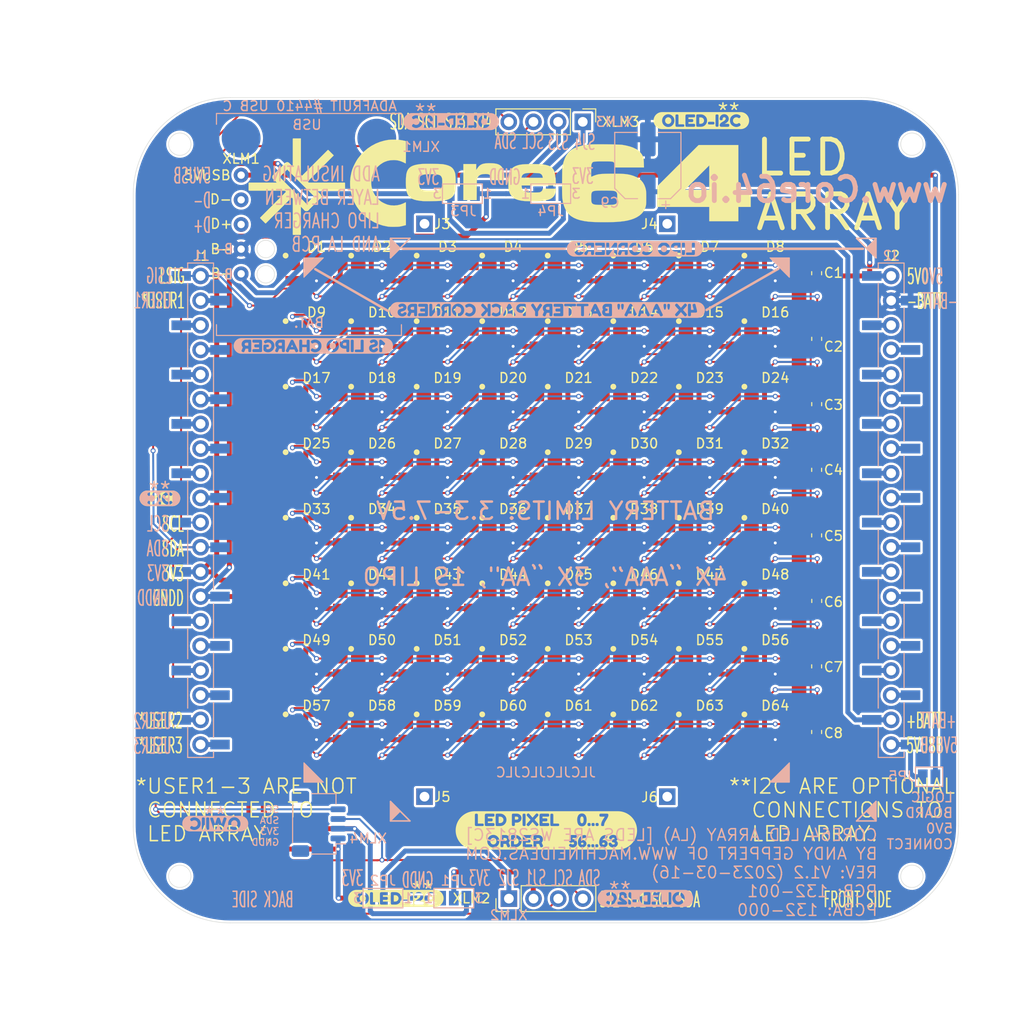
<source format=kicad_pcb>
(kicad_pcb (version 20211014) (generator pcbnew)
  (title_block (title "Core64 Led Array (LA)") (date "2023-03-16") (rev "1.2") (company "Andy Geppert") (comment 1 "www.MachineIdeas.com"))
  (layers (0 "F.Cu" signal) (31 "B.Cu" signal) (34 "B.Paste" user) (35 "F.Paste" user) (36 "B.SilkS" user "B.Silkscreen") (37 "F.SilkS" user "F.Silkscreen") (38 "B.Mask" user) (39 "F.Mask" user) (44 "Edge.Cuts" user))
  (net 0 "")
  (net 18 "5V0")
  (net 31 "Net-(D1-Pad3)")
  (net 33 "Net-(D2-Pad3)")
  (net 35 "Net-(D3-Pad3)")
  (net 37 "Net-(D4-Pad3)")
  (net 39 "Net-(D5-Pad3)")
  (net 41 "Net-(D6-Pad3)")
  (net 46 "Net-(D10-Pad3)")
  (net 47 "Net-(D10-Pad4)")
  (net 49 "Net-(D11-Pad3)")
  (net 51 "Net-(D12-Pad3)")
  (net 53 "Net-(D13-Pad3)")
  (net 55 "Net-(D14-Pad3)")
  (net 59 "Net-(D17-Pad3)")
  (net 61 "Net-(D18-Pad3)")
  (net 63 "Net-(D19-Pad3)")
  (net 65 "Net-(D20-Pad3)")
  (net 67 "Net-(D21-Pad3)")
  (net 69 "Net-(D22-Pad3)")
  (net 73 "Net-(D25-Pad3)")
  (net 75 "Net-(D26-Pad3)")
  (net 77 "Net-(D27-Pad3)")
  (net 79 "Net-(D28-Pad3)")
  (net 81 "Net-(D29-Pad3)")
  (net 83 "Net-(D30-Pad3)")
  (net 87 "Net-(D33-Pad3)")
  (net 89 "Net-(D34-Pad3)")
  (net 91 "Net-(D35-Pad3)")
  (net 93 "Net-(D36-Pad3)")
  (net 95 "Net-(D37-Pad3)")
  (net 96 "unconnected-(J1-Pad19)")
  (net 97 "Net-(D38-Pad3)")
  (net 98 "unconnected-(J1-Pad20)")
  (net 99 "unconnected-(J1-Pad18)")
  (net 100 "unconnected-(J1-Pad17)")
  (net 101 "Net-(D41-Pad3)")
  (net 102 "unconnected-(J1-Pad15)")
  (net 103 "Net-(D42-Pad3)")
  (net 104 "unconnected-(J1-Pad9)")
  (net 105 "Net-(D43-Pad3)")
  (net 106 "unconnected-(J1-Pad4)")
  (net 107 "Net-(D44-Pad3)")
  (net 108 "unconnected-(J1-Pad2)")
  (net 109 "Net-(D45-Pad3)")
  (net 110 "unconnected-(J1-Pad5)")
  (net 111 "Net-(D46-Pad3)")
  (net 112 "unconnected-(J1-Pad6)")
  (net 113 "unconnected-(J1-Pad8)")
  (net 114 "unconnected-(J1-Pad7)")
  (net 115 "Net-(D49-Pad3)")
  (net 116 "unconnected-(J1-Pad3)")
  (net 117 "Net-(D50-Pad3)")
  (net 118 "unconnected-(J1-Pad16)")
  (net 119 "Net-(D51-Pad3)")
  (net 120 "unconnected-(J1-Pad10)")
  (net 121 "Net-(D52-Pad3)")
  (net 122 "unconnected-(J2-Pad18)")
  (net 123 "Net-(D53-Pad3)")
  (net 124 "unconnected-(J2-Pad17)")
  (net 125 "Net-(D54-Pad3)")
  (net 126 "unconnected-(J2-Pad15)")
  (net 127 "unconnected-(J2-Pad9)")
  (net 128 "unconnected-(J2-Pad4)")
  (net 129 "Net-(D57-Pad3)")
  (net 130 "unconnected-(J2-Pad5)")
  (net 131 "Net-(D58-Pad3)")
  (net 132 "unconnected-(J2-Pad6)")
  (net 133 "Net-(D59-Pad3)")
  (net 134 "unconnected-(J2-Pad8)")
  (net 135 "Net-(D60-Pad3)")
  (net 136 "unconnected-(J2-Pad7)")
  (net 137 "Net-(D61-Pad3)")
  (net 138 "unconnected-(J2-Pad3)")
  (net 139 "Net-(D62-Pad3)")
  (net 140 "unconnected-(J2-Pad11)")
  (net 141 "Net-(D63-Pad3)")
  (net 142 "unconnected-(J2-Pad13)")
  (net 143 "unconnected-(J2-Pad12)")
  (net 144 "R1DIN")
  (net 145 "R1DO")
  (net 146 "R2DIN")
  (net 147 "R2DO")
  (net 148 "R3DIN")
  (net 149 "R3DO")
  (net 150 "R4DIN")
  (net 151 "R4DO")
  (net 152 "R5DIN")
  (net 153 "R5DO")
  (net 154 "R6DIN")
  (net 155 "R6DO")
  (net 156 "R7DIN")
  (net 157 "R7DO")
  (net 158 "unconnected-(J2-Pad16)")
  (net 159 "+BATT")
  (net 160 "5VUSB")
  (net 161 "I2C_CLOCK")
  (net 162 "3V3")
  (net 163 "I2C_DATA")
  (net 164 "GNDD")
  (net 165 "Net-(JP1-Pad2)")
  (net 166 "Net-(JP2-Pad2)")
  (net 167 "unconnected-(J2-Pad14)")
  (net 168 "unconnected-(J2-Pad10)")
  (net 169 "Net-(JP3-Pad2)")
  (net 170 "Net-(JP4-Pad2)")
  (net 171 "Net-(JP5-Pad1)")
  (net 178 "LED_ARRAY_5V0_SIG")
  (net 179 "-BATT")
  (footprint "Core_Memory_8x8_Array:Core64_Logo_9mm_tall" (layer "F.Cu") (at 2.35 -33.7)
    (fp_text reference "L1" hide)
    (fp_text value "Core_64_Logo_9mm_tall" hide)
  )
  (footprint "Capacitor_SMD:C_0603_1608Metric" (layer "F.Cu") (at 27.89 -17.65 -90)
    (fp_text reference "C2")
    (fp_text value "0.1uF")
  )
  (footprint "Capacitor_SMD:C_0603_1608Metric" (layer "F.Cu") (at 27.885 -4.16 -90)
    (fp_text reference "C4")
    (fp_text value "0.1uF")
  )
  (footprint "Capacitor_SMD:C_0603_1608Metric" (layer "F.Cu") (at 27.885 16.08 -90)
    (fp_text reference "C7")
    (fp_text value "0.1uF")
  )
  (footprint "Capacitor_SMD:C_0603_1608Metric" (layer "F.Cu") (at 27.885 22.84 -90)
    (fp_text reference "C8")
    (fp_text value "0.1uF")
  )
  (footprint "Core_64_footprints:LED_WS2813_PLCC6_5.0x5.0mm_P1.6mm_Core64_Abg_Mod" (layer "F.Cu") (at -23.625 -10.125)
    (fp_text reference "D17")
    (fp_text value "WS2813C")
  )
  (footprint "Core_64_footprints:LED_WS2813_PLCC6_5.0x5.0mm_P1.6mm_Core64_Abg_Mod" (layer "F.Cu") (at -16.875 -10.125)
    (fp_text reference "D18")
    (fp_text value "WS2813C")
  )
  (footprint "Core_64_footprints:LED_WS2813_PLCC6_5.0x5.0mm_P1.6mm_Core64_Abg_Mod" (layer "F.Cu") (at -10.125 -10.125)
    (fp_text reference "D19")
    (fp_text value "WS2813C")
  )
  (footprint "Core_64_footprints:LED_WS2813_PLCC6_5.0x5.0mm_P1.6mm_Core64_Abg_Mod" (layer "F.Cu") (at -3.375 -10.125)
    (fp_text reference "D20")
    (fp_text value "WS2813C")
  )
  (footprint "Core_64_footprints:LED_WS2813_PLCC6_5.0x5.0mm_P1.6mm_Core64_Abg_Mod" (layer "F.Cu") (at 3.375 -10.125)
    (fp_text reference "D21")
    (fp_text value "WS2813C")
  )
  (footprint "Core_64_footprints:LED_WS2813_PLCC6_5.0x5.0mm_P1.6mm_Core64_Abg_Mod" (layer "F.Cu") (at 10.125 -10.125)
    (fp_text reference "D22")
    (fp_text value "WS2813C")
  )
  (footprint "Core_64_footprints:LED_WS2813_PLCC6_5.0x5.0mm_P1.6mm_Core64_Abg_Mod" (layer "F.Cu") (at 16.875 -10.125)
    (fp_text reference "D23")
    (fp_text value "WS2813C")
  )
  (footprint "Core_64_footprints:LED_WS2813_PLCC6_5.0x5.0mm_P1.6mm_Core64_Abg_Mod" (layer "F.Cu") (at 23.625 -10.125)
    (fp_text reference "D24")
    (fp_text value "WS2813C")
  )
  (footprint "Core_64_footprints:LED_WS2813_PLCC6_5.0x5.0mm_P1.6mm_Core64_Abg_Mod" (layer "F.Cu") (at -23.625 -3.375)
    (fp_text reference "D25")
    (fp_text value "WS2813C")
  )
  (footprint "Core_64_footprints:LED_WS2813_PLCC6_5.0x5.0mm_P1.6mm_Core64_Abg_Mod" (layer "F.Cu") (at -10.125 -3.375)
    (fp_text reference "D27")
    (fp_text value "WS2813C")
  )
  (footprint "Core_64_footprints:LED_WS2813_PLCC6_5.0x5.0mm_P1.6mm_Core64_Abg_Mod" (layer "F.Cu") (at -3.375 -3.375)
    (fp_text reference "D28")
    (fp_text value "WS2813C")
  )
  (footprint "Core_64_footprints:LED_WS2813_PLCC6_5.0x5.0mm_P1.6mm_Core64_Abg_Mod" (layer "F.Cu") (at 3.375 -3.375)
    (fp_text reference "D29")
    (fp_text value "WS2813C")
  )
  (footprint "Core_64_footprints:LED_WS2813_PLCC6_5.0x5.0mm_P1.6mm_Core64_Abg_Mod" (layer "F.Cu") (at 10.125 -3.375)
    (fp_text reference "D30")
    (fp_text value "WS2813C")
  )
  (footprint "Core_64_footprints:LED_WS2813_PLCC6_5.0x5.0mm_P1.6mm_Core64_Abg_Mod" (layer "F.Cu") (at 16.875 -3.375)
    (fp_text reference "D31")
    (fp_text value "WS2813C")
  )
  (footprint "Core_64_footprints:LED_WS2813_PLCC6_5.0x5.0mm_P1.6mm_Core64_Abg_Mod" (layer "F.Cu") (at 23.625 -3.375)
    (fp_text reference "D32")
    (fp_text value "WS2813C")
  )
  (footprint "Core_64_footprints:LED_WS2813_PLCC6_5.0x5.0mm_P1.6mm_Core64_Abg_Mod" (layer "F.Cu") (at -23.625 3.375)
    (fp_text reference "D33")
    (fp_text value "WS2813C")
  )
  (footprint "Core_64_footprints:LED_WS2813_PLCC6_5.0x5.0mm_P1.6mm_Core64_Abg_Mod" (layer "F.Cu") (at -16.875 3.375)
    (fp_text reference "D34")
    (fp_text value "WS2813C")
  )
  (footprint "Core_64_footprints:LED_WS2813_PLCC6_5.0x5.0mm_P1.6mm_Core64_Abg_Mod" (layer "F.Cu") (at -10.125 3.375)
    (fp_text reference "D35")
    (fp_text value "WS2813C")
  )
  (footprint "Core_64_footprints:LED_WS2813_PLCC6_5.0x5.0mm_P1.6mm_Core64_Abg_Mod" (layer "F.Cu") (at -3.375 3.375)
    (fp_text reference "D36")
    (fp_text value "WS2813C")
  )
  (footprint "Core_64_footprints:LED_WS2813_PLCC6_5.0x5.0mm_P1.6mm_Core64_Abg_Mod" (layer "F.Cu") (at 3.375 3.375)
    (fp_text reference "D37")
    (fp_text value "WS2813C")
  )
  (footprint "Core_64_footprints:LED_WS2813_PLCC6_5.0x5.0mm_P1.6mm_Core64_Abg_Mod" (layer "F.Cu") (at 23.625 3.375)
    (fp_text reference "D40")
    (fp_text value "WS2813C")
  )
  (footprint "Core_64_footprints:LED_WS2813_PLCC6_5.0x5.0mm_P1.6mm_Core64_Abg_Mod" (layer "F.Cu") (at -23.625 10.125)
    (fp_text reference "D41")
    (fp_text value "WS2813C")
  )
  (footprint "Core_64_footprints:LED_WS2813_PLCC6_5.0x5.0mm_P1.6mm_Core64_Abg_Mod" (layer "F.Cu") (at -16.875 10.125)
    (fp_text reference "D42")
    (fp_text value "WS2813C")
  )
  (footprint "Core_64_footprints:LED_WS2813_PLCC6_5.0x5.0mm_P1.6mm_Core64_Abg_Mod" (layer "F.Cu") (at -10.125 10.125)
    (fp_text reference "D43")
    (fp_text value "WS2813C")
  )
  (footprint "Core_64_footprints:LED_WS2813_PLCC6_5.0x5.0mm_P1.6mm_Core64_Abg_Mod" (layer "F.Cu") (at -3.375 10.125)
    (fp_text reference "D44")
    (fp_text value "WS2813C")
  )
  (footprint "Core_64_footprints:LED_WS2813_PLCC6_5.0x5.0mm_P1.6mm_Core64_Abg_Mod" (layer "F.Cu") (at 10.125 10.125)
    (fp_text reference "D46")
    (fp_text value "WS2813C")
  )
  (footprint "Core_64_footprints:LED_WS2813_PLCC6_5.0x5.0mm_P1.6mm_Core64_Abg_Mod" (layer "F.Cu") (at 16.875 10.125)
    (fp_text reference "D47")
    (fp_text value "WS2813C")
  )
  (footprint "Core_64_footprints:LED_WS2813_PLCC6_5.0x5.0mm_P1.6mm_Core64_Abg_Mod" (layer "F.Cu") (at 23.625 10.125)
    (fp_text reference "D48")
    (fp_text value "WS2813C")
  )
  (footprint "Core_64_footprints:LED_WS2813_PLCC6_5.0x5.0mm_P1.6mm_Core64_Abg_Mod" (layer "F.Cu") (at -23.625 16.875)
    (fp_text reference "D49")
    (fp_text value "WS2813C")
  )
  (footprint "Core_64_footprints:LED_WS2813_PLCC6_5.0x5.0mm_P1.6mm_Core64_Abg_Mod" (layer "F.Cu") (at -16.875 16.875)
    (fp_text reference "D50")
    (fp_text value "WS2813C")
  )
  (footprint "Core_64_footprints:LED_WS2813_PLCC6_5.0x5.0mm_P1.6mm_Core64_Abg_Mod" (layer "F.Cu") (at -10.125 16.875)
    (fp_text reference "D51")
    (fp_text value "WS2813C")
  )
  (footprint "Core_64_footprints:LED_WS2813_PLCC6_5.0x5.0mm_P1.6mm_Core64_Abg_Mod" (layer "F.Cu") (at -3.375 16.875)
    (fp_text reference "D52")
    (fp_text value "WS2813C")
  )
  (footprint "Core_64_footprints:LED_WS2813_PLCC6_5.0x5.0mm_P1.6mm_Core64_Abg_Mod" (layer "F.Cu") (at 3.375 16.875)
    (fp_text reference "D53")
    (fp_text value "WS2813C")
  )
  (footprint "Core_64_footprints:LED_WS2813_PLCC6_5.0x5.0mm_P1.6mm_Core64_Abg_Mod" (layer "F.Cu") (at 10.125 16.875)
    (fp_text reference "D54")
    (fp_text value "WS2813C")
  )
  (footprint "Core_64_footprints:LED_WS2813_PLCC6_5.0x5.0mm_P1.6mm_Core64_Abg_Mod" (layer "F.Cu") (at 23.625 16.875)
    (fp_text reference "D56")
    (fp_text value "WS2813C")
  )
  (footprint "Core_64_footprints:LED_WS2813_PLCC6_5.0x5.0mm_P1.6mm_Core64_Abg_Mod" (layer "F.Cu") (at -23.625 23.625)
    (fp_text reference "D57")
    (fp_text value "WS2813C")
  )
  (footprint "Core_64_footprints:LED_WS2813_PLCC6_5.0x5.0mm_P1.6mm_Core64_Abg_Mod" (layer "F.Cu") (at -16.875 23.625)
    (fp_text reference "D58")
    (fp_text value "WS2813C")
  )
  (footprint "Core_64_footprints:LED_WS2813_PLCC6_5.0x5.0mm_P1.6mm_Core64_Abg_Mod" (layer "F.Cu") (at -10.125 23.625)
    (fp_text reference "D59")
    (fp_text value "WS2813C")
  )
  (footprint "Core_64_footprints:LED_WS2813_PLCC6_5.0x5.0mm_P1.6mm_Core64_Abg_Mod" (layer "F.Cu") (at -3.375 23.625)
    (fp_text reference "D60")
    (fp_text value "WS2813C")
  )
  (footprint "Core_64_footprints:LED_WS2813_PLCC6_5.0x5.0mm_P1.6mm_Core64_Abg_Mod" (layer "F.Cu") (at 3.375 23.625)
    (fp_text reference "D61")
    (fp_text value "WS2813C")
  )
  (footprint "Core_64_footprints:LED_WS2813_PLCC6_5.0x5.0mm_P1.6mm_Core64_Abg_Mod" (layer "F.Cu") (at 10.125 23.625)
    (fp_text reference "D62")
    (fp_text value "WS2813C")
  )
  (footprint "Core_64_footprints:LED_WS2813_PLCC6_5.0x5.0mm_P1.6mm_Core64_Abg_Mod" (layer "F.Cu") (at 16.875 23.625)
    (fp_text reference "D63")
    (fp_text value "WS2813C")
  )
  (footprint "Core_64_footprints:LED_WS2813_PLCC6_5.0x5.0mm_P1.6mm_Core64_Abg_Mod" (layer "F.Cu") (at 23.625 23.625)
    (fp_text reference "D64")
    (fp_text value "WS2813C")
  )
  (footprint "Core_64_footprints:LED_WS2813_PLCC6_5.0x5.0mm_P1.6mm_Core64_Abg_Mod" (layer "F.Cu") (at -23.625 -16.875)
    (fp_text reference "D9")
    (fp_text value "WS2813C")
  )
  (footprint "Core_64_footprints:LED_WS2813_PLCC6_5.0x5.0mm_P1.6mm_Core64_Abg_Mod" (layer "F.Cu") (at -16.875 -16.875)
    (fp_text reference "D10")
    (fp_text value "WS2813C")
  )
  (footprint "Core_64_footprints:LED_WS2813_PLCC6_5.0x5.0mm_P1.6mm_Core64_Abg_Mod" (layer "F.Cu") (at -3.375 -16.875)
    (fp_text reference "D12")
    (fp_text value "WS2813C")
  )
  (footprint "Core_64_footprints:LED_WS2813_PLCC6_5.0x5.0mm_P1.6mm_Core64_Abg_Mod" (layer "F.Cu") (at 3.375 -16.875)
    (fp_text reference "D13")
    (fp_text value "WS2813C")
  )
  (footprint "Core_64_footprints:LED_WS2813_PLCC6_5.0x5.0mm_P1.6mm_Core64_Abg_Mod" (layer "F.Cu") (at 10.125 -16.875)
    (fp_text reference "D14")
    (fp_text value "WS2813C")
  )
  (footprint "Core_64_footprints:LED_WS2813_PLCC6_5.0x5.0mm_P1.6mm_Core64_Abg_Mod" (layer "F.Cu") (at 16.875 -16.875)
    (fp_text reference "D15")
    (fp_text value "WS2813C")
  )
  (footprint "Core_64_footprints:LED_WS2813_PLCC6_5.0x5.0mm_P1.6mm_Core64_Abg_Mod" (layer "F.Cu") (at 23.625 -16.875)
    (fp_text reference "D16")
    (fp_text value "WS2813C")
  )
  (footprint "Core_64_footprints:LED_WS2813_PLCC6_5.0x5.0mm_P1.6mm_Core64_Abg_Mod" (layer "F.Cu") (at -10.125 -23.625)
    (fp_text reference "D3")
    (fp_text value "WS2813C")
  )
  (footprint "Core_64_footprints:LED_WS2813_PLCC6_5.0x5.0mm_P1.6mm_Core64_Abg_Mod" (layer "F.Cu") (at 3.375 -23.625)
    (fp_text reference "D5")
    (fp_text value "WS2813C")
  )
  (footprint "Core_64_footprints:LED_WS2813_PLCC6_5.0x5.0mm_P1.6mm_Core64_Abg_Mod" (layer "F.Cu") (at -3.375 -23.625)
    (fp_text reference "D4")
    (fp_text value "WS2813C")
  )
  (footprint "Core_64_footprints:LED_WS2813_PLCC6_5.0x5.0mm_P1.6mm_Core64_Abg_Mod" (layer "F.Cu") (at 16.875 -23.625)
    (fp_text reference "D7")
    (fp_text value "WS2813C")
  )
  (footprint "Core_64_footprints:LED_WS2813_PLCC6_5.0x5.0mm_P1.6mm_Core64_Abg_Mod" (layer "F.Cu") (at 23.625 -23.625)
    (fp_text reference "D8")
    (fp_text value "WS2813C")
  )
  (footprint "Core_64_footprints:LED_WS2813_PLCC6_5.0x5.0mm_P1.6mm_Core64_Abg_Mod" (layer "F.Cu") (at 10.125 -23.625)
    (fp_text reference "D6")
    (fp_text value "WS2813C")
  )
  (footprint "Core_64_footprints:LED_WS2813_PLCC6_5.0x5.0mm_P1.6mm_Core64_Abg_Mod" (layer "F.Cu") (at -16.875 -23.625)
    (fp_text reference "D2")
    (fp_text value "WS2813C")
  )
  (footprint "Core_64_footprints:LED_WS2813_PLCC6_5.0x5.0mm_P1.6mm_Core64_Abg_Mod" (layer "F.Cu") (at -23.625 -23.625)
    (fp_text reference "D1")
    (fp_text value "WS2813C")
  )
  (footprint "Core_64_footprints:LED_WS2813_PLCC6_5.0x5.0mm_P1.6mm_Core64_Abg_Mod" (layer "F.Cu") (at -10.125 -16.875)
    (fp_text reference "D11")
    (fp_text value "WS2813C")
  )
  (footprint "Core_64_footprints:LED_WS2813_PLCC6_5.0x5.0mm_P1.6mm_Core64_Abg_Mod" (layer "F.Cu") (at 10.125 3.375)
    (fp_text reference "D38")
    (fp_text value "WS2813C")
  )
  (footprint "Core_64_footprints:LED_WS2813_PLCC6_5.0x5.0mm_P1.6mm_Core64_Abg_Mod" (layer "F.Cu") (at -16.875 -3.375)
    (fp_text reference "D26")
    (fp_text value "WS2813C")
  )
  (footprint "Core_64_footprints:LED_WS2813_PLCC6_5.0x5.0mm_P1.6mm_Core64_Abg_Mod" (layer "F.Cu") (at 16.875 16.875)
    (fp_text reference "D55")
    (fp_text value "WS2813C")
  )
  (footprint "Capacitor_SMD:C_0603_1608Metric" (layer "F.Cu") (at 27.895 9.34 -90)
    (fp_text reference "C6")
    (fp_text value "0.1uF")
  )
  (footprint "Capacitor_SMD:C_0603_1608Metric" (layer "F.Cu") (at 27.89 -10.925 -90)
    (fp_text reference "C3")
    (fp_text value "0.1uF")
  )
  (footprint "Capacitor_SMD:C_0603_1608Metric" (layer "F.Cu") (at 27.885 2.59 -90)
    (fp_text reference "C5")
    (fp_text value "0.1uF")
  )
  (footprint "Core_64_footprints:LED_WS2813_PLCC6_5.0x5.0mm_P1.6mm_Core64_Abg_Mod" (layer "F.Cu") (at 16.875 3.375)
    (fp_text reference "D39")
    (fp_text value "WS2813C")
  )
  (footprint "Core_64_footprints:LED_WS2813_PLCC6_5.0x5.0mm_P1.6mm_Core64_Abg_Mod" (layer "F.Cu") (at 3.375 10.125)
    (fp_text reference "D45")
    (fp_text value "WS2813C")
  )
  (footprint "Capacitor_SMD:C_0603_1608Metric" (layer "F.Cu") (at 27.885 -24.41 -90)
    (fp_text reference "C1")
    (fp_text value "0.1uF")
  )
  (footprint "Connector_PinHeader_2.54mm:PinHeader_1x04_P2.54mm_Vertical" (layer "F.Cu") (at -3.81 40 90)
    (fp_text reference "XLM2")
    (fp_text value "Conn_01x04_Male")
  )
  (footprint "Connector_PinHeader_2.54mm:PinHeader_1x04_P2.54mm_Vertical" (layer "F.Cu") (at 3.8 -40 -90)
    (fp_text reference "XLM3")
    (fp_text value "Conn_01x04_Male")
  )
  (footprint "Connector_PinHeader_2.54mm:PinHeader_1x01_P2.54mm_Vertical_No_Registration" (layer "F.Cu") (at -12.7 -29.21)
    (fp_text reference "J3")
    (fp_text value "Conn_01x01_Male")
  )
  (footprint "Connector_PinHeader_2.54mm:PinHeader_1x01_P2.54mm_Vertical_No_Registration" (layer "F.Cu") (at 12.7 -29.21)
    (fp_text reference "J4")
    (fp_text value "Conn_01x01_Male")
  )
  (footprint "Connector_PinHeader_2.54mm:PinHeader_1x01_P2.54mm_Vertical_No_Registration" (layer "F.Cu") (at -12.7 29.21)
    (fp_text reference "J5")
    (fp_text value "Conn_01x01_Male")
  )
  (footprint "Connector_PinHeader_2.54mm:PinHeader_1x01_P2.54mm_Vertical_No_Registration" (layer "F.Cu") (at 12.7 29.21)
    (fp_text reference "J6")
    (fp_text value "Conn_01x01_Male")
  )
  (footprint "kibuzzard-6413D539" (layer "F.Cu") (at -15.45 39.975)
    (fp_text reference "kibuzzard-6413D539" hide)
    (fp_text value "G***" hide)
  )
  (footprint "kibuzzard-6413D555" (layer "F.Cu") (at 0.05 32.975)
    (fp_text reference "kibuzzard-6413D555" hide)
    (fp_text value "G***" hide)
  )
  (footprint "kibuzzard-6413D50B" (layer "F.Cu") (at 16.012 -40.127)
    (fp_text reference "kibuzzard-6413D50B" hide)
    (fp_text value "G***" hide)
  )
  (footprint "Core_64_footprints:Core64_Symbol_Only" (layer "F.Cu") (at -25.65 -33.325)
    (fp_text reference "REF**" hide)
    (fp_text value "Core64_Symbol_Only")
  )
  (footprint "kibuzzard-6407E376" (layer "F.Cu") (at -39.75 -1.225)
    (fp_text reference "kibuzzard-6407E376" hide)
    (fp_text value "G***" hide)
  )
  (footprint "Connector_PinHeader_2.54mm:PinHeader_1x20_P2.54mm_Vertical_SMD_and_TH_Pin1Right" (layer "B.Cu") (at -35.56 -5.08 180)
    (fp_text reference "J1")
    (fp_text value "TSW-108-15-T-S")
  )
  (footprint "Jumper:SolderJumper-3_P1.3mm_Open_Pad1.0x1.5mm_NumberLabels" (layer "B.Cu") (at -9.485 39.95)
    (fp_text reference "JP1")
    (fp_text value "SolderJumper_3_Open")
  )
  (footprint "Jumper:SolderJumper-3_P1.3mm_Open_Pad1.0x1.5mm_NumberLabels" (layer "B.Cu") (at -16.785 39.95 180)
    (fp_text reference "JP2")
    (fp_text value "SolderJumper_3_Open")
  )
  (footprint "Connector_JST:JST_SH_SM04B-SRSS-TB_1x04-1MP_P1.00mm_Horizontal" (layer "B.Cu") (at -23.4 32.3 90)
    (fp_text reference "XLM4")
    (fp_text value "QWIIC")
  )
  (footprint "Jumper:SolderJumper-2_P1.3mm_Open_Pad1.0x1.5mm" (layer "B.Cu") (at 39.465 27.45 180)
    (fp_text reference "JP5")
    (fp_text value "Logic_Board_5V0_Connect")
  )
  (footprint "Connector_PinHeader_2.54mm:PinHeader_1x20_P2.54mm_Vertical_SMD_and_TH_Pin1Right" (layer "B.Cu") (at 35.56 -5.08 180)
    (fp_text reference "J2")
    (fp_text value "TSW-108-15-T-S")
  )
  (footprint "Jumper:SolderJumper-3_P1.3mm_Open_Pad1.0x1.5mm_NumberLabels" (layer "B.Cu") (at -8.6 -32.6 180)
    (fp_text reference "JP3")
    (fp_text value "SolderJumper_3_Open")
  )
  (footprint "Jumper:SolderJumper-3_P1.3mm_Open_Pad1.0x1.5mm_NumberLabels" (layer "B.Cu") (at 0.5 -32.6)
    (fp_text reference "JP4")
    (fp_text value "SolderJumper_3_Open")
  )
  (footprint "Capacitor_SMD:CP_Elec_6.3x7.7" (layer "B.Cu") (at 10.5 -35.5 90)
    (fp_text reference "C9")
    (fp_text value "470uF")
  )
  (footprint "Core_Memory_8x8_Array:Micro_LiPo_Charger_USB-C_CornerSMD" (layer "B.Cu") (at -24.4 -30.7 -90)
    (fp_text reference "XLM1")
    (fp_text value "Micro_LiPo_Charger-USB-C")
  )
  (footprint "kibuzzard-6407EF2F" (layer "B.Cu") (at 9.15 -26.925 180)
    (fp_text reference "kibuzzard-6407EF2F" hide)
    (fp_text value "G***" hide)
  )
  (footprint "kibuzzard-6407EE30" (layer "B.Cu") (at -23.95 -16.925 180)
    (fp_text reference "kibuzzard-6407EE30" hide)
    (fp_text value "G***" hide)
  )
  (footprint "kibuzzard-6413D54A" (layer "B.Cu") (at 10.25 39.975 180)
    (fp_text reference "kibuzzard-6413D54A" hide)
    (fp_text value "G***" hide)
  )
  (footprint "kibuzzard-6413D518" (layer "B.Cu") (at -9.75 -40.025 180)
    (fp_text reference "kibuzzard-6413D518" hide)
    (fp_text value "G***" hide)
  )
  (footprint "kibuzzard-6407EECD" (layer "B.Cu") (at -34.05 32.275 180)
    (fp_text reference "kibuzzard-6407EECD" hide)
    (fp_text value "G***" hide)
  )
  (footprint "kibuzzard-6407EBC3" (layer "B.Cu") (at 0.15 -20.625 180)
    (fp_text reference "kibuzzard-6407EBC3" hide)
    (fp_text value "G***" hide)
  )
  (footprint "kibuzzard-6407E36C" (layer "B.Cu") (at -39.75 -1.225 180)
    (fp_text reference "kibuzzard-6407E36C" hide)
    (fp_text value "G***" hide)
  )
  (gr_line (start 34 -26) (end 32 -28) (layer "B.SilkS") (width 0.16))
  (gr_line (start 34 30) (end 34 32) (layer "B.SilkS") (width 0.16))
  (gr_line (start -16 30) (end -16 32) (layer "B.SilkS") (width 0.16))
  (gr_line (start -16 -26) (end -16 -28) (layer "B.SilkS") (width 0.16))
  (gr_line (start 34 32) (end 32 32) (layer "B.SilkS") (width 0.16))
  (gr_poly (pts (xy -24.92 26.01) (xy -24.92 28.01) (xy -22.92 28.01)) (layer "B.SilkS") (width 0.1) (fill solid))
  (gr_poly (pts (xy 23.08 -25.99) (xy 25.08 -25.99) (xy 25.08 -23.99)) (layer "B.SilkS") (width 0.1) (fill solid))
  (gr_line (start -14 -28) (end -16 -26) (layer "B.SilkS") (width 0.16))
  (gr_line (start -14 32) (end -16 30) (layer "B.SilkS") (width 0.16))
  (gr_line (start 34 -28) (end 32 -28) (layer "B.SilkS") (width 0.16))
  (gr_line (start 34 -28) (end 34 -26) (layer "B.SilkS") (width 0.16))
  (gr_poly (pts (xy -16 -28) (xy -15 -27) (xy -16 -26) (xy -16 -27.9)) (layer "B.SilkS") (width 0.1) (fill solid))
  (gr_line (start -16 -28) (end -14 -28) (layer "B.SilkS") (width 0.16))
  (gr_poly (pts (xy 34 32) (xy 34 30) (xy 33 31)) (layer "B.SilkS") (width 0.1) (fill solid))
  (gr_line (start 32 32) (end 34 30) (layer "B.SilkS") (width 0.16))
  (gr_line (start -16 32) (end -14 32) (layer "B.SilkS") (width 0.16))
  (gr_poly (pts (xy -24.92 -25.99) (xy -22.92 -25.99) (xy -24.92 -23.99)) (layer "B.SilkS") (width 0.1) (fill solid))
  (gr_poly (pts (xy 25.08 26.01) (xy 25.08 28.01) (xy 23.08 28.01)) (layer "B.SilkS") (width 0.1) (fill solid))
  (gr_line (start 1.95 -26.925) (end -14.75 -26.925) (layer "B.SilkS") (width 0.254))
  (gr_poly (pts (xy 34 -28) (xy 34 -26) (xy 33 -27)) (layer "B.SilkS") (width 0.1) (fill solid))
  (gr_line (start 23.95 -24.875) (end 16.55 -20.625) (layer "B.SilkS") (width 0.254))
  (gr_line (start -23.75 -24.825) (end -16.25 -20.525) (layer "B.SilkS") (width 0.254))
  (gr_poly (pts (xy -16 30) (xy -16 32) (xy -15 31)) (layer "B.SilkS") (width 0.1) (fill solid))
  (gr_line (start 32.65 -26.925) (end 16.35 -26.925) (layer "B.SilkS") (width 0.254))
  (gr_line (start -32.5 -42.5) (end 32.5 -42.5) (layer "Edge.Cuts") (width 0.05))
  (gr_line (start -42.5 32.5) (end -42.5 -32.5) (layer "Edge.Cuts") (width 0.05))
  (gr_line (start 42.5 -32.5) (end 42.5 32.5) (layer "Edge.Cuts") (width 0.05))
  (gr_line (start -32.5 42.5) (end 32.5 42.5) (layer "Edge.Cuts") (width 0.05))
  (gr_arc (start -32.5 42.5) (mid -39.571068 39.571068) (end -42.5 32.5) (layer "Edge.Cuts") (width 0.05))
  (gr_arc (start 42.5 32.5) (mid 39.571068 39.571068) (end 32.5 42.5) (layer "Edge.Cuts") (width 0.05))
  (gr_arc (start -42.5 -32.5) (mid -39.571068 -39.571068) (end -32.5 -42.5) (layer "Edge.Cuts") (width 0.05))
  (gr_circle (center -37.7 37.7) (end -36.55 37.7) (layer "Edge.Cuts") (width 0.05) (fill none))
  (gr_circle (center 37.7 -37.7) (end 38.85 -37.7) (layer "Edge.Cuts") (width 0.05) (fill none))
  (gr_circle (center 37.7 37.7) (end 38.85 37.7) (layer "Edge.Cuts") (width 0.05) (fill none))
  (gr_circle (center -37.7 -37.7) (end -36.55 -37.7) (layer "Edge.Cuts") (width 0.05) (fill none))
  (gr_circle (center -28.85 -26.9) (end -27.95 -26.9) (layer "Edge.Cuts") (width 0.05) (fill none))
  (gr_circle (center -28.85 -24.3) (end -27.95 -24.3) (layer "Edge.Cuts") (width 0.05) (fill none))
  (gr_arc (start 32.5 -42.5) (mid 39.571068 -39.571068) (end 42.5 -32.5) (layer "Edge.Cuts") (width 0.05))
  (gr_text "5V0\n-BATT" (at 38.6 -22.8) (layer "B.SilkS") (effects (font (size 1.58 0.8) (thickness 0.16)) (justify right mirror)))
  (gr_text "LSIG\nUSER1" (at -38.4556 -22.85) (layer "B.SilkS") (effects (font (size 1.58 0.8) (thickness 0.16)) (justify left mirror)))
  (gr_text "www.Core64.io" (at 27.94 -33.02) (layer "B.SilkS") (effects (font (size 2.5 2.5) (thickness 0.5)) (justify mirror)))
  (gr_text "SDA SCL" (at 5.715 37.9) (layer "B.SilkS") (effects (font (size 1.58 0.8) (thickness 0.16)) (justify left mirror)))
  (gr_text "GNDD" (at -11.485 38.1) (layer "B.SilkS") (effects (font (size 1.58 0.8) (thickness 0.16)) (justify left mirror)))
  (gr_text "3V3" (at -18.7 37.9) (layer "B.SilkS") (effects (font (size 1.58 0.8) (thickness 0.16)) (justify left mirror)))
  (gr_text "3V3" (at -5.6 37.9) (layer "B.SilkS") (effects (font (size 1.58 0.8) (thickness 0.16)) (justify left mirror)))
  (gr_text "SJ1 SJ2" (at 0.115 37.875) (layer "B.SilkS") (effects (font (size 1.58 0.8) (thickness 0.16)) (justify left mirror)))
  (gr_text "SCL\nSDA\n3V3\nGNDD" (at -38.75 5.225) (layer "B.SilkS") (effects (font (size 1.58 0.8) (thickness 0.16)) (justify left mirror)))
  (gr_text "+BATT\n5VUSB" (at 38.45 22.95) (layer "B.SilkS") (effects (font (size 1.58 0.8) (thickness 0.16)) (justify right mirror)))
  (gr_text "XLM2" (at -1.8 41.7) (layer "B.SilkS") (effects (font (size 1 1)) (justify left mirror)))
  (gr_text "SCL\nSDA\n3V3\nGNDD" (at -27.4 32.5) (layer "B.SilkS") (effects (font (size 0.7 0.7) (thickness 0.12)) (justify left mirror)))
  (gr_text "BACK SIDE" (at -25.9 40.1) (layer "B.SilkS") (effects (font (size 1.58 0.8) (thickness 0.16)) (justify left mirror)))
  (gr_text "JLCJLCJLCJLC" (at 0 27) (layer "B.SilkS") (effects (font (size 1 1)) (justify mirror)))
  (gr_text "XLM3" (at 9.1 -40) (layer "B.SilkS") (effects (font (size 1 1)) (justify left mirror)))
  (gr_text "SJ4 SJ3" (at 5.2 -37.9) (layer "B.SilkS") (effects (font (size 1.58 0.8) (thickness 0.16)) (justify left mirror)))
  (gr_text "3V3" (at 5 -34.4) (layer "B.SilkS") (effects (font (size 1.58 0.8) (thickness 0.16)) (justify left mirror)))
  (gr_text "3V3" (at -10.9 -34.3) (layer "B.SilkS") (effects (font (size 1.58 0.8) (thickness 0.16)) (justify left mirror)))
  (gr_text "GNDD" (at -2.5 -34.3) (layer "B.SilkS") (effects (font (size 1.58 0.8) (thickness 0.16)) (justify left mirror)))
  (gr_text "SCL SDA" (at -0.1 -38) (layer "B.SilkS") (effects (font (size 1.58 0.8) (thickness 0.16)) (justify left mirror)))
  (gr_text "LOGIC\nBOARD\n5V0\nCONNECT" (at 42.0116 31.9786) (layer "B.SilkS") (effects (font (size 1 1)) (justify left mirror)))
  (gr_text "CORE64 LED ARRAY (LA) [LEDS ARE WS2813C]\nBY ANDY GEPPERT OF WWW.MACHINEIDEAS.COM\nREV: V1.2 (2023-03-16)\nPCB: 132-001\nPCBA: 132-000" (at 34.25 37.3126) (layer "B.SilkS") (effects (font (size 1.2 1.2)) (justify left mirror)))
  (gr_text "BATTERY LIMITS: 3.3-7.5V" (at -0.05 0.075) (layer "B.SilkS") (effects (font (size 1.778 1.778) (thickness 0.254)) (justify mirror)))
  (gr_text "USER2\nUSER3" (at -38.4556 23.0124) (layer "B.SilkS") (effects (font (size 1.58 0.8) (thickness 0.16)) (justify left mirror)))
  (gr_text "B+" (at -33.25 -24.3) (layer "B.SilkS") (effects (font (size 1.016 0.889) (thickness 0.16)) (justify mirror)))
  (gr_text "B-" (at -33.25 -26.9) (layer "B.SilkS") (effects (font (size 1.016 0.889) (thickness 0.16)) (justify mirror)))
  (gr_text "ADAFRUIT #4410 USB C" (at -15.25 -41.625) (layer "B.SilkS") (effects (font (size 1 1)) (justify left mirror)))
  (gr_text "5VUSB\nD-\nD+" (at -34.4 -31.9) (layer "B.SilkS") (effects (font (size 1.58 0.8) (thickness 0.16)) (justify left mirror)))
  (gr_text "ADD INSULATING\nLAYER BETWEEN\nLIPO CHARGER\nAND LA PCB" (at -17 -31) (layer "B.SilkS") (effects (font (size 1.5 1) (thickness 0.16)) (justify left mirror)))
  (gr_text "4X “AAA”, 3X “AA{dblquote}, 1S LIPO" (at -0.05 6.875) (layer "B.SilkS") (effects (font (size 1.778 1.778) (thickness 0.254)) (justify mirror)))
  (gr_text "**" (at 6.35 39.075) (layer "B.SilkS") (effects (font (size 1.524 1.524) (thickness 0.16)) (justify left)))
  (gr_text "**" (at -35.35 31.375) (layer "B.SilkS") (effects (font (size 1.524 1.524) (thickness 0.16)) (justify left)))
  (gr_text "**" (at -13.65 -41.025) (layer "B.SilkS") (effects (font (size 1.524 1.524) (thickness 0.16)) (justify left)))
  (gr_text "**" (at -41.05 -2.125) (layer "B.SilkS") (effects (font (size 1.524 1.524) (thickness 0.16)) (justify left)))
  (gr_text "5V0\n-BATT" (at 37.1 -22.8) (layer "F.SilkS") (effects (font (size 1.58 0.8) (thickness 0.16)) (justify left)))
  (gr_text "LED\nARRAY" (at 21.35 -33.5) (layer "F.SilkS") (effects (font (size 3.5 3.5) (thickness 0.5)) (justify left)))
  (gr_text "SJ2 SJ1" (at 5.4 40.1) (layer "F.SilkS") (effects (font (size 1.58 0.8) (thickness 0.16)) (justify left)))
  (gr_text "SCL SDA" (at 10.7 40.1) (layer "F.SilkS") (effects (font (size 1.58 0.8) (thickness 0.16)) (justify left)))
  (gr_text "SCL\nSDA\n3V3\nGNDD" (at -37.185 5.25) (layer "F.SilkS") (effects (font (size 1.58 0.8) (thickness 0.16)) (justify right)))
  (gr_text "+BATT\n5VUSB" (at 37.015 22.95) (layer "F.SilkS") (effects (font (size 1.58 0.8) (thickness 0.16)) (justify left)))
  (gr_text "J2" (at 35.6 -26.2) (layer "F.SilkS") (effects (font (size 1 1))))
  (gr_text "*USER2\n*USER3" (at -37.3126 22.9616) (layer "F.SilkS") (effects (font (size 1.58 0.8) (thickness 0.16)) (justify right)))
  (gr_text "FRONT SIDE" (at 28.5 40.1) (layer "F.SilkS") (effects (font (size 1.58 0.8) (thickness 0.16)) (justify left)))
  (gr_text "SJ3 SJ4" (at -10.5 -40) (layer "F.SilkS") (effects (font (size 1.58 0.8) (thickness 0.16)) (justify left)))
  (gr_text "SDA SCL" (at -16.2 -40) (layer "F.SilkS") (effects (font (size 1.58 0.8) (thickness 0.16)) (justify left)))
  (gr_text "*USER1-3 ARE NOT\n CONNECTED TO\n LED ARRAY." (at -42.35 30.875) (layer "F.SilkS") (effects (font (size 1.524 1.524) (thickness 0.16)) (justify left)))
  (gr_text "5VUSB" (at -32.375 -34.5) (layer "F.SilkS") (effects (font (size 1 1)) (justify right)))
  (gr_text "B-" (at -32.2 -26.9) (layer "F.SilkS") (effects (font (size 1 1)) (justify right)))
  (gr_text "B+" (at -32.175 -24.4) (layer "F.SilkS") (effects (font (size 1 1)) (justify right)))
  (gr_text "XLM1" (at -33.407143 -36.2) (layer "F.SilkS") (effects (font (size 1 1)) (justify left)))
  (gr_text "D+" (at -32.2 -29.5) (layer "F.SilkS") (effects (font (size 1 1)) (justify right)))
  (gr_text "D-" (at -32.25 -32.025) (layer "F.SilkS") (effects (font (size 1 1)) (justify right)))
  (gr_text "LSIG\n*USER1" (at -37.085 -22.85) (layer "F.SilkS") (effects (font (size 1.58 0.8) (thickness 0.16)) (justify right)))
  (gr_text "J1" (at -35.5 -26.2) (layer "F.SilkS") (effects (font (size 1 1))))
  (gr_text "**" (at -13.95 39.075) (layer "F.SilkS") (effects (font (size 1.524 1.524) (thickness 0.16)) (justify left)))
  (gr_text "**I2C ARE OPTIONAL\n  CONNECTIONS TO\n  LED ARRAY." (at 18.75 30.875) (layer "F.SilkS") (effects (font (size 1.524 1.524) (thickness 0.16)) (justify left)))
  (gr_text "**" (at 17.55 -41.125) (layer "F.SilkS") (effects (font (size 1.524 1.524) (thickness 0.16)) (justify left)))
  (gr_text "**" (at -41.05 -2.125) (layer "F.SilkS") (effects (font (size 1.524 1.524) (thickness 0.16)) (justify left)))
  (segment (start 14.425 -26.22) (end 21.185 -26.22) (width 0.508) (layer "F.Cu") (net 18))
  (segment (start -5.825 -19.47) (end 0.935 -19.47) (width 0.508) (layer "F.Cu") (net 18))
  (segment (start 7.675 -19.47) (end 14.435 -19.47) (width 0.508) (layer "F.Cu") (net 18))
  (segment (start 0.925 -19.47) (end 7.685 -19.47) (width 0.508) (layer "F.Cu") (net 18))
  (segment (start 27.885 -18.4475) (end 27.885 -19.46) (width 0.508) (layer "F.Cu") (net 18))
  (segment (start -19.325 -19.47) (end -12.565 -19.47) (width 0.508) (layer "F.Cu") (net 18))
  (segment (start -12.575 -19.47) (end -5.815 -19.47) (width 0.508) (layer "F.Cu") (net 18))
  (segment (start 21.175 -19.47) (end 29.105 -19.46) (width 0.508) (layer "F.Cu") (net 18))
  (segment (start 29.105 -19.47) (end 29.105 -19.46) (width 0.508) (layer "F.Cu") (net 18))
  (segment (start 14.425 -19.47) (end 21.185 -19.47) (width 0.508) (layer "F.Cu") (net 18))
  (segment (start -5.825 -12.72) (end 0.935 -12.72) (width 0.508) (layer "F.Cu") (net 18))
  (segment (start 7.675 -12.72) (end 14.435 -12.72) (width 0.508) (layer "F.Cu") (net 18))
  (segment (start 0.925 -12.72) (end 7.685 -12.72) (width 0.508) (layer "F.Cu") (net 18))
  (segment (start 27.885 -11.6975) (end 27.885 -12.71) (width 0.508) (layer "F.Cu") (net 18))
  (segment (start -19.325 -12.72) (end -12.565 -12.72) (width 0.508) (layer "F.Cu") (net 18))
  (segment (start -12.575 -12.72) (end -5.815 -12.72) (width 0.508) (layer "F.Cu") (net 18))
  (segment (start 21.175 -12.72) (end 29.105 -12.71) (width 0.508) (layer "F.Cu") (net 18))
  (segment (start 14.425 -12.72) (end 21.185 -12.72) (width 0.508) (layer "F.Cu") (net 18))
  (segment (start 29.105 -12.72) (end 29.105 -12.71) (width 0.508) (layer "F.Cu") (net 18))
  (segment (start 27.885 -4.9475) (end 27.885 -5.96) (width 0.508) (layer "F.Cu") (net 18))
  (segment (start -19.325 -5.97) (end -12.565 -5.97) (width 0.508) (layer "F.Cu") (net 18))
  (segment (start 14.425 -5.97) (end 21.185 -5.97) (width 0.508) (layer "F.Cu") (net 18))
  (segment (start 21.175 -5.97) (end 29.105 -5.96) (width 0.508) (layer "F.Cu") (net 18))
  (segment (start 29.105 -5.97) (end 29.105 -5.96) (width 0.508) (layer "F.Cu") (net 18))
  (segment (start -12.575 -5.97) (end -5.815 -5.97) (width 0.508) (layer "F.Cu") (net 18))
  (segment (start 0.925 -5.97) (end 7.685 -5.97) (width 0.508) (layer "F.Cu") (net 18))
  (segment (start 7.675 -5.97) (end 14.435 -5.97) (width 0.508) (layer "F.Cu") (net 18))
  (segment (start -5.825 -5.97) (end 0.935 -5.97) (width 0.508) (layer "F.Cu") (net 18))
  (segment (start 27.885 1.8025) (end 27.885 0.79) (width 0.508) (layer "F.Cu") (net 18))
  (segment (start 7.675 0.78) (end 14.435 0.78) (width 0.508) (layer "F.Cu") (net 18))
  (segment (start 21.175 0.78) (end 29.105 0.79) (width 0.508) (layer "F.Cu") (net 18))
  (segment (start -19.325 0.78) (end -12.565 0.78) (width 0.508) (layer "F.Cu") (net 18))
  (segment (start -12.575 0.78) (end -5.815 0.78) (width 0.508) (layer "F.Cu") (net 18))
  (segment (start 0.925 0.78) (end 7.685 0.78) (width 0.508) (layer "F.Cu") (net 18))
  (segment (start 14.425 0.78) (end 21.185 0.78) (width 0.508) (layer "F.Cu") (net 18))
  (segment (start -5.825 0.78) (end 0.935 0.78) (width 0.508) (layer "F.Cu") (net 18))
  (segment (start -5.825 7.53) (end 0.935 7.53) (width 0.508) (layer "F.Cu") (net 18))
  (segment (start 0.925 7.53) (end 7.685 7.53) (width 0.508) (layer "F.Cu") (net 18))
  (segment (start 14.425 7.53) (end 21.185 7.53) (width 0.508) (layer "F.Cu") (net 18))
  (segment (start -19.325 7.53) (end -12.565 7.53) (width 0.508) (layer "F.Cu") (net 18))
  (segment (start -12.575 7.53) (end -5.815 7.53) (width 0.508) (layer "F.Cu") (net 18))
  (segment (start 21.175 7.53) (end 29.105 7.54) (width 0.508) (layer "F.Cu") (net 18))
  (segment (start 27.885 8.5525) (end 27.885 7.54) (width 0.508) (layer "F.Cu") (net 18))
  (segment (start 7.675 7.53) (end 14.435 7.53) (width 0.508) (layer "F.Cu") (net 18))
  (segment (start 0.925 14.28) (end 7.685 14.28) (width 0.508) (layer "F.Cu") (net 18))
  (segment (start 14.425 14.28) (end 21.185 14.28) (width 0.508) (layer "F.Cu") (net 18))
  (segment (start -19.325 14.28) (end -12.565 14.28) (width 0.508) (layer "F.Cu") (net 18))
  (segment (start -12.575 14.28) (end -5.815 14.28) (width 0.508) (layer "F.Cu") (net 18))
  (segment (start 21.175 14.28) (end 29.105 14.29) (width 0.508) (layer "F.Cu") (net 18))
  (segment (start 27.885 15.3025) (end 27.885 14.29) (width 0.508) (layer "F.Cu") (net 18))
  (segment (start 7.675 14.28) (end 14.435 14.28) (width 0.508) (layer "F.Cu") (net 18))
  (segment (start -5.825 14.28) (end 0.935 14.28) (width 0.508) (layer "F.Cu") (net 18))
  (segment (start 0.925 21.03) (end 7.685 21.03) (width 0.508) (layer "F.Cu") (net 18))
  (segment (start 14.425 21.03) (end 21.185 21.03) (width 0.508) (layer "F.Cu") (net 18))
  (segment (start -19.325 21.03) (end -12.565 21.03) (width 0.508) (layer "F.Cu") (net 18))
  (segment (start -12.575 21.03) (end -5.815 21.03) (width 0.508) (layer "F.Cu") (net 18))
  (segment (start 21.175 21.03) (end 29.105 21.04) (width 0.508) (layer "F.Cu") (net 18))
  (segment (start 27.885 22.0525) (end 27.885 21.04) (width 0.508) (layer "F.Cu") (net 18))
  (segment (start 7.675 21.03) (end 14.435 21.03) (width 0.508) (layer "F.Cu") (net 18))
  (segment (start -5.825 21.03) (end 0.935 21.03) (width 0.508) (layer "F.Cu") (net 18))
  (segment (start 22.52 -24.07) (end 22.52 -26.19) (width 0.508) (layer "F.Cu") (net 18))
  (segment (start 22.075 -23.625) (end 22.52 -24.07) (width 0.508) (layer "F.Cu") (net 18))
  (segment (start 21.175 -23.625) (end 22.075 -23.625) (width 0.508) (layer "F.Cu") (net 18))
  (segment (start -5.825 -16.875) (end -4.925 -16.875) (width 0.508) (layer "F.Cu") (net 18))
  (segment (start -4.925 -16.875) (end -4.48 -17.32) (width 0.508) (layer "F.Cu") (net 18))
  (segment (start -4.48 -17.32) (end -4.48 -19.44) (width 0.508) (layer "F.Cu") (net 18))
  (segment (start 2.27 -17.32) (end 2.27 -19.44) (width 0.508) (layer "F.Cu") (net 18))
  (segment (start 1.825 -16.875) (end 2.27 -17.32) (width 0.508) (layer "F.Cu") (net 18))
  (segment (start -11.675 -16.875) (end -11.23 -17.32) (width 0.508) (layer "F.Cu") (net 18))
  (segment (start -11.23 -17.32) (end -11.23 -19.44) (width 0.508) (layer "F.Cu") (net 18))
  (segment (start -12.575 -16.875) (end -11.675 -16.875) (width 0.508) (layer "F.Cu") (net 18))
  (segment (start 0.925 -16.875) (end 1.825 -16.875) (width 0.508) (layer "F.Cu") (net 18))
  (segment (start -19.325 -16.875) (end -18.425 -16.875) (width 0.508) (layer "F.Cu") (net 18))
  (segment (start 14.425 -16.875) (end 15.325 -16.875) (width 0.508) (layer "F.Cu") (net 18))
  (segment (start 21.175 -16.875) (end 22.075 -16.875) (width 0.508) (layer "F.Cu") (net 18))
  (segment (start 22.075 -16.875) (end 22.52 -17.32) (width 0.508) (layer "F.Cu") (net 18))
  (segment (start 15.325 -16.875) (end 15.77 -17.32) (width 0.508) (layer "F.Cu") (net 18))
  (segment (start -18.425 -16.875) (end -17.98 -17.32) (width 0.508) (layer "F.Cu") (net 18))
  (segment (start 22.52 -17.32) (end 22.52 -19.44) (width 0.508) (layer "F.Cu") (net 18))
  (segment (start -17.98 -17.32) (end -17.98 -19.44) (width 0.508) (layer "F.Cu") (net 18))
  (segment (start 9.02 -17.32) (end 9.02 -19.44) (width 0.508) (layer "F.Cu") (net 18))
  (segment (start 8.575 -16.875) (end 9.02 -17.32) (width 0.508) (layer "F.Cu") (net 18))
  (segment (start 7.675 -16.875) (end 8.575 -16.875) (width 0.508) (layer "F.Cu") (net 18))
  (segment (start 15.77 -17.32) (end 15.77 -19.44) (width 0.508) (layer "F.Cu") (net 18))
  (segment (start -24.73 -17.32) (end -24.73 -19.44) (width 0.508) (layer "F.Cu") (net 18))
  (segment (start -25.175 -16.875) (end -24.73 -17.32) (width 0.508) (layer "F.Cu") (net 18))
  (segment (start -26.075 -16.875) (end -25.175 -16.875) (width 0.508) (layer "F.Cu") (net 18))
  (segment (start 15.77 23.18) (end 15.77 21.06) (width 0.508) (layer "F.Cu") (net 18))
  (segment (start 8.575 23.625) (end 9.02 23.18) (width 0.508) (layer "F.Cu") (net 18))
  (segment (start -18.425 23.625) (end -17.98 23.18) (width 0.508) (layer "F.Cu") (net 18))
  (segment (start 9.02 23.18) (end 9.02 21.06) (width 0.508) (layer "F.Cu") (net 18))
  (segment (start 22.52 23.18) (end 22.52 21.06) (width 0.508) (layer "F.Cu") (net 18))
  (segment (start 15.325 23.625) (end 15.77 23.18) (width 0.508) (layer "F.Cu") (net 18))
  (segment (start 7.675 23.625) (end 8.575 23.625) (width 0.508) (layer "F.Cu") (net 18))
  (segment (start -17.98 23.18) (end -17.98 21.06) (width 0.508) (layer "F.Cu") (net 18))
  (segment (start -4.48 23.18) (end -4.48 21.06) (width 0.508) (layer "F.Cu") (net 18))
  (segment (start 21.175 23.625) (end 22.075 23.625) (width 0.508) (layer "F.Cu") (net 18))
  (segment (start -11.675 23.625) (end -11.23 23.18) (width 0.508) (layer "F.Cu") (net 18))
  (segment (start 0.925 23.625) (end 1.825 23.625) (width 0.508) (layer "F.Cu") (net 18))
  (segment (start -12.575 23.625) (end -11.675 23.625) (width 0.508) (layer "F.Cu") (net 18))
  (segment (start 1.825 23.625) (end 2.27 23.18) (width 0.508) (layer "F.Cu") (net 18))
  (segment (start -19.325 23.625) (end -18.425 23.625) (width 0.508) (layer "F.Cu") (net 18))
  (segment (start -5.825 23.625) (end -4.925 23.625) (width 0.508) (layer "F.Cu") (net 18))
  (segment (start 14.425 23.625) (end 15.325 23.625) (width 0.508) (layer "F.Cu") (net 18))
  (segment (start 22.075 23.625) (end 22.52 23.18) (width 0.508) (layer "F.Cu") (net 18))
  (segment (start -4.925 23.625) (end -4.48 23.18) (width 0.508) (layer "F.Cu") (net 18))
  (segment (start 2.27 23.18) (end 2.27 21.06) (width 0.508) (layer "F.Cu") (net 18))
  (segment (start -11.23 23.18) (end -11.23 21.06) (width 0.508) (layer "F.Cu") (net 18))
  (segment (start -24.73 21.03) (end -19.315 21.03) (width 0.508) (layer "F.Cu") (net 18))
  (segment (start -24.73 23.18) (end -24.73 21.06) (width 0.508) (layer "F.Cu") (net 18))
  (segment (start -26.075 23.625) (end -25.175 23.625) (width 0.508) (layer "F.Cu") (net 18))
  (segment (start -25.175 23.625) (end -24.73 23.18) (width 0.508) (layer "F.Cu") (net 18))
  (segment (start -12.575 -26.22) (end -5.815 -26.22) (width 0.508) (layer "F.Cu") (net 18))
  (segment (start -26.075 10.125) (end -25.175 10.125) (width 0.508) (layer "F.Cu") (net 18))
  (segment (start 27.885 -25.1975) (end 27.885 -26.21) (width 0.508) (layer "F.Cu") (net 18))
  (segment (start -24.73 -10.57) (end -24.73 -12.69) (width 0.508) (layer "F.Cu") (net 18))
  (segment (start 1.825 16.875) (end 2.27 16.43) (width 0.508) (layer "F.Cu") (net 18))
  (segment (start 0.925 16.875) (end 1.825 16.875) (width 0.508) (layer "F.Cu") (net 18))
  (segment (start 15.77 9.68) (end 15.77 7.56) (width 0.508) (layer "F.Cu") (net 18))
  (segment (start 0.925 3.375) (end 1.825 3.375) (width 0.508) (layer "F.Cu") (net 18))
  (segment (start -4.48 -10.57) (end -4.48 -12.69) (width 0.508) (layer "F.Cu") (net 18))
  (segment (start 22.075 -3.375) (end 22.52 -3.82) (width 0.508) (layer "F.Cu") (net 18))
  (segment (start 0.925 -3.375) (end 1.825 -3.375) (width 0.508) (layer "F.Cu") (net 18))
  (segment (start -12.575 -10.125) (end -11.675 -10.125) (width 0.508) (layer "F.Cu") (net 18))
  (segment (start -5.825 -3.375) (end -4.925 -3.375) (width 0.508) (layer "F.Cu") (net 18))
  (segment (start 14.425 16.875) (end 15.325 16.875) (width 0.508) (layer "F.Cu") (net 18))
  (segment (start 1.825 -10.125) (end 2.27 -10.57) (width 0.508) (layer "F.Cu") (net 18))
  (segment (start -25.175 -23.625) (end -24.73 -24.07) (width 0.508) (layer "F.Cu") (net 18))
  (segment (start 22.52 16.43) (end 22.52 14.31) (width 0.508) (layer "F.Cu") (net 18))
  (segment (start -17.98 16.43) (end -17.98 14.31) (width 0.508) (layer "F.Cu") (net 18))
  (segment (start 14.425 10.125) (end 15.325 10.125) (width 0.508) (layer "F.Cu") (net 18))
  (segment (start -11.675 3.375) (end -11.23 2.93) (width 0.508) (layer "F.Cu") (net 18))
  (segment (start 15.77 -3.82) (end 15.77 -5.94) (width 0.508) (layer "F.Cu") (net 18))
  (segment (start -11.23 9.68) (end -11.23 7.56) (width 0.508) (layer "F.Cu") (net 18))
  (segment (start -24.73 16.43) (end -24.73 14.31) (width 0.508) (layer "F.Cu") (net 18))
  (segment (start -18.425 -10.125) (end -17.98 -10.57) (width 0.508) (layer "F.Cu") (net 18))
  (segment (start -24.73 9.68) (end -24.73 7.56) (width 0.508) (layer "F.Cu") (net 18))
  (segment (start 1.825 -3.375) (end 2.27 -3.82) (width 0.508) (layer "F.Cu") (net 18))
  (segment (start -17.98 -3.82) (end -17.98 -5.94) (width 0.508) (layer "F.Cu") (net 18))
  (segment (start -25.175 3.375) (end -24.73 2.93) (width 0.508) (layer "F.Cu") (net 18))
  (segment (start -11.23 16.43) (end -11.23 14.31) (width 0.508) (layer "F.Cu") (net 18))
  (segment (start -19.325 16.875) (end -18.425 16.875) (width 0.508) (layer "F.Cu") (net 18))
  (segment (start -12.575 -23.625) (end -11.675 -23.625) (width 0.508) (layer "F.Cu") (net 18))
  (segment (start -12.575 3.375) (end -11.675 3.375) (width 0.508) (layer "F.Cu") (net 18))
  (segment (start 8.575 -3.375) (end 9.02 -3.82) (width 0.508) (layer "F.Cu") (net 18))
  (segment (start -25.175 -10.125) (end -24.73 -10.57) (width 0.508) (layer "F.Cu") (net 18))
  (segment (start 2.27 -3.82) (end 2.27 -5.94) (width 0.508) (layer "F.Cu") (net 18))
  (segment (start 9.02 2.93) (end 9.02 0.81) (width 0.508) (layer "F.Cu") (net 18))
  (segment (start -19.25 -26.225) (end -12.565 -26.22) (width 0.508) (layer "F.Cu") (net 18))
  (segment (start 14.425 3.375) (end 15.325 3.375) (width 0.508) (layer "F.Cu") (net 18))
  (segment (start 22.52 9.68) (end 22.52 7.56) (width 0.508) (layer "F.Cu") (net 18))
  (segment (start 21.175 3.375) (end 22.075 3.375) (width 0.508) (layer "F.Cu") (net 18))
  (segment (start -17.98 -10.57) (end -17.98 -12.69) (width 0.508) (layer "F.Cu") (net 18))
  (segment (start -5.825 -23.625) (end -4.925 -23.625) (width 0.508) (layer "F.Cu") (net 18))
  (segment (start -24.73 -19.47) (end -19.315 -19.47) (width 0.508) (layer "F.Cu") (net 18))
  (segment (start -11.675 16.875) (end -11.23 16.43) (width 0.508) (layer "F.Cu") (net 18))
  (segment (start 15.325 -23.625) (end 15.77 -24.07) (width 0.508) (layer "F.Cu") (net 18))
  (segment (start -17.98 2.93) (end -17.98 0.81) (width 0.508) (layer "F.Cu") (net 18))
  (segment (start -25.175 16.875) (end -24.73 16.43) (width 0.508) (layer "F.Cu") (net 18))
  (segment (start -24.7 -26.22) (end -19.315 -26.22) (width 0.508) (layer "F.Cu") (net 18))
  (segment (start 0.925 10.125) (end 1.825 10.125) (width 0.508) (layer "F.Cu") (net 18))
  (segment (start 15.77 -10.57) (end 15.77 -12.69) (width 0.508) (layer "F.Cu") (net 18))
  (segment (start 22.075 10.125) (end 22.52 9.68) (width 0.508) (layer "F.Cu") (net 18))
  (segment (start -4.925 -10.125) (end -4.48 -10.57) (width 0.508) (layer "F.Cu") (net 18))
  (segment (start -18.425 10.125) (end -17.98 9.68) (width 0.508) (layer "F.Cu") (net 18))
  (segment (start 15.77 2.93) (end 15.77 0.81) (width 0.508) (layer "F.Cu") (net 18))
  (segment (start -4.48 9.68) (end -4.48 7.56) (width 0.508) (layer "F.Cu") (net 18))
  (segment (start -26.075 16.875) (end -25.175 16.875) (width 0.508) (layer "F.Cu") (net 18))
  (segment (start -11.23 -10.57) (end -11.23 -12.69) (width 0.508) (layer "F.Cu") (net 18))
  (segment (start 7.675 10.125) (end 8.575 10.125) (width 0.508) (layer "F.Cu") (net 18))
  (segment (start -24.73 7.53) (end -19.315 7.53) (width 0.508) (layer "F.Cu") (net 18))
  (segment (start -11.23 -3.82) (end -11.23 -5.94) (width 0.508) (layer "F.Cu") (net 18))
  (segment (start 21.175 10.125) (end 22.075 10.125) (width 0.508) (layer "F.Cu") (net 18))
  (segment (start 1.825 10.125) (end 2.27 9.68) (width 0.508) (layer "F.Cu") (net 18))
  (segment (start -4.48 -24.07) (end -4.48 -26.19) (width 0.508) (layer "F.Cu") (net 18))
  (segment (start 15.325 16.875) (end 15.77 16.43) (width 0.508) (layer "F.Cu") (net 18))
  (segment (start -4.925 -23.625) (end -4.48 -24.07) (width 0.508) (layer "F.Cu") (net 18))
  (segment (start 9.02 9.68) (end 9.02 7.56) (width 0.508) (layer "F.Cu") (net 18))
  (segment (start -24.73 -5.97) (end -19.315 -5.97) (width 0.508) (layer "F.Cu") (net 18))
  (segment (start 8.575 -23.625) (end 9.02 -24.07) (width 0.508) (layer "F.Cu") (net 18))
  (segment (start 21.175 -3.375) (end 22.075 -3.375) (width 0.508) (layer "F.Cu") (net 18))
  (segment (start 2.27 9.68) (end 2.27 7.56) (width 0.508) (layer "F.Cu") (net 18))
  (segment (start 29.1 -24.1) (end 29.1 -26.125) (width 0.508) (layer "F.Cu") (net 18))
  (segment (start -24.73 2.93) (end -24.73 0.81) (width 0.508) (layer "F.Cu") (net 18))
  (segment (start -5.825 10.125) (end -4.925 10.125) (width 0.508) (layer "F.Cu") (net 18))
  (segment (start -25.175 -3.375) (end -24.73 -3.82) (width 0.508) (layer "F.Cu") (net 18))
  (segment (start -4.925 -3.375) (end -4.48 -3.82) (width 0.508) (layer "F.Cu") (net 18))
  (segment (start 22.52 -10.57) (end 22.52 -12.69) (width 0.508) (layer "F.Cu") (net 18))
  (segment (start 15.77 -24.07) (end 15.77 -26.19) (width 0.508) (layer "F.Cu") (net 18))
  (segment (start -4.925 10.125) (end -4.48 9.68) (width 0.508) (layer "F.Cu") (net 18))
  (segment (start 1.825 3.375) (end 2.27 2.93) (width 0.508) (layer "F.Cu") (net 18))
  (segment (start -24.73 -3.82) (end -24.73 -5.94) (width 0.508) (layer "F.Cu") (net 18))
  (segment (start -11.23 2.93) (end -11.23 0.81) (width 0.508) (layer "F.Cu") (net 18))
  (segment (start 15.325 -3.375) (end 15.77 -3.82) (width 0.508) (layer "F.Cu") (net 18))
  (segment (start -12.575 -3.375) (end -11.675 -3.375) (width 0.508) (layer "F.Cu") (net 18))
  (segment (start -26.075 -10.125) (end -25.175 -10.125) (width 0.508) (layer "F.Cu") (net 18))
  (segment (start -18.425 16.875) (end -17.98 16.43) (width 0.508) (layer "F.Cu") (net 18))
  (segment (start 0.925 -26.22) (end 7.685 -26.22) (width 0.508) (layer "F.Cu") (net 18))
  (segment (start 2.27 2.93) (end 2.27 0.81) (width 0.508) (layer "F.Cu") (net 18))
  (segment (start 15.325 3.375) (end 15.77 2.93) (width 0.508) (layer "F.Cu") (net 18))
  (segment (start -4.925 3.375) (end -4.48 2.93) (width 0.508) (layer "F.Cu") (net 18))
  (segment (start -18.425 3.375) (end -17.98 2.93) (width 0.508) (layer "F.Cu") (net 18))
  (segment (start -24.73 14.28) (end -19.315 14.28) (width 0.508) (layer "F.Cu") (net 18))
  (segment (start 7.675 -3.375) (end 8.575 -3.375) (width 0.508) (layer "F.Cu") (net 18))
  (segment (start -5.825 -26.22) (end 0.935 -26.22) (width 0.508) (layer "F.Cu") (net 18))
  (segment (start 0.925 -10.125) (end 1.825 -10.125) (width 0.508) (layer "F.Cu") (net 18))
  (segment (start 1.825 -23.625) (end 2.27 -24.07) (width 0.508) (layer "F.Cu") (net 18))
  (segment (start -19.325 3.375) (end -18.425 3.375) (width 0.508) (layer "F.Cu") (net 18))
  (segment (start -12.575 10.125) (end -11.675 10.125) (width 0.508) (layer "F.Cu") (net 18))
  (segment (start 2.27 -24.07) (end 2.27 -26.19) (width 0.508) (layer "F.Cu") (net 18))
  (segment (start 8.575 3.375) (end 9.02 2.93) (width 0.508) (layer "F.Cu") (net 18))
  (segment (start 33.35 -25.525) (end 33.3502 -24.13) (width 0.508) (layer "F.Cu") (net 18))
  (segment (start -11.675 10.125) (end -11.23 9.68) (width 0.508) (layer "F.Cu") (net 18))
  (segment (start 8.575 -10.125) (end 9.02 -10.57) (width 0.508) (layer "F.Cu") (net 18))
  (segment (start -24.73 -12.72) (end -19.315 -12.72) (width 0.508) (layer "F.Cu") (net 18))
  (segment (start -11.675 -23.625) (end -11.23 -24.07) (width 0.508) (layer "F.Cu") (net 18))
  (segment (start -5.825 -10.125) (end -4.925 -10.125) (width 0.508) (layer "F.Cu") (net 18))
  (segment (start 22.075 -10.125) (end 22.52 -10.57) (width 0.508) (layer "F.Cu") (net 18))
  (segment (start -19.325 -23.625) (end -18.425 -23.625) (width 0.508) (layer "F.Cu") (net 18))
  (segment (start -19.325 10.125) (end -18.425 10.125) (width 0.508) (layer "F.Cu") (net 18))
  (segment (start -4.48 -3.82) (end -4.48 -5.94) (width 0.508) (layer "F.Cu") (net 18))
  (segment (start 15.325 10.125) (end 15.77 9.68) (width 0.508) (layer "F.Cu") (net 18))
  (segment (start -25.175 10.125) (end -24.73 9.68) (width 0.508) (layer "F.Cu") (net 18))
  (segment (start 8.575 10.125) (end 9.02 9.68) (width 0.508) (layer "F.Cu") (net 18))
  (segment (start 22.075 3.375) (end 22.52 2.93) (width 0.508) (layer "F.Cu") (net 18))
  (segment (start -18.425 -23.625) (end -17.98 -24.07) (width 0.508) (layer "F.Cu") (net 18))
  (segment (start 35.56 -24.13) (end 33.3502 -24.13) (width 0.508) (layer "F.Cu") (net 18))
  (segment (start 15.325 -10.125) (end 15.77 -10.57) (width 0.508) (layer "F.Cu") (net 18))
  (segment (start 9.02 16.43) (end 9.02 14.31) (width 0.508) (layer "F.Cu") (net 18))
  (segment (start 33.3502 -24.13) (end 29.115 -24.13) (width 0.508) (layer "F.Cu") (net 18))
  (segment (start -18.425 -3.375) (end -17.98 -3.82) (width 0.508) (layer "F.Cu") (net 18))
  (segment (start 29.105 -24.14) (end 29.105 20.85) (width 0.508) (layer "F.Cu") (net 18))
  (segment (start -11.23 -24.07) (end -11.23 -26.19) (width 0.508) (layer "F.Cu") (net 18))
  (segment (start -12.575 16.875) (end -11.675 16.875) (width 0.508) (layer "F.Cu") (net 18))
  (segment (start -5.825 16.875) (end -4.925 16.875) (width 0.508) (layer "F.Cu") (net 18))
  (segment (start 22.52 -3.82) (end 22.52 -5.94) (width 0.508) (layer "F.Cu") (net 18))
  (segment (start -4.48 16.43) (end -4.48 14.31) (width 0.508) (layer "F.Cu") (net 18))
  (segment (start -26.075 -3.375) (end -25.175 -3.375) (width 0.508) (layer "F.Cu") (net 18))
  (segment (start -4.48 2.93) (end -4.48 0.81) (width 0.508) (layer "F.Cu") (net 18))
  (segment (start -24.73 -24.07) (end -24.73 -26.19) (width 0.508) (layer "F.Cu") (net 18))
  (segment (start 9.02 -3.82) (end 9.02 -5.94) (width 0.508) (layer "F.Cu") (net 18))
  (segment (start -26.075 3.375) (end -25.175 3.375) (width 0.508) (layer "F.Cu") (net 18))
  (segment (start 7.675 16.875) (end 8.575 16.875) (width 0.508) (layer "F.Cu") (net 18))
  (segment (start 7.675 3.375) (end 8.575 3.375) (width 0.508) (layer "F.Cu") (net 18))
  (segment (start -11.675 -10.125) (end -11.23 -10.57) (width 0.508) (layer "F.Cu") (net 18))
  (segment (start -26.075 -23.625) (end -25.175 -23.625) (width 0.508) (layer "F.Cu") (net 18))
  (segment (start -11.675 -3.375) (end -11.23 -3.82) (width 0.508) (layer "F.Cu") (net 18))
  (segment (start -19.325 -3.375) (end -18.425 -3.375) (width 0.508) (layer "F.Cu") (net 18))
  (segment (start 22.52 2.93) (end 22.52 0.81) (width 0.508) (layer "F.Cu") (net 18))
  (segment (start 21.175 16.875) (end 22.075 16.875) (width 0.508) (layer "F.Cu") (net 18))
  (segment (start 21.175 -10.125) (end 22.075 -10.125) (width 0.508) (layer "F.Cu") (net 18))
  (segment (start -17.98 -24.07) (end -17.98 -26.19) (width 0.508) (layer "F.Cu") (net 18))
  (segment (start 14.425 -10.125) (end 15.325 -10.125) (width 0.508) (layer "F.Cu") (net 18))
  (segment (start 14.425 -3.375) (end 15.325 -3.375) (width 0.508) (layer "F.Cu") (net 18))
  (segment (start -19.325 -10.125) (end -18.425 -10.125) (width 0.508) (layer "F.Cu") (net 18))
  (segment (start 7.675 -10.125) (end 8.575 -10.125) (width 0.508) (layer "F.Cu") (net 18))
  (segment (start 14.425 -23.625) (end 15.325 -23.625) (width 0.508) (layer "F.Cu") (net 18))
  (segment (start 0.925 -23.625) (end 1.825 -23.625) (width 0.508) (layer "F.Cu") (net 18))
  (segment (start -24.73 -26.19) (end -24.7 -26.22) (width 0.508) (layer "F.Cu") (net 18))
  (segment (start -24.73 0.78) (end -19.315 0.78) (width 0.508) (layer "F.Cu") (net 18))
  (segment (start 21.175 -26.22) (end 29.105 -26.21) (width 0.508) (layer "F.Cu") (net 18))
  (segment (start -17.98 9.68) (end -17.98 7.56) (width 0.508) (layer "F.Cu") (net 18))
  (segment (start 7.675 -23.625) (end 8.575 -23.625) (width 0.508) (layer "F.Cu") (net 18))
  (segment (start 9.02 -10.57) (end 9.02 -12.69) (width 0.508) (layer "F.Cu") (net 18))
  (segment (start 2.27 -10.57) (end 2.27 -12.69) (width 0.508) (layer "F.Cu") (net 18))
  (segment (start 2.27 16.43) (end 2.27 14.31) (width 0.508) (layer "F.Cu") (net 18))
  (segment (start 29.115 -24.13) (end 29.105 -24.14) (width 0.508) (layer "F.Cu") (net 18))
  (segment (start 8.575 16.875) (end 9.02 16.43) (width 0.508) (layer "F.Cu") (net 18))
  (segment (start 15.77 16.43) (end 15.77 14.31) (width 0.508) (layer "F.Cu") (net 18))
  (segment (start 22.075 16.875) (end 22.52 16.43) (width 0.508) (layer "F.Cu") (net 18))
  (segment (start 7.675 -26.22) (end 14.435 -26.22) (width 0.508) (layer "F.Cu") (net 18))
  (segment (start 9.02 -24.07) (end 9.02 -26.19) (width 0.508) (layer "F.Cu") (net 18))
  (segment (start -5.825 3.375) (end -4.925 3.375) (width 0.508) (layer "F.Cu") (net 18))
  (segment (start -4.925 16.875) (end -4.48 16.43) (width 0.508) (layer "F.Cu") (net 18))
  (via (at 33.35 -25.525) (size 0.508) (drill 0.3048) (layers "F.Cu" "B.Cu") (net 18))
  (segment (start 15.325 -32.8) (end 10.5 -32.8) (width 0.508) (layer "B.Cu") (net 18))
  (segment (start 33.35 -27.4322) (end 27.9822 -32.8) (width 0.508) (layer "B.Cu") (net 18))
  (segment (start 33.56 -24.13) (end 35.56 -24.13) (width 0.508) (layer "B.Cu") (net 18))
  (segment (start 27.9908 -32.8) (end 15.325 -32.8) (width 0.508) (layer "B.Cu") (net 18))
  (segment (start 33.35 -25.525) (end 33.35 -27.4322) (width 0.508) (layer "B.Cu") (net 18))
  (segment (start -17.7 -21.2) (end -16.875 -22.025) (width 0.2032) (layer "F.Cu") (net 31))
  (segment (start -26.075 -22.025) (end -26.075 -21.2) (width 0.2032) (layer "F.Cu") (net 31))
  (segment (start -7.565 -25.23) (end -10.125 -25.23) (width 0.2032) (layer "F.Cu") (net 31))
  (segment (start -26.075 -21.2) (end -17.7 -21.2) (width 0.2032) (layer "F.Cu") (net 31))
  (segment (start -16.875 -22.025) (end -14.425 -22.025) (width 0.2032) (layer "F.Cu") (net 31))
  (via (at -10.125 -25.23) (size 0.508) (drill 0.3048) (layers "F.Cu" "B.Cu") (net 31))
  (via (at -16.875 -22.025) (size 0.508) (drill 0.3048) (layers "F.Cu" "B.Cu") (net 31))
  (segment (start -16.875 -22.025) (end -13.67 -25.23) (width 0.2032) (layer "B.Cu") (net 31))
  (segment (start -11.63 -25.23) (end -10.125 -25.23) (width 0.2032) (layer "B.Cu") (net 31))
  (segment (start -13.67 -25.23) (end -11.63 -25.23) (width 0.2032) (layer "B.Cu") (net 31))
  (segment (start -19.325 -22.025) (end -18.375 -22.025) (width 0.2032) (layer "F.Cu") (net 33))
  (segment (start -17.575 -22.825) (end -11.67 -22.825) (width 0.2032) (layer "F.Cu") (net 33))
  (segment (start -10.87 -22.025) (end -7.675 -22.025) (width 0.2032) (layer "F.Cu") (net 33))
  (segment (start -11.67 -22.825) (end -10.87 -22.025) (width 0.2032) (layer "F.Cu") (net 33))
  (segment (start -18.375 -22.025) (end -17.575 -22.825) (width 0.2032) (layer "F.Cu") (net 33))
  (segment (start -0.815 -25.23) (end -3.375 -25.23) (width 0.2032) (layer "F.Cu") (net 33))
  (via (at -3.375 -25.23) (size 0.508) (drill 0.3048) (layers "F.Cu" "B.Cu") (net 33))
  (via (at -10.125 -22.025) (size 0.508) (drill 0.3048) (layers "F.Cu" "B.Cu") (net 33))
  (segment (start -10.125 -22.025) (end -6.92 -25.23) (width 0.2032) (layer "B.Cu") (net 33))
  (segment (start -6.92 -25.23) (end -4.88 -25.23) (width 0.2032) (layer "B.Cu") (net 33))
  (segment (start -4.88 -25.23) (end -3.375 -25.23) (width 0.2032) (layer "B.Cu") (net 33))
  (segment (start -3.375 -22.025) (end -0.925 -22.025) (width 0.2032) (layer "F.Cu") (net 35))
  (segment (start -12.575 -22.025) (end -12.575 -21.2) (width 0.2032) (layer "F.Cu") (net 35))
  (segment (start -12.575 -21.2) (end -4.2 -21.2) (width 0.2032) (layer "F.Cu") (net 35))
  (segment (start -4.2 -21.2) (end -3.375 -22.025) (width 0.2032) (layer "F.Cu") (net 35))
  (segment (start 5.935 -25.23) (end 3.375 -25.23) (width 0.2032) (layer "F.Cu") (net 35))
  (via (at -3.375 -22.025) (size 0.508) (drill 0.3048) (layers "F.Cu" "B.Cu") (net 35))
  (via (at 3.375 -25.23) (size 0.508) (drill 0.3048) (layers "F.Cu" "B.Cu") (net 35))
  (segment (start -0.17 -25.23) (end 1.87 -25.23) (width 0.2032) (layer "B.Cu") (net 35))
  (segment (start 1.87 -25.23) (end 3.375 -25.23) (width 0.2032) (layer "B.Cu") (net 35))
  (segment (start -3.375 -22.025) (end -0.17 -25.23) (width 0.2032) (layer "B.Cu") (net 35))
  (segment (start 12.685 -25.23) (end 10.125 -25.23) (width 0.2032) (layer "F.Cu") (net 37))
  (segment (start -4.775 -22.025) (end -3.975 -22.825) (width 0.2032) (layer "F.Cu") (net 37))
  (segment (start -3.975 -22.825) (end 1.83 -22.825) (width 0.2032) (layer "F.Cu") (net 37))
  (segment (start 1.83 -22.825) (end 2.63 -22.025) (width 0.2032) (layer "F.Cu") (net 37))
  (segment (start 2.63 -22.025) (end 5.825 -22.025) (width 0.2032) (layer "F.Cu") (net 37))
  (segment (start -5.825 -22.025) (end -4.775 -22.025) (width 0.2032) (layer "F.Cu") (net 37))
  (via (at 10.125 -25.23) (size 0.508) (drill 0.3048) (layers "F.Cu" "B.Cu") (net 37))
  (via (at 3.375 -22.025) (size 0.508) (drill 0.3048) (layers "F.Cu" "B.Cu") (net 37))
  (segment (start 8.62 -25.23) (end 10.125 -25.23) (width 0.2032) (layer "B.Cu") (net 37))
  (segment (start 3.375 -22.025) (end 6.58 -25.23) (width 0.2032) (layer "B.Cu") (net 37))
  (segment (start 6.58 -25.23) (end 8.62 -25.23) (width 0.2032) (layer "B.Cu") (net 37))
  (segment (start 19.435 -25.23) (end 16.875 -25.23) (width 0.2032) (layer "F.Cu") (net 39))
  (segment (start 9.3 -21.2) (end 10.125 -22.025) (width 0.2032) (layer "F.Cu") (net 39))
  (segment (start 0.925 -22.025) (end 0.925 -21.2) (width 0.2032) (layer "F.Cu") (net 39))
  (segment (start 19.39 -25.175) (end 19.44 -25.225) (width 0.2032) (layer "F.Cu") (net 39))
  (segment (start 0.925 -21.2) (end 9.3 -21.2) (width 0.2032) (layer "F.Cu") (net 39))
  (segment (start 10.125 -22.025) (end 12.575 -22.025) (width 0.2032) (layer "F.Cu") (net 39))
  (via (at 10.125 -22.025) (size 0.508) (drill 0.3048) (layers "F.Cu" "B.Cu") (net 39))
  (via (at 16.875 -25.23) (size 0.508) (drill 0.3048) (layers "F.Cu" "B.Cu") (net 39))
  (segment (start 13.33 -25.23) (end 15.37 -25.23) (width 0.2032) (layer "B.Cu") (net 39))
  (segment (start 10.125 -22.025) (end 13.33 -25.23) (width 0.2032) (layer "B.Cu") (net 39))
  (segment (start 15.37 -25.23) (end 16.875 -25.23) (width 0.2032) (layer "B.Cu") (net 39))
  (segment (start 15.33 -22.825) (end 16.13 -22.025) (width 0.2032) (layer "F.Cu") (net 41))
  (segment (start 8.525 -22.025) (end 9.325 -22.825) (width 0.2032) (layer "F.Cu") (net 41))
  (segment (start 9.325 -22.825) (end 15.33 -22.825) (width 0.2032) (layer "F.Cu") (net 41))
  (segment (start 7.675 -22.025) (end 8.525 -22.025) (width 0.2032) (layer "F.Cu") (net 41))
  (segment (start 26.185 -25.23) (end 23.625 -25.23) (width 0.2032) (layer "F.Cu") (net 41))
  (segment (start 16.13 -22.025) (end 19.325 -22.025) (width 0.2032) (layer "F.Cu") (net 41))
  (via (at 23.625 -25.23) (size 0.508) (drill 0.3048) (layers "F.Cu" "B.Cu") (net 41))
  (via (at 16.875 -22.025) (size 0.508) (drill 0.3048) (layers "F.Cu" "B.Cu") (net 41))
  (segment (start 20.08 -25.23) (end 22.12 -25.23) (width 0.2032) (layer "B.Cu") (net 41))
  (segment (start 22.12 -25.23) (end 23.625 -25.23) (width 0.2032) (layer "B.Cu") (net 41))
  (segment (start 16.875 -22.025) (end 20.08 -25.23) (width 0.2032) (layer "B.Cu") (net 41))
  (segment (start -10.87 -15.275) (end -7.675 -15.275) (width 0.2032) (layer "F.Cu") (net 46))
  (segment (start -19.325 -15.275) (end -18.375 -15.275) (width 0.2032) (layer "F.Cu") (net 46))
  (segment (start -18.375 -15.275) (end -17.575 -16.075) (width 0.2032) (layer "F.Cu") (net 46))
  (segment (start -11.67 -16.075) (end -10.87 -15.275) (width 0.2032) (layer "F.Cu") (net 46))
  (segment (start -17.575 -16.075) (end -11.67 -16.075) (width 0.2032) (layer "F.Cu") (net 46))
  (segment (start -0.815 -18.48) (end -3.375 -18.48) (width 0.2032) (layer "F.Cu") (net 46))
  (via (at -3.375 -18.48) (size 0.508) (drill 0.3048) (layers "F.Cu" "B.Cu") (net 46))
  (via (at -10.125 -15.275) (size 0.508) (drill 0.3048) (layers "F.Cu" "B.Cu") (net 46))
  (segment (start -10.125 -15.275) (end -6.92 -18.48) (width 0.2032) (layer "B.Cu") (net 46))
  (segment (start -4.88 -18.48) (end -3.375 -18.48) (width 0.2032) (layer "B.Cu") (net 46))
  (segment (start -6.92 -18.48) (end -4.88 -18.48) (width 0.2032) (layer "B.Cu") (net 46))
  (segment (start -16.875 -15.275) (end -14.425 -15.275) (width 0.2032) (layer "F.Cu") (net 47))
  (segment (start -26.075 -15.275) (end -26.075 -14.45) (width 0.2032) (layer "F.Cu") (net 47))
  (segment (start -26.075 -14.45) (end -17.7 -14.45) (width 0.2032) (layer "F.Cu") (net 47))
  (segment (start -17.7 -14.45) (end -16.875 -15.275) (width 0.2032) (layer "F.Cu") (net 47))
  (segment (start -7.565 -18.48) (end -10.125 -18.48) (width 0.2032) (layer "F.Cu") (net 47))
  (via (at -16.875 -15.275) (size 0.508) (drill 0.3048) (layers "F.Cu" "B.Cu") (net 47))
  (via (at -10.125 -18.48) (size 0.508) (drill 0.3048) (layers "F.Cu" "B.Cu") (net 47))
  (segment (start -13.67 -18.48) (end -11.63 -18.48) (width 0.2032) (layer "B.Cu") (net 47))
  (segment (start -11.63 -18.48) (end -10.125 -18.48) (width 0.2032) (layer "B.Cu") (net 47))
  (segment (start -16.875 -15.275) (end -13.67 -18.48) (width 0.2032) (layer "B.Cu") (net 47))
  (segment (start 5.935 -18.48) (end 3.375 -18.48) (width 0.2032) (layer "F.Cu") (net 49))
  (segment (start -4.2 -14.45) (end -3.375 -15.275) (width 0.2032) (layer "F.Cu") (net 49))
  (segment (start -3.375 -15.275) (end -0.925 -15.275) (width 0.2032) (layer "F.Cu") (net 49))
  (segment (start -12.575 -14.45) (end -4.2 -14.45) (width 0.2032) (layer "F.Cu") (net 49))
  (segment (start -12.575 -15.275) (end -12.575 -14.45) (width 0.2032) (layer "F.Cu") (net 49))
  (via (at 3.375 -18.48) (size 0.508) (drill 0.3048) (layers "F.Cu" "B.Cu") (net 49))
  (via (at -3.375 -15.275) (size 0.508) (drill 0.3048) (layers "F.Cu" "B.Cu") (net 49))
  (segment (start 1.87 -18.48) (end 3.375 -18.48) (width 0.2032) (layer "B.Cu") (net 49))
  (segment (start -3.375 -15.275) (end -0.17 -18.48) (width 0.2032) (layer "B.Cu") (net 49))
  (segment (start -0.17 -18.48) (end 1.87 -18.48) (width 0.2032) (layer "B.Cu") (net 49))
  (segment (start 12.685 -18.48) (end 10.125 -18.48) (width 0.2032) (layer "F.Cu") (net 51))
  (segment (start -3.975 -16.075) (end 1.83 -16.075) (width 0.2032) (layer "F.Cu") (net 51))
  (segment (start 2.63 -15.275) (end 5.825 -15.275) (width 0.2032) (layer "F.Cu") (net 51))
  (segment (start -4.775 -15.275) (end -3.975 -16.075) (width 0.2032) (layer "F.Cu") (net 51))
  (segment (start 1.83 -16.075) (end 2.63 -15.275) (width 0.2032) (layer "F.Cu") (net 51))
  (segment (start -5.825 -15.275) (end -4.775 -15.275) (width 0.2032) (layer "F.Cu") (net 51))
  (via (at 10.125 -18.48) (size 0.508) (drill 0.3048) (layers "F.Cu" "B.Cu") (net 51))
  (via (at 3.375 -15.275) (size 0.508) (drill 0.3048) (layers "F.Cu" "B.Cu") (net 51))
  (segment (start 8.62 -18.48) (end 10.125 -18.48) (width 0.2032) (layer "B.Cu") (net 51))
  (segment (start 6.58 -18.48) (end 8.62 -18.48) (width 0.2032) (layer "B.Cu") (net 51))
  (segment (start 3.375 -15.275) (end 6.58 -18.48) (width 0.2032) (layer "B.Cu") (net 51))
  (segment (start 19.39 -18.425) (end 19.44 -18.475) (width 0.2032) (layer "F.Cu") (net 53))
  (segment (start 10.125 -15.275) (end 12.575 -15.275) (width 0.2032) (layer "F.Cu") (net 53))
  (segment (start 19.435 -18.48) (end 16.875 -18.48) (width 0.2032) (layer "F.Cu") (net 53))
  (segment (start 0.925 -15.275) (end 0.925 -14.45) (width 0.2032) (layer "F.Cu") (net 53))
  (segment (start 9.3 -14.45) (end 10.125 -15.275) (width 0.2032) (layer "F.Cu") (net 53))
  (segment (start 0.925 -14.45) (end 9.3 -14.45) (width 0.2032) (layer "F.Cu") (net 53))
  (via (at 10.125 -15.275) (size 0.508) (drill 0.3048) (layers "F.Cu" "B.Cu") (net 53))
  (via (at 16.875 -18.48) (size 0.508) (drill 0.3048) (layers "F.Cu" "B.Cu") (net 53))
  (segment (start 13.33 -18.48) (end 15.37 -18.48) (width 0.2032) (layer "B.Cu") (net 53))
  (segment (start 15.37 -18.48) (end 16.875 -18.48) (width 0.2032) (layer "B.Cu") (net 53))
  (segment (start 10.125 -15.275) (end 13.33 -18.48) (width 0.2032) (layer "B.Cu") (net 53))
  (segment (start 26.185 -18.48) (end 23.625 -18.48) (width 0.2032) (layer "F.Cu") (net 55))
  (segment (start 8.525 -15.275) (end 9.325 -16.075) (width 0.2032) (layer "F.Cu") (net 55))
  (segment (start 15.33 -16.075) (end 16.13 -15.275) (width 0.2032) (layer "F.Cu") (net 55))
  (segment (start 9.325 -16.075) (end 15.33 -16.075) (width 0.2032) (layer "F.Cu") (net 55))
  (segment (start 7.675 -15.275) (end 8.525 -15.275) (width 0.2032) (layer "F.Cu") (net 55))
  (segment (start 16.13 -15.275) (end 19.325 -15.275) (width 0.2032) (layer "F.Cu") (net 55))
  (via (at 23.625 -18.48) (size 0.508) (drill 0.3048) (layers "F.Cu" "B.Cu") (net 55))
  (via (at 16.875 -15.275) (size 0.508) (drill 0.3048) (layers "F.Cu" "B.Cu") (net 55))
  (segment (start 20.08 -18.48) (end 22.12 -18.48) (width 0.2032) (layer "B.Cu") (net 55))
  (segment (start 16.875 -15.275) (end 20.08 -18.48) (width 0.2032) (layer "B.Cu") (net 55))
  (segment (start 22.12 -18.48) (end 23.625 -18.48) (width 0.2032) (layer "B.Cu") (net 55))
  (segment (start -16.875 -8.525) (end -14.425 -8.525) (width 0.2032) (layer "F.Cu") (net 59))
  (segment (start -17.7 -7.7) (end -16.875 -8.525) (width 0.2032) (layer "F.Cu") (net 59))
  (segment (start -26.075 -8.525) (end -26.075 -7.7) (width 0.2032) (layer "F.Cu") (net 59))
  (segment (start -26.075 -7.7) (end -17.7 -7.7) (width 0.2032) (layer "F.Cu") (net 59))
  (segment (start -7.565 -11.73) (end -10.125 -11.73) (width 0.2032) (layer "F.Cu") (net 59))
  (via (at -16.875 -8.525) (size 0.508) (drill 0.3048) (layers "F.Cu" "B.Cu") (net 59))
  (via (at -10.125 -11.73) (size 0.508) (drill 0.3048) (layers "F.Cu" "B.Cu") (net 59))
  (segment (start -11.63 -11.73) (end -10.125 -11.73) (width 0.2032) (layer "B.Cu") (net 59))
  (segment (start -16.875 -8.525) (end -13.67 -11.73) (width 0.2032) (layer "B.Cu") (net 59))
  (segment (start -13.67 -11.73) (end -11.63 -11.73) (width 0.2032) (layer "B.Cu") (net 59))
  (segment (start -0.815 -11.73) (end -3.375 -11.73) (width 0.2032) (layer "F.Cu") (net 61))
  (segment (start -11.67 -9.325) (end -10.87 -8.525) (width 0.2032) (layer "F.Cu") (net 61))
  (segment (start -18.375 -8.525) (end -17.575 -9.325) (width 0.2032) (layer "F.Cu") (net 61))
  (segment (start -10.87 -8.525) (end -7.675 -8.525) (width 0.2032) (layer "F.Cu") (net 61))
  (segment (start -17.575 -9.325) (end -11.67 -9.325) (width 0.2032) (layer "F.Cu") (net 61))
  (segment (start -19.325 -8.525) (end -18.375 -8.525) (width 0.2032) (layer "F.Cu") (net 61))
  (via (at -10.125 -8.525) (size 0.508) (drill 0.3048) (layers "F.Cu" "B.Cu") (net 61))
  (via (at -3.375 -11.73) (size 0.508) (drill 0.3048) (layers "F.Cu" "B.Cu") (net 61))
  (segment (start -4.88 -11.73) (end -3.375 -11.73) (width 0.2032) (layer "B.Cu") (net 61))
  (segment (start -6.92 -11.73) (end -4.88 -11.73) (width 0.2032) (layer "B.Cu") (net 61))
  (segment (start -10.125 -8.525) (end -6.92 -11.73) (width 0.2032) (layer "B.Cu") (net 61))
  (segment (start -12.575 -8.525) (end -12.575 -7.7) (width 0.2032) (layer "F.Cu") (net 63))
  (segment (start -12.575 -7.7) (end -4.2 -7.7) (width 0.2032) (layer "F.Cu") (net 63))
  (segment (start 5.935 -11.73) (end 3.375 -11.73) (width 0.2032) (layer "F.Cu") (net 63))
  (segment (start -4.2 -7.7) (end -3.375 -8.525) (width 0.2032) (layer "F.Cu") (net 63))
  (segment (start -3.375 -8.525) (end -0.925 -8.525) (width 0.2032) (layer "F.Cu") (net 63))
  (via (at -3.375 -8.525) (size 0.508) (drill 0.3048) (layers "F.Cu" "B.Cu") (net 63))
  (via (at 3.375 -11.73) (size 0.508) (drill 0.3048) (layers "F.Cu" "B.Cu") (net 63))
  (segment (start -3.375 -8.525) (end -0.17 -11.73) (width 0.2032) (layer "B.Cu") (net 63))
  (segment (start 1.87 -11.73) (end 3.375 -11.73) (width 0.2032) (layer "B.Cu") (net 63))
  (segment (start -0.17 -11.73) (end 1.87 -11.73) (width 0.2032) (layer "B.Cu") (net 63))
  (segment (start 1.83 -9.325) (end 2.63 -8.525) (width 0.2032) (layer "F.Cu") (net 65))
  (segment (start 2.63 -8.525) (end 5.825 -8.525) (width 0.2032) (layer "F.Cu") (net 65))
  (segment (start -4.775 -8.525) (end -3.975 -9.325) (width 0.2032) (layer "F.Cu") (net 65))
  (segment (start -5.825 -8.525) (end -4.775 -8.525) (width 0.2032) (layer "F.Cu") (net 65))
  (segment (start -3.975 -9.325) (end 1.83 -9.325) (width 0.2032) (layer "F.Cu") (net 65))
  (segment (start 12.685 -11.73) (end 10.125 -11.73) (width 0.2032) (layer "F.Cu") (net 65))
  (via (at 3.375 -8.525) (size 0.508) (drill 0.3048) (layers "F.Cu" "B.Cu") (net 65))
  (via (at 10.125 -11.73) (size 0.508) (drill 0.3048) (layers "F.Cu" "B.Cu") (net 65))
  (segment (start 8.62 -11.73) (end 10.125 -11.73) (width 0.2032) (layer "B.Cu") (net 65))
  (segment (start 6.58 -11.73) (end 8.62 -11.73) (width 0.2032) (layer "B.Cu") (net 65))
  (segment (start 3.375 -8.525) (end 6.58 -11.73) (width 0.2032) (layer "B.Cu") (net 65))
  (segment (start 0.925 -8.525) (end 0.925 -7.7) (width 0.2032) (layer "F.Cu") (net 67))
  (segment (start 0.925 -7.7) (end 9.3 -7.7) (width 0.2032) (layer "F.Cu") (net 67))
  (segment (start 9.3 -7.7) (end 10.125 -8.525) (width 0.2032) (layer "F.Cu") (net 67))
  (segment (start 10.125 -8.525) (end 12.575 -8.525) (width 0.2032) (layer "F.Cu") (net 67))
  (segment (start 19.435 -11.73) (end 16.875 -11.73) (width 0.2032) (layer "F.Cu") (net 67))
  (segment (start 19.39 -11.675) (end 19.44 -11.725) (width 0.2032) (layer "F.Cu") (net 67))
  (via (at 10.125 -8.525) (size 0.508) (drill 0.3048) (layers "F.Cu" "B.Cu") (net 67))
  (via (at 16.875 -11.73) (size 0.508) (drill 0.3048) (layers "F.Cu" "B.Cu") (net 67))
  (segment (start 15.37 -11.73) (end 16.875 -11.73) (width 0.2032) (layer "B.Cu") (net 67))
  (segment (start 10.125 -8.525) (end 13.33 -11.73) (width 0.2032) (layer "B.Cu") (net 67))
  (segment (start 13.33 -11.73) (end 15.37 -11.73) (width 0.2032) (layer "B.Cu") (net 67))
  (segment (start 26.185 -11.73) (end 23.625 -11.73) (width 0.2032) (layer "F.Cu") (net 69))
  (segment (start 7.675 -8.525) (end 8.525 -8.525) (width 0.2032) (layer "F.Cu") (net 69))
  (segment (start 16.13 -8.525) (end 19.325 -8.525) (width 0.2032) (layer "F.Cu") (net 69))
  (segment (start 8.525 -8.525) (end 9.325 -9.325) (width 0.2032) (layer "F.Cu") (net 69))
  (segment (start 15.33 -9.325) (end 16.13 -8.525) (width 0.2032) (layer "F.Cu") (net 69))
  (segment (start 9.325 -9.325) (end 15.33 -9.325) (width 0.2032) (layer "F.Cu") (net 69))
  (via (at 16.875 -8.525) (size 0.508) (drill 0.3048) (layers "F.Cu" "B.Cu") (net 69))
  (via (at 23.625 -11.73) (size 0.508) (drill 0.3048) (layers "F.Cu" "B.Cu") (net 69))
  (segment (start 22.12 -11.73) (end 23.625 -11.73) (width 0.2032) (layer "B.Cu") (net 69))
  (segment (start 16.875 -8.525) (end 20.08 -11.73) (width 0.2032) (layer "B.Cu") (net 69))
  (segment (start 20.08 -11.73) (end 22.12 -11.73) (width 0.2032) (layer "B.Cu") (net 69))
  (segment (start -16.875 -1.775) (end -14.425 -1.775) (width 0.2032) (layer "F.Cu") (net 73))
  (segment (start -7.565 -4.98) (end -10.125 -4.98) (width 0.2032) (layer "F.Cu") (net 73))
  (segment (start -17.7 -0.95) (end -16.875 -1.775) (width 0.2032) (layer "F.Cu") (net 73))
  (segment (start -26.075 -0.95) (end -17.7 -0.95) (width 0.2032) (layer "F.Cu") (net 73))
  (segment (start -26.075 -1.775) (end -26.075 -0.95) (width 0.2032) (layer "F.Cu") (net 73))
  (via (at -10.125 -4.98) (size 0.508) (drill 0.3048) (layers "F.Cu" "B.Cu") (net 73))
  (via (at -16.875 -1.775) (size 0.508) (drill 0.3048) (layers "F.Cu" "B.Cu") (net 73))
  (segment (start -13.67 -4.98) (end -11.63 -4.98) (width 0.2032) (layer "B.Cu") (net 73))
  (segment (start -16.875 -1.775) (end -13.67 -4.98) (width 0.2032) (layer "B.Cu") (net 73))
  (segment (start -11.63 -4.98) (end -10.125 -4.98) (width 0.2032) (layer "B.Cu") (net 73))
  (segment (start -18.375 -1.775) (end -17.575 -2.575) (width 0.2032) (layer "F.Cu") (net 75))
  (segment (start -17.575 -2.575) (end -11.67 -2.575) (width 0.2032) (layer "F.Cu") (net 75))
  (segment (start -19.325 -1.775) (end -18.375 -1.775) (width 0.2032) (layer "F.Cu") (net 75))
  (segment (start -10.87 -1.775) (end -7.675 -1.775) (width 0.2032) (layer "F.Cu") (net 75))
  (segment (start -11.67 -2.575) (end -10.87 -1.775) (width 0.2032) (layer "F.Cu") (net 75))
  (segment (start -0.815 -4.98) (end -3.375 -4.98) (width 0.2032) (layer "F.Cu") (net 75))
  (via (at -3.375 -4.98) (size 0.508) (drill 0.3048) (layers "F.Cu" "B.Cu") (net 75))
  (via (at -10.125 -1.775) (size 0.508) (drill 0.3048) (layers "F.Cu" "B.Cu") (net 75))
  (segment (start -4.88 -4.98) (end -3.375 -4.98) (width 0.2032) (layer "B.Cu") (net 75))
  (segment (start -6.92 -4.98) (end -4.88 -4.98) (width 0.2032) (layer "B.Cu") (net 75))
  (segment (start -10.125 -1.775) (end -6.92 -4.98) (width 0.2032) (layer "B.Cu") (net 75))
  (segment (start -12.575 -1.775) (end -12.575 -0.95) (width 0.2032) (layer "F.Cu") (net 77))
  (segment (start 5.935 -4.98) (end 3.375 -4.98) (width 0.2032) (layer "F.Cu") (net 77))
  (segment (start -12.575 -0.95) (end -4.2 -0.95) (width 0.2032) (layer "F.Cu") (net 77))
  (segment (start -3.375 -1.775) (end -0.925 -1.775) (width 0.2032) (layer "F.Cu") (net 77))
  (segment (start -4.2 -0.95) (end -3.375 -1.775) (width 0.2032) (layer "F.Cu") (net 77))
  (via (at -3.375 -1.775) (size 0.508) (drill 0.3048) (layers "F.Cu" "B.Cu") (net 77))
  (via (at 3.375 -4.98) (size 0.508) (drill 0.3048) (layers "F.Cu" "B.Cu") (net 77))
  (segment (start -3.375 -1.775) (end -0.17 -4.98) (width 0.2032) (layer "B.Cu") (net 77))
  (segment (start 1.87 -4.98) (end 3.375 -4.98) (width 0.2032) (layer "B.Cu") (net 77))
  (segment (start -0.17 -4.98) (end 1.87 -4.98) (width 0.2032) (layer "B.Cu") (net 77))
  (segment (start 2.63 -1.775) (end 5.825 -1.775) (width 0.2032) (layer "F.Cu") (net 79))
  (segment (start -5.825 -1.775) (end -4.775 -1.775) (width 0.2032) (layer "F.Cu") (net 79))
  (segment (start 12.685 -4.98) (end 10.125 -4.98) (width 0.2032) (layer "F.Cu") (net 79))
  (segment (start 1.83 -2.575) (end 2.63 -1.775) (width 0.2032) (layer "F.Cu") (net 79))
  (segment (start -3.975 -2.575) (end 1.83 -2.575) (width 0.2032) (layer "F.Cu") (net 79))
  (segment (start -4.775 -1.775) (end -3.975 -2.575) (width 0.2032) (layer "F.Cu") (net 79))
  (via (at 10.125 -4.98) (size 0.508) (drill 0.3048) (layers "F.Cu" "B.Cu") (net 79))
  (via (at 3.375 -1.775) (size 0.508) (drill 0.3048) (layers "F.Cu" "B.Cu") (net 79))
  (segment (start 8.62 -4.98) (end 10.125 -4.98) (width 0.2032) (layer "B.Cu") (net 79))
  (segment (start 6.58 -4.98) (end 8.62 -4.98) (width 0.2032) (layer "B.Cu") (net 79))
  (segment (start 3.375 -1.775) (end 6.58 -4.98) (width 0.2032) (layer "B.Cu") (net 79))
  (segment (start 10.125 -1.775) (end 12.575 -1.775) (width 0.2032) (layer "F.Cu") (net 81))
  (segment (start 0.925 -1.775) (end 0.925 -0.95) (width 0.2032) (layer "F.Cu") (net 81))
  (segment (start 19.435 -4.98) (end 16.875 -4.98) (width 0.2032) (layer "F.Cu") (net 81))
  (segment (start 0.925 -0.95) (end 9.3 -0.95) (width 0.2032) (layer "F.Cu") (net 81))
  (segment (start 9.3 -0.95) (end 10.125 -1.775) (width 0.2032) (layer "F.Cu") (net 81))
  (segment (start 19.39 -4.925) (end 19.44 -4.975) (width 0.2032) (layer "F.Cu") (net 81))
  (via (at 10.125 -1.775) (size 0.508) (drill 0.3048) (layers "F.Cu" "B.Cu") (net 81))
  (via (at 16.875 -4.98) (size 0.508) (drill 0.3048) (layers "F.Cu" "B.Cu") (net 81))
  (segment (start 13.33 -4.98) (end 15.37 -4.98) (width 0.2032) (layer "B.Cu") (net 81))
  (segment (start 10.125 -1.775) (end 13.33 -4.98) (width 0.2032) (layer "B.Cu") (net 81))
  (segment (start 15.37 -4.98) (end 16.875 -4.98) (width 0.2032) (layer "B.Cu") (net 81))
  (segment (start 26.185 -4.98) (end 23.625 -4.98) (width 0.2032) (layer "F.Cu") (net 83))
  (segment (start 7.675 -1.775) (end 8.525 -1.775) (width 0.2032) (layer "F.Cu") (net 83))
  (segment (start 8.525 -1.775) (end 9.325 -2.575) (width 0.2032) (layer "F.Cu") (net 83))
  (segment (start 9.325 -2.575) (end 15.33 -2.575) (width 0.2032) (layer "F.Cu") (net 83))
  (segment (start 16.13 -1.775) (end 19.325 -1.775) (width 0.2032) (layer "F.Cu") (net 83))
  (segment (start 15.33 -2.575) (end 16.13 -1.775) (width 0.2032) (layer "F.Cu") (net 83))
  (via (at 16.875 -1.775) (size 0.508) (drill 0.3048) (layers "F.Cu" "B.Cu") (net 83))
  (via (at 23.625 -4.98) (size 0.508) (drill 0.3048) (layers "F.Cu" "B.Cu") (net 83))
  (segment (start 20.08 -4.98) (end 22.12 -4.98) (width 0.2032) (layer "B.Cu") (net 83))
  (segment (start 16.875 -1.775) (end 20.08 -4.98) (width 0.2032) (layer "B.Cu") (net 83))
  (segment (start 22.12 -4.98) (end 23.625 -4.98) (width 0.2032) (layer "B.Cu") (net 83))
  (segment (start -16.875 4.975) (end -14.425 4.975) (width 0.2032) (layer "F.Cu") (net 87))
  (segment (start -17.7 5.8) (end -16.875 4.975) (width 0.2032) (layer "F.Cu") (net 87))
  (segment (start -7.565 1.77) (end -10.125 1.77) (width 0.2032) (layer "F.Cu") (net 87))
  (segment (start -26.075 5.8) (end -17.7 5.8) (width 0.2032) (layer "F.Cu") (net 87))
  (segment (start -26.075 4.975) (end -26.075 5.8) (width 0.2032) (layer "F.Cu") (net 87))
  (via (at -10.125 1.77) (size 0.508) (drill 0.3048) (layers "F.Cu" "B.Cu") (net 87))
  (via (at -16.875 4.975) (size 0.508) (drill 0.3048) (layers "F.Cu" "B.Cu") (net 87))
  (segment (start -13.67 1.77) (end -11.63 1.77) (width 0.2032) (layer "B.Cu") (net 87))
  (segment (start -16.875 4.975) (end -13.67 1.77) (width 0.2032) (layer "B.Cu") (net 87))
  (segment (start -11.63 1.77) (end -10.125 1.77) (width 0.2032) (layer "B.Cu") (net 87))
  (segment (start -19.325 4.975) (end -18.375 4.975) (width 0.2032) (layer "F.Cu") (net 89))
  (segment (start -0.815 1.77) (end -3.375 1.77) (width 0.2032) (layer "F.Cu") (net 89))
  (segment (start -17.575 4.175) (end -11.67 4.175) (width 0.2032) (layer "F.Cu") (net 89))
  (segment (start -18.375 4.975) (end -17.575 4.175) (width 0.2032) (layer "F.Cu") (net 89))
  (segment (start -11.67 4.175) (end -10.87 4.975) (width 0.2032) (layer "F.Cu") (net 89))
  (segment (start -10.87 4.975) (end -7.675 4.975) (width 0.2032) (layer "F.Cu") (net 89))
  (via (at -10.125 4.975) (size 0.508) (drill 0.3048) (layers "F.Cu" "B.Cu") (net 89))
  (via (at -3.375 1.77) (size 0.508) (drill 0.3048) (layers "F.Cu" "B.Cu") (net 89))
  (segment (start -4.88 1.77) (end -3.375 1.77) (width 0.2032) (layer "B.Cu") (net 89))
  (segment (start -6.92 1.77) (end -4.88 1.77) (width 0.2032) (layer "B.Cu") (net 89))
  (segment (start -10.125 4.975) (end -6.92 1.77) (width 0.2032) (layer "B.Cu") (net 89))
  (segment (start -3.375 4.975) (end -0.925 4.975) (width 0.2032) (layer "F.Cu") (net 91))
  (segment (start -4.2 5.8) (end -3.375 4.975) (width 0.2032) (layer "F.Cu") (net 91))
  (segment (start -12.575 4.975) (end -12.575 5.8) (width 0.2032) (layer "F.Cu") (net 91))
  (segment (start 5.935 1.77) (end 3.375 1.77) (width 0.2032) (layer "F.Cu") (net 91))
  (segment (start -12.575 5.8) (end -4.2 5.8) (width 0.2032) (layer "F.Cu") (net 91))
  (via (at 3.375 1.77) (size 0.508) (drill 0.3048) (layers "F.Cu" "B.Cu") (net 91))
  (via (at -3.375 4.975) (size 0.508) (drill 0.3048) (layers "F.Cu" "B.Cu") (net 91))
  (segment (start -3.375 4.975) (end -0.17 1.77) (width 0.2032) (layer "B.Cu") (net 91))
  (segment (start 1.87 1.77) (end 3.375 1.77) (width 0.2032) (layer "B.Cu") (net 91))
  (segment (start -0.17 1.77) (end 1.87 1.77) (width 0.2032) (layer "B.Cu") (net 91))
  (segment (start -3.975 4.175) (end 1.83 4.175) (width 0.2032) (layer "F.Cu") (net 93))
  (segment (start 2.63 4.975) (end 5.825 4.975) (width 0.2032) (layer "F.Cu") (net 93))
  (segment (start -4.775 4.975) (end -3.975 4.175) (width 0.2032) (layer "F.Cu") (net 93))
  (segment (start 12.685 1.77) (end 10.125 1.77) (width 0.2032) (layer "F.Cu") (net 93))
  (segment (start -5.825 4.975) (end -4.775 4.975) (width 0.2032) (layer "F.Cu") (net 93))
  (segment (start 1.83 4.175) (end 2.63 4.975) (width 0.2032) (layer "F.Cu") (net 93))
  (via (at 10.125 1.77) (size 0.508) (drill 0.3048) (layers "F.Cu" "B.Cu") (net 93))
  (via (at 3.375 4.975) (size 0.508) (drill 0.3048) (layers "F.Cu" "B.Cu") (net 93))
  (segment (start 8.62 1.77) (end 10.125 1.77) (width 0.2032) (layer "B.Cu") (net 93))
  (segment (start 3.375 4.975) (end 6.58 1.77) (width 0.2032) (layer "B.Cu") (net 93))
  (segment (start 6.58 1.77) (end 8.62 1.77) (width 0.2032) (layer "B.Cu") (net 93))
  (segment (start 0.925 4.975) (end 0.925 5.8) (width 0.2032) (layer "F.Cu") (net 95))
  (segment (start 0.925 5.8) (end 9.3 5.8) (width 0.2032) (layer "F.Cu") (net 95))
  (segment (start 19.39 1.825) (end 19.44 1.775) (width 0.2032) (layer "F.Cu") (net 95))
  (segment (start 9.3 5.8) (end 10.125 4.975) (width 0.2032) (layer "F.Cu") (net 95))
  (segment (start 10.125 4.975) (end 12.575 4.975) (width 0.2032) (layer "F.Cu") (net 95))
  (segment (start 19.435 1.77) (end 16.875 1.77) (width 0.2032) (layer "F.Cu") (net 95))
  (via (at 16.875 1.77) (size 0.508) (drill 0.3048) (layers "F.Cu" "B.Cu") (net 95))
  (via (at 10.125 4.975) (size 0.508) (drill 0.3048) (layers "F.Cu" "B.Cu") (net 95))
  (segment (start 15.37 1.77) (end 16.875 1.77) (width 0.2032) (layer "B.Cu") (net 95))
  (segment (start 13.33 1.77) (end 15.37 1.77) (width 0.2032) (layer "B.Cu") (net 95))
  (segment (start 10.125 4.975) (end 13.33 1.77) (width 0.2032) (layer "B.Cu") (net 95))
  (segment (start -37.56 21.59) (end -35.56 21.59) (width 0.508) (layer "B.Cu") (net 96))
  (segment (start 26.185 1.77) (end 23.625 1.77) (width 0.2032) (layer "F.Cu") (net 97))
  (segment (start 8.525 4.975) (end 9.325 4.175) (width 0.2032) (layer "F.Cu") (net 97))
  (segment (start 9.325 4.175) (end 15.33 4.175) (width 0.2032) (layer "F.Cu") (net 97))
  (segment (start 7.675 4.975) (end 8.525 4.975) (width 0.2032) (layer "F.Cu") (net 97))
  (segment (start 15.33 4.175) (end 16.13 4.975) (width 0.2032) (layer "F.Cu") (net 97))
  (segment (start 16.13 4.975) (end 19.325 4.975) (width 0.2032) (layer "F.Cu") (net 97))
  (via (at 23.625 1.77) (size 0.508) (drill 0.3048) (layers "F.Cu" "B.Cu") (net 97))
  (via (at 16.875 4.975) (size 0.508) (drill 0.3048) (layers "F.Cu" "B.Cu") (net 97))
  (segment (start 16.875 4.975) (end 20.08 1.77) (width 0.2032) (layer "B.Cu") (net 97))
  (segment (start 20.08 1.77) (end 22.12 1.77) (width 0.2032) (layer "B.Cu") (net 97))
  (segment (start 22.12 1.77) (end 23.625 1.77) (width 0.2032) (layer "B.Cu") (net 97))
  (segment (start -33.56 24.13) (end -35.56 24.13) (width 0.508) (layer "B.Cu") (net 98))
  (segment (start -35.56 19.05) (end -33.56 19.05) (width 0.508) (layer "B.Cu") (net 99))
  (segment (start -35.56 16.51) (end -37.56 16.51) (width 0.508) (layer "B.Cu") (net 100))
  (segment (start -16.875 11.725) (end -14.425 11.725) (width 0.2032) (layer "F.Cu") (net 101))
  (segment (start -17.7 12.55) (end -16.875 11.725) (width 0.2032) (layer "F.Cu") (net 101))
  (segment (start -7.565 8.52) (end -10.125 8.52) (width 0.2032) (layer "F.Cu") (net 101))
  (segment (start -26.075 12.55) (end -17.7 12.55) (width 0.2032) (layer "F.Cu") (net 101))
  (segment (start -26.075 11.725) (end -26.075 12.55) (width 0.2032) (layer "F.Cu") (net 101))
  (via (at -16.875 11.725) (size 0.508) (drill 0.3048) (layers "F.Cu" "B.Cu") (net 101))
  (via (at -10.125 8.52) (size 0.508) (drill 0.3048) (layers "F.Cu" "B.Cu") (net 101))
  (segment (start -13.67 8.52) (end -11.63 8.52) (width 0.2032) (layer "B.Cu") (net 101))
  (segment (start -16.875 11.725) (end -13.67 8.52) (width 0.2032) (layer "B.Cu") (net 101))
  (segment (start -11.63 8.52) (end -10.125 8.52) (width 0.2032) (layer "B.Cu") (net 101))
  (segment (start -35.56 11.43) (end -37.56 11.43) (width 0.508) (layer "B.Cu") (net 102))
  (segment (start -35.56 11.43) (end -37.215 11.43) (width 0.508) (layer "B.Cu") (net 102))
  (segment (start -19.325 11.725) (end -18.375 11.725) (width 0.2032) (layer "F.Cu") (net 103))
  (segment (start -17.575 10.925) (end -11.67 10.925) (width 0.2032) (layer "F.Cu") (net 103))
  (segment (start -11.67 10.925) (end -10.87 11.725) (width 0.2032) (layer "F.Cu") (net 103))
  (segment (start -0.815 8.52) (end -3.375 8.52) (width 0.2032) (layer "F.Cu") (net 103))
  (segment (start -10.87 11.725) (end -7.675 11.725) (width 0.2032) (layer "F.Cu") (net 103))
  (segment (start -18.375 11.725) (end -17.575 10.925) (width 0.2032) (layer "F.Cu") (net 103))
  (via (at -3.375 8.52) (size 0.508) (drill 0.3048) (layers "F.Cu" "B.Cu") (net 103))
  (via (at -10.125 11.725) (size 0.508) (drill 0.3048) (layers "F.Cu" "B.Cu") (net 103))
  (segment (start -6.92 8.52) (end -4.88 8.52) (width 0.2032) (layer "B.Cu") (net 103))
  (segment (start -4.88 8.52) (end -3.375 8.52) (width 0.2032) (layer "B.Cu") (net 103))
  (segment (start -10.125 11.725) (end -6.92 8.52) (width 0.2032) (layer "B.Cu") (net 103))
  (segment (start -35.56 -3.81) (end -37.215 -3.81) (width 0.508) (layer "B.Cu") (net 104))
  (segment (start -12.575 12.55) (end -4.2 12.55) (width 0.2032) (layer "F.Cu") (net 105))
  (segment (start -3.375 11.725) (end -0.925 11.725) (width 0.2032) (layer "F.Cu") (net 105))
  (segment (start -4.2 12.55) (end -3.375 11.725) (width 0.2032) (layer "F.Cu") (net 105))
  (segment (start 5.935 8.52) (end 3.375 8.52) (width 0.2032) (layer "F.Cu") (net 105))
  (segment (start -12.575 11.725) (end -12.575 12.55) (width 0.2032) (layer "F.Cu") (net 105))
  (via (at -3.375 11.725) (size 0.508) (drill 0.3048) (layers "F.Cu" "B.Cu") (net 105))
  (via (at 3.375 8.52) (size 0.508) (drill 0.3048) (layers "F.Cu" "B.Cu") (net 105))
  (segment (start 1.87 8.52) (end 3.375 8.52) (width 0.2032) (layer "B.Cu") (net 105))
  (segment (start -3.375 11.725) (end -0.17 8.52) (width 0.2032) (layer "B.Cu") (net 105))
  (segment (start -0.17 8.52) (end 1.87 8.52) (width 0.2032) (layer "B.Cu") (net 105))
  (segment (start -33.905 -16.51) (end -35.56 -16.51) (width 0.508) (layer "B.Cu") (net 106))
  (segment (start -5.825 11.725) (end -4.775 11.725) (width 0.2032) (layer "F.Cu") (net 107))
  (segment (start -4.775 11.725) (end -3.975 10.925) (width 0.2032) (layer "F.Cu") (net 107))
  (segment (start 1.83 10.925) (end 2.63 11.725) (width 0.2032) (layer "F.Cu") (net 107))
  (segment (start -3.975 10.925) (end 1.83 10.925) (width 0.2032) (layer "F.Cu") (net 107))
  (segment (start 2.63 11.725) (end 5.825 11.725) (width 0.2032) (layer "F.Cu") (net 107))
  (segment (start 12.685 8.52) (end 10.125 8.52) (width 0.2032) (layer "F.Cu") (net 107))
  (via (at 10.125 8.52) (size 0.508) (drill 0.3048) (layers "F.Cu" "B.Cu") (net 107))
  (via (at 3.375 11.725) (size 0.508) (drill 0.3048) (layers "F.Cu" "B.Cu") (net 107))
  (segment (start 3.375 11.725) (end 6.58 8.52) (width 0.2032) (layer "B.Cu") (net 107))
  (segment (start 8.62 8.52) (end 10.125 8.52) (width 0.2032) (layer "B.Cu") (net 107))
  (segment (start 6.58 8.52) (end 8.62 8.52) (width 0.2032) (layer "B.Cu") (net 107))
  (segment (start -35.56 -21.59) (end -33.56 -21.59) (width 0.508) (layer "B.Cu") (net 108))
  (segment (start 19.39 8.575) (end 19.44 8.525) (width 0.2032) (layer "F.Cu") (net 109))
  (segment (start 9.3 12.55) (end 10.125 11.725) (width 0.2032) (layer "F.Cu") (net 109))
  (segment (start 10.125 11.725) (end 12.575 11.725) (width 0.2032) (layer "F.Cu") (net 109))
  (segment (start 0.925 11.725) (end 0.925 12.55) (width 0.2032) (layer "F.Cu") (net 109))
  (segment (start 19.435 8.52) (end 16.875 8.52) (width 0.2032) (layer "F.Cu") (net 109))
  (segment (start 0.925 12.55) (end 9.3 12.55) (width 0.2032) (layer "F.Cu") (net 109))
  (via (at 16.875 8.52) (size 0.508) (drill 0.3048) (layers "F.Cu" "B.Cu") (net 109))
  (via (at 10.125 11.725) (size 0.508) (drill 0.3048) (layers "F.Cu" "B.Cu") (net 109))
  (segment (start 10.125 11.725) (end 13.33 8.52) (width 0.2032) (layer "B.Cu") (net 109))
  (segment (start 15.37 8.52) (end 16.875 8.52) (width 0.2032) (layer "B.Cu") (net 109))
  (segment (start 13.33 8.52) (end 15.37 8.52) (width 0.2032) (layer "B.Cu") (net 109))
  (segment (start -35.56 -13.97) (end -37.56 -13.97) (width 0.508) (layer "B.Cu") (net 110))
  (segment (start 15.33 10.925) (end 16.13 11.725) (width 0.2032) (layer "F.Cu") (net 111))
  (segment (start 8.525 11.725) (end 9.325 10.925) (width 0.2032) (layer "F.Cu") (net 111))
  (segment (start 16.13 11.725) (end 19.325 11.725) (width 0.2032) (layer "F.Cu") (net 111))
  (segment (start 7.675 11.725) (end 8.525 11.725) (width 0.2032) (layer "F.Cu") (net 111))
  (segment (start 9.325 10.925) (end 15.33 10.925) (width 0.2032) (layer "F.Cu") (net 111))
  (segment (start 26.185 8.52) (end 23.625 8.52) (width 0.2032) (layer "F.Cu") (net 111))
  (via (at 23.625 8.52) (size 0.508) (drill 0.3048) (layers "F.Cu" "B.Cu") (net 111))
  (via (at 16.875 11.725) (size 0.508) (drill 0.3048) (layers "F.Cu" "B.Cu") (net 111))
  (segment (start 16.875 11.725) (end 20.08 8.52) (width 0.2032) (layer "B.Cu") (net 111))
  (segment (start 20.08 8.52) (end 22.12 8.52) (width 0.2032) (layer "B.Cu") (net 111))
  (segment (start 22.12 8.52) (end 23.625 8.52) (width 0.2032) (layer "B.Cu") (net 111))
  (segment (start -35.56 -11.43) (end -33.905 -11.43) (width 0.508) (layer "B.Cu") (net 112))
  (segment (start -35.56 -6.35) (end -33.905 -6.35) (width 0.508) (layer "B.Cu") (net 113))
  (segment (start -33.385 -6.35) (end -35.56 -6.35) (width 0.508) (layer "B.Cu") (net 113))
  (segment (start -35.56 -8.89) (end -37.215 -8.89) (width 0.508) (layer "B.Cu") (net 114))
  (segment (start -16.875 18.475) (end -14.425 18.475) (width 0.2032) (layer "F.Cu") (net 115))
  (segment (start -17.7 19.3) (end -16.875 18.475) (width 0.2032) (layer "F.Cu") (net 115))
  (segment (start -26.075 18.475) (end -26.075 19.3) (width 0.2032) (layer "F.Cu") (net 115))
  (segment (start -26.075 19.3) (end -17.7 19.3) (width 0.2032) (layer "F.Cu") (net 115))
  (segment (start -7.565 15.27) (end -10.125 15.27) (width 0.2032) (layer "F.Cu") (net 115))
  (via (at -16.875 18.475) (size 0.508) (drill 0.3048) (layers "F.Cu" "B.Cu") (net 115))
  (via (at -10.125 15.27) (size 0.508) (drill 0.3048) (layers "F.Cu" "B.Cu") (net 115))
  (segment (start -13.67 15.27) (end -11.63 15.27) (width 0.2032) (layer "B.Cu") (net 115))
  (segment (start -11.63 15.27) (end -10.125 15.27) (width 0.2032) (layer "B.Cu") (net 115))
  (segment (start -16.875 18.475) (end -13.67 15.27) (width 0.2032) (layer "B.Cu") (net 115))
  (segment (start -37.215 -19.05) (end -35.56 -19.05) (width 0.508) (layer "B.Cu") (net 116))
  (segment (start -19.325 18.475) (end -18.375 18.475) (width 0.2032) (layer "F.Cu") (net 117))
  (segment (start -17.575 17.675) (end -11.67 17.675) (width 0.2032) (layer "F.Cu") (net 117))
  (segment (start -10.87 18.475) (end -7.675 18.475) (width 0.2032) (layer "F.Cu") (net 117))
  (segment (start -18.375 18.475) (end -17.575 17.675) (width 0.2032) (layer "F.Cu") (net 117))
  (segment (start -11.67 17.675) (end -10.87 18.475) (width 0.2032) (layer "F.Cu") (net 117))
  (segment (start -0.815 15.27) (end -3.375 15.27) (width 0.2032) (layer "F.Cu") (net 117))
  (via (at -10.125 18.475) (size 0.508) (drill 0.3048) (layers "F.Cu" "B.Cu") (net 117))
  (via (at -3.375 15.27) (size 0.508) (drill 0.3048) (layers "F.Cu" "B.Cu") (net 117))
  (segment (start -4.88 15.27) (end -3.375 15.27) (width 0.2032) (layer "B.Cu") (net 117))
  (segment (start -6.92 15.27) (end -4.88 15.27) (width 0.2032) (layer "B.Cu") (net 117))
  (segment (start -10.125 18.475) (end -6.92 15.27) (width 0.2032) (layer "B.Cu") (net 117))
  (segment (start -34.59 13.97) (end -33.535 13.97) (width 0.508) (layer "B.Cu") (net 118))
  (segment (start -33.56 13.97) (end -35.56 13.97) (width 0.508) (layer "B.Cu") (net 118))
  (segment (start -34.59 13.97) (end -35.56 13.97) (width 0.508) (layer "B.Cu") (net 118))
  (segment (start -12.575 19.3) (end -4.2 19.3) (width 0.2032) (layer "F.Cu") (net 119))
  (segment (start -3.375 18.475) (end -0.925 18.475) (width 0.2032) (layer "F.Cu") (net 119))
  (segment (start -12.575 18.475) (end -12.575 19.3) (width 0.2032) (layer "F.Cu") (net 119))
  (segment (start 5.935 15.27) (end 3.375 15.27) (width 0.2032) (layer "F.Cu") (net 119))
  (segment (start -4.2 19.3) (end -3.375 18.475) (width 0.2032) (layer "F.Cu") (net 119))
  (via (at 3.375 15.27) (size 0.508) (drill 0.3048) (layers "F.Cu" "B.Cu") (net 119))
  (via (at -3.375 18.475) (size 0.508) (drill 0.3048) (layers "F.Cu" "B.Cu") (net 119))
  (segment (start -3.375 18.475) (end -0.17 15.27) (width 0.2032) (layer "B.Cu") (net 119))
  (segment (start 1.87 15.27) (end 3.375 15.27) (width 0.2032) (layer "B.Cu") (net 119))
  (segment (start -0.17 15.27) (end 1.87 15.27) (width 0.2032) (layer "B.Cu") (net 119))
  (segment (start -33.905 -1.27) (end -35.56 -1.27) (width 0.508) (layer "B.Cu") (net 120))
  (segment (start 2.63 18.475) (end 5.825 18.475) (width 0.2032) (layer "F.Cu") (net 121))
  (segment (start -4.775 18.475) (end -3.975 17.675) (width 0.2032) (layer "F.Cu") (net 121))
  (segment (start 1.83 17.675) (end 2.63 18.475) (width 0.2032) (layer "F.Cu") (net 121))
  (segment (start -5.825 18.475) (end -4.775 18.475) (width 0.2032) (layer "F.Cu") (net 121))
  (segment (start -3.975 17.675) (end 1.83 17.675) (width 0.2032) (layer "F.Cu") (net 121))
  (segment (start 12.685 15.27) (end 10.125 15.27) (width 0.2032) (layer "F.Cu") (net 121))
  (via (at 3.375 18.475) (size 0.508) (drill 0.3048) (layers "F.Cu" "B.Cu") (net 121))
  (via (at 10.125 15.27) (size 0.508) (drill 0.3048) (layers "F.Cu" "B.Cu") (net 121))
  (segment (start 8.62 15.27) (end 10.125 15.27) (width 0.2032) (layer "B.Cu") (net 121))
  (segment (start 3.375 18.475) (end 6.58 15.27) (width 0.2032) (layer "B.Cu") (net 121))
  (segment (start 6.58 15.27) (end 8.62 15.27) (width 0.2032) (layer "B.Cu") (net 121))
  (segment (start 35.56 19.05) (end 37.56 19.05) (width 0.508) (layer "B.Cu") (net 122))
  (segment (start 35.56 19.05) (end 37.215 19.05) (width 0.508) (layer "B.Cu") (net 122))
  (segment (start 10.125 18.475) (end 12.575 18.475) (width 0.2032) (layer "F.Cu") (net 123))
  (segment (start 9.3 19.3) (end 10.125 18.475) (width 0.2032) (layer "F.Cu") (net 123))
  (segment (start 19.435 15.27) (end 16.875 15.27) (width 0.2032) (layer "F.Cu") (net 123))
  (segment (start 19.39 15.325) (end 19.44 15.275) (width 0.2032) (layer "F.Cu") (net 123))
  (segment (start 0.925 18.475) (end 0.925 19.3) (width 0.2032) (layer "F.Cu") (net 123))
  (segment (start 0.925 19.3) (end 9.3 19.3) (width 0.2032) (layer "F.Cu") (net 123))
  (via (at 16.875 15.27) (size 0.508) (drill 0.3048) (layers "F.Cu" "B.Cu") (net 123))
  (via (at 10.125 18.475) (size 0.508) (drill 0.3048) (layers "F.Cu" "B.Cu") (net 123))
  (segment (start 13.33 15.27) (end 15.37 15.27) (width 0.2032) (layer "B.Cu") (net 123))
  (segment (start 10.125 18.475) (end 13.33 15.27) (width 0.2032) (layer "B.Cu") (net 123))
  (segment (start 15.37 15.27) (end 16.875 15.27) (width 0.2032) (layer "B.Cu") (net 123))
  (segment (start 35.56 16.51) (end 33.56 16.51) (width 0.508) (layer "B.Cu") (net 124))
  (segment (start 33.905 16.51) (end 35.56 16.51) (width 0.508) (layer "B.Cu") (net 124))
  (segment (start 8.525 18.475) (end 9.325 17.675) (width 0.2032) (layer "F.Cu") (net 125))
  (segment (start 9.325 17.675) (end 15.33 17.675) (width 0.2032) (layer "F.Cu") (net 125))
  (segment (start 15.33 17.675) (end 16.13 18.475) (width 0.2032) (layer "F.Cu") (net 125))
  (segment (start 16.13 18.475) (end 19.325 18.475) (width 0.2032) (layer "F.Cu") (net 125))
  (segment (start 7.675 18.475) (end 8.525 18.475) (width 0.2032) (layer "F.Cu") (net 125))
  (segment (start 26.185 15.27) (end 23.625 15.27) (width 0.2032) (layer "F.Cu") (net 125))
  (via (at 16.875 18.475) (size 0.508) (drill 0.3048) (layers "F.Cu" "B.Cu") (net 125))
  (via (at 23.625 15.27) (size 0.508) (drill 0.3048) (layers "F.Cu" "B.Cu") (net 125))
  (segment (start 22.12 15.27) (end 23.625 15.27) (width 0.2032) (layer "B.Cu") (net 125))
  (segment (start 20.08 15.27) (end 22.12 15.27) (width 0.2032) (layer "B.Cu") (net 125))
  (segment (start 16.875 18.475) (end 20.08 15.27) (width 0.2032) (layer "B.Cu") (net 125))
  (segment (start 35.56 11.43) (end 33.56 11.43) (width 0.508) (layer "B.Cu") (net 126))
  (segment (start 35.56 11.43) (end 33.905 11.43) (width 0.508) (layer "B.Cu") (net 126))
  (segment (start 33.905 -3.81) (end 35.56 -3.81) (width 0.508) (layer "B.Cu") (net 127))
  (segment (start 35.56 -16.51) (end 37.215 -16.51) (width 0.508) (layer "B.Cu") (net 128))
  (segment (start -26.075 25.225) (end -26.075 26.05) (width 0.2032) (layer "F.Cu") (net 129))
  (segment (start -17.7 26.05) (end -16.875 25.225) (width 0.2032) (layer "F.Cu") (net 129))
  (segment (start -7.565 22.02) (end -10.125 22.02) (width 0.2032) (layer "F.Cu") (net 129))
  (segment (start -26.075 26.05) (end -17.7 26.05) (width 0.2032) (layer "F.Cu") (net 129))
  (segment (start -16.875 25.225) (end -14.425 25.225) (width 0.2032) (layer "F.Cu") (net 129))
  (via (at -16.875 25.225) (size 0.508) (drill 0.3048) (layers "F.Cu" "B.Cu") (net 129))
  (via (at -10.125 22.02) (size 0.508) (drill 0.3048) (layers "F.Cu" "B.Cu") (net 129))
  (segment (start -11.63 22.02) (end -10.125 22.02) (width 0.2032) (layer "B.Cu") (net 129))
  (segment (start -13.67 22.02) (end -11.63 22.02) (width 0.2032) (layer "B.Cu") (net 129))
  (segment (start -16.875 25.225) (end -13.67 22.02) (width 0.2032) (layer "B.Cu") (net 129))
  (segment (start 33.905 -13.97) (end 35.56 -13.97) (width 0.508) (layer "B.Cu") (net 130))
  (segment (start -17.575 24.425) (end -11.67 24.425) (width 0.2032) (layer "F.Cu") (net 131))
  (segment (start -19.325 25.225) (end -18.375 25.225) (width 0.2032) (layer "F.Cu") (net 131))
  (segment (start -0.815 22.02) (end -3.375 22.02) (width 0.2032) (layer "F.Cu") (net 131))
  (segment (start -18.375 25.225) (end -17.575 24.425) (width 0.2032) (layer "F.Cu") (net 131))
  (segment (start -11.67 24.425) (end -10.87 25.225) (width 0.2032) (layer "F.Cu") (net 131))
  (segment (start -10.87 25.225) (end -7.675 25.225) (width 0.2032) (layer "F.Cu") (net 131))
  (via (at -10.125 25.225) (size 0.508) (drill 0.3048) (layers "F.Cu" "B.Cu") (net 131))
  (via (at -3.375 22.02) (size 0.508) (drill 0.3048) (layers "F.Cu" "B.Cu") (net 131))
  (segment (start -4.88 22.02) (end -3.375 22.02) (width 0.2032) (layer "B.Cu") (net 131))
  (segment (start -6.92 22.02) (end -4.88 22.02) (width 0.2032) (layer "B.Cu") (net 131))
  (segment (start -10.125 25.225) (end -6.92 22.02) (width 0.2032) (layer "B.Cu") (net 131))
  (segment (start 35.56 -11.43) (end 37.215 -11.43) (width 0.508) (layer "B.Cu") (net 132))
  (segment (start 5.935 22.02) (end 3.375 22.02) (width 0.2032) (layer "F.Cu") (net 133))
  (segment (start -12.575 25.225) (end -12.575 26.05) (width 0.2032) (layer "F.Cu") (net 133))
  (segment (start -3.375 25.225) (end -0.925 25.225) (width 0.2032) (layer "F.Cu") (net 133))
  (segment (start -4.2 26.05) (end -3.375 25.225) (width 0.2032) (layer "F.Cu") (net 133))
  (segment (start -12.575 26.05) (end -4.2 26.05) (width 0.2032) (layer "F.Cu") (net 133))
  (via (at -3.375 25.225) (size 0.508) (drill 0.3048) (layers "F.Cu" "B.Cu") (net 133))
  (via (at 3.375 22.02) (size 0.508) (drill 0.3048) (layers "F.Cu" "B.Cu") (net 133))
  (segment (start 1.87 22.02) (end 3.375 22.02) (width 0.2032) (layer "B.Cu") (net 133))
  (segment (start -3.375 25.225) (end -0.17 22.02) (width 0.2032) (layer "B.Cu") (net 133))
  (segment (start -0.17 22.02) (end 1.87 22.02) (width 0.2032) (layer "B.Cu") (net 133))
  (segment (start 35.56 -6.35) (end 37.215 -6.35) (width 0.508) (layer "B.Cu") (net 134))
  (segment (start -4.775 25.225) (end -3.975 24.425) (width 0.2032) (layer "F.Cu") (net 135))
  (segment (start 1.83 24.425) (end 2.63 25.225) (width 0.2032) (layer "F.Cu") (net 135))
  (segment (start 2.63 25.225) (end 5.825 25.225) (width 0.2032) (layer "F.Cu") (net 135))
  (segment (start -3.975 24.425) (end 1.83 24.425) (width 0.2032) (layer "F.Cu") (net 135))
  (segment (start -5.825 25.225) (end -4.775 25.225) (width 0.2032) (layer "F.Cu") (net 135))
  (segment (start 12.685 22.02) (end 10.125 22.02) (width 0.2032) (layer "F.Cu") (net 135))
  (via (at 3.375 25.225) (size 0.508) (drill 0.3048) (layers "F.Cu" "B.Cu") (net 135))
  (via (at 10.125 22.02) (size 0.508) (drill 0.3048) (layers "F.Cu" "B.Cu") (net 135))
  (segment (start 6.58 22.02) (end 8.62 22.02) (width 0.2032) (layer "B.Cu") (net 135))
  (segment (start 8.62 22.02) (end 10.125 22.02) (width 0.2032) (layer "B.Cu") (net 135))
  (segment (start 3.375 25.225) (end 6.58 22.02) (width 0.2032) (layer "B.Cu") (net 135))
  (segment (start 33.905 -8.89) (end 35.56 -8.89) (width 0.508) (layer "B.Cu") (net 136))
  (segment (start 19.39 22.075) (end 19.44 22.025) (width 0.2032) (layer "F.Cu") (net 137))
  (segment (start 0.925 25.225) (end 0.925 26.05) (width 0.2032) (layer "F.Cu") (net 137))
  (segment (start 10.125 25.225) (end 12.575 25.225) (width 0.2032) (layer "F.Cu") (net 137))
  (segment (start 0.925 26.05) (end 9.3 26.05) (width 0.2032) (layer "F.Cu") (net 137))
  (segment (start 19.435 22.02) (end 16.875 22.02) (width 0.2032) (layer "F.Cu") (net 137))
  (segment (start 9.3 26.05) (end 10.125 25.225) (width 0.2032) (layer "F.Cu") (net 137))
  (via (at 16.875 22.02) (size 0.508) (drill 0.3048) (layers "F.Cu" "B.Cu") (net 137))
  (via (at 10.125 25.225) (size 0.508) (drill 0.3048) (layers "F.Cu" "B.Cu") (net 137))
  (segment (start 10.125 25.225) (end 13.33 22.02) (width 0.2032) (layer "B.Cu") (net 137))
  (segment (start 15.37 22.02) (end 16.875 22.02) (width 0.2032) (layer "B.Cu") (net 137))
  (segment (start 13.33 22.02) (end 15.37 22.02) (width 0.2032) (layer "B.Cu") (net 137))
  (segment (start 33.56 -19.05) (end 35.56 -19.05) (width 0.508) (layer "B.Cu") (net 138))
  (segment (start 16.13 25.225) (end 19.325 25.225) (width 0.2032) (layer "F.Cu") (net 139))
  (segment (start 26.185 22.02) (end 23.625 22.02) (width 0.2032) (layer "F.Cu") (net 139))
  (segment (start 9.325 24.425) (end 15.33 24.425) (width 0.2032) (layer "F.Cu") (net 139))
  (segment (start 7.675 25.225) (end 8.525 25.225) (width 0.2032) (layer "F.Cu") (net 139))
  (segment (start 15.33 24.425) (end 16.13 25.225) (width 0.2032) (layer "F.Cu") (net 139))
  (segment (start 8.525 25.225) (end 9.325 24.425) (width 0.2032) (layer "F.Cu") (net 139))
  (via (at 16.875 25.225) (size 0.508) (drill 0.3048) (layers "F.Cu" "B.Cu") (net 139))
  (via (at 23.625 22.02) (size 0.508) (drill 0.3048) (layers "F.Cu" "B.Cu") (net 139))
  (segment (start 22.12 22.02) (end 23.625 22.02) (width 0.2032) (layer "B.Cu") (net 139))
  (segment (start 16.875 25.225) (end 20.08 22.02) (width 0.2032) (layer "B.Cu") (net 139))
  (segment (start 20.08 22.02) (end 22.12 22.02) (width 0.2032) (layer "B.Cu") (net 139))
  (segment (start 33.905 1.27) (end 35.56 1.27) (width 0.508) (layer "B.Cu") (net 140))
  (segment (start 23.625 25.225) (end 26.075 25.225) (width 0.2032) (layer "F.Cu") (net 141))
  (segment (start 14.425 26.05) (end 22.8 26.05) (width 0.2032) (layer "F.Cu") (net 141))
  (segment (start 22.8 26.05) (end 23.625 25.225) (width 0.2032) (layer "F.Cu") (net 141))
  (segment (start 14.425 25.225) (end 14.425 26.05) (width 0.2032) (layer "F.Cu") (net 141))
  (segment (start 33.56 6.35) (end 35.56 6.35) (width 0.508) (layer "B.Cu") (net 142))
  (segment (start 35.56 3.81) (end 37.215 3.81) (width 0.508) (layer "B.Cu") (net 143))
  (segment (start -21.065 -18.48) (end -23.625 -18.48) (width 0.2032) (layer "F.Cu") (net 144))
  (segment (start 27.325 -20.13) (end -25.9 -20.13) (width 0.2032) (layer "F.Cu") (net 144))
  (segment (start 22.8 -21.2) (end 23.625 -22.025) (width 0.2032) (layer "F.Cu") (net 144))
  (segment (start 27.945 -20.75) (end 27.325 -20.13) (width 0.2032) (layer "F.Cu") (net 144))
  (segment (start 27.945 -22.02) (end 27.945 -20.75) (width 0.2032) (layer "F.Cu") (net 144))
  (segment (start 23.625 -22.025) (end 26.075 -22.025) (width 0.2032) (layer "F.Cu") (net 144))
  (segment (start 14.425 -21.2) (end 22.8 -21.2) (width 0.2032) (layer "F.Cu") (net 144))
  (segment (start 14.425 -22.025) (end 14.425 -21.2) (width 0.2032) (layer "F.Cu") (net 144))
  (segment (start -25.9 -20.13) (end -26.1 -19.93) (width 0.2032) (layer "F.Cu") (net 144))
  (via (at 23.625 -22.025) (size 0.508) (drill 0.3048) (layers "F.Cu" "B.Cu") (net 144))
  (via (at -23.625 -18.48) (size 0.508) (drill 0.3048) (layers "F.Cu" "B.Cu") (net 144))
  (via (at -26.1 -19.93) (size 0.508) (drill 0.3048) (layers "F.Cu" "B.Cu") (net 144))
  (via (at 27.945 -22.02) (size 0.508) (drill 0.3048) (layers "F.Cu" "B.Cu") (net 144))
  (segment (start 27.94 -22.025) (end 27.945 -22.02) (width 0.2032) (layer "B.Cu") (net 144))
  (segment (start -26.1 -19.93) (end -25.075 -19.93) (width 0.2032) (layer "B.Cu") (net 144))
  (segment (start 23.625 -22.025) (end 27.94 -22.025) (width 0.2032) (layer "B.Cu") (net 144))
  (segment (start -25.075 -19.93) (end -23.625 -18.48) (width 0.2032) (layer "B.Cu") (net 144))
  (segment (start -14.31 -18.475) (end -14.425 -18.475) (width 0.2032) (layer "F.Cu") (net 145))
  (segment (start -14.315 -18.48) (end -16.875 -18.48) (width 0.2032) (layer "F.Cu") (net 145))
  (segment (start -23.625 -15.275) (end -21.175 -15.275) (width 0.2032) (layer "F.Cu") (net 145))
  (segment (start 22.225 -22.025) (end 23.002001 -22.802001) (width 0.2032) (layer "F.Cu") (net 145))
  (segment (start -27.315 -16.08) (end -24.43 -16.08) (width 0.2032) (layer "F.Cu") (net 145))
  (segment (start -24.43 -16.08) (end -23.625 -15.275) (width 0.2032) (layer "F.Cu") (net 145))
  (segment (start -27.182989 -20.702011) (end -27.745 -20.14) (width 0.2032) (layer "F.Cu") (net 145))
  (segment (start -27.745 -20.14) (end -27.745 -16.51) (width 0.2032) (layer "F.Cu") (net 145))
  (segment (start 27.272999 -22.575603) (end 27.272999 -21.037999) (width 0.2032) (layer "F.Cu") (net 145))
  (segment (start 21.175 -22.025) (end 22.225 -22.025) (width 0.2032) (layer "F.Cu") (net 145))
  (segment (start -27.745 -16.51) (end -27.315 -16.08) (width 0.2032) (layer "F.Cu") (net 145))
  (segment (start 26.937011 -20.702011) (end -27.182989 -20.702011) (width 0.2032) (layer "F.Cu") (net 145))
  (segment (start 27.272999 -21.037999) (end 26.937011 -20.702011) (width 0.2032) (layer "F.Cu") (net 145))
  (segment (start 23.002001 -22.802001) (end 27.046601 -22.802001) (width 0.2032) (layer "F.Cu") (net 145))
  (segment (start 27.046601 -22.802001) (end 27.272999 -22.575603) (width 0.2032) (layer "F.Cu") (net 145))
  (via (at -16.875 -18.48) (size 0.508) (drill 0.3048) (layers "F.Cu" "B.Cu") (net 145))
  (via (at -23.625 -15.275) (size 0.508) (drill 0.3048) (layers "F.Cu" "B.Cu") (net 145))
  (segment (start -23.625 -15.275) (end -20.42 -18.48) (width 0.2032) (layer "B.Cu") (net 145))
  (segment (start -20.42 -18.48) (end -16.875 -18.48) (width 0.2032) (layer "B.Cu") (net 145))
  (segment (start 14.425 -14.45) (end 22.8 -14.45) (width 0.2032) (layer "F.Cu") (net 146))
  (segment (start 22.8 -14.45) (end 23.625 -15.275) (width 0.2032) (layer "F.Cu") (net 146))
  (segment (start 14.425 -15.275) (end 14.425 -14.45) (width 0.2032) (layer "F.Cu") (net 146))
  (segment (start 23.625 -15.275) (end 26.075 -15.275) (width 0.2032) (layer "F.Cu") (net 146))
  (segment (start 27.325 -13.38) (end -25.9 -13.38) (width 0.2032) (layer "F.Cu") (net 146))
  (segment (start -21.065 -11.73) (end -23.625 -11.73) (width 0.2032) (layer "F.Cu") (net 146))
  (segment (start 27.945 -15.27) (end 27.945 -14) (width 0.2032) (layer "F.Cu") (net 146))
  (segment (start -25.9 -13.38) (end -26.1 -13.18) (width 0.2032) (layer "F.Cu") (net 146))
  (segment (start 27.945 -14) (end 27.325 -13.38) (width 0.2032) (layer "F.Cu") (net 146))
  (via (at 27.945 -15.27) (size 0.508) (drill 0.3048) (layers "F.Cu" "B.Cu") (net 146))
  (via (at 23.625 -15.275) (size 0.508) (drill 0.3048) (layers "F.Cu" "B.Cu") (net 146))
  (via (at -26.1 -13.18) (size 0.508) (drill 0.3048) (layers "F.Cu" "B.Cu") (net 146))
  (via (at -23.625 -11.73) (size 0.508) (drill 0.3048) (layers "F.Cu" "B.Cu") (net 146))
  (segment (start 23.625 -15.275) (end 27.94 -15.275) (width 0.2032) (layer "B.Cu") (net 146))
  (segment (start 27.94 -15.275) (end 27.945 -15.27) (width 0.2032) (layer "B.Cu") (net 146))
  (segment (start -25.075 -13.18) (end -23.625 -11.73) (width 0.2032) (layer "B.Cu") (net 146))
  (segment (start -26.1 -13.18) (end -25.075 -13.18) (width 0.2032) (layer "B.Cu") (net 146))
  (segment (start -23.625 -8.525) (end -21.175 -8.525) (width 0.2032) (layer "F.Cu") (net 147))
  (segment (start -14.315 -11.73) (end -16.875 -11.73) (width 0.2032) (layer "F.Cu") (net 147))
  (segment (start -14.31 -11.725) (end -14.425 -11.725) (width 0.2032) (layer "F.Cu") (net 147))
  (segment (start 27.046601 -16.052001) (end 27.272999 -15.825603) (width 0.2032) (layer "F.Cu") (net 147))
  (segment (start -24.43 -9.33) (end -23.625 -8.525) (width 0.2032) (layer "F.Cu") (net 147))
  (segment (start 27.272999 -15.825603) (end 27.272999 -14.287999) (width 0.2032) (layer "F.Cu") (net 147))
  (segment (start 22.225 -15.275) (end 23.002001 -16.052001) (width 0.2032) (layer "F.Cu") (net 147))
  (segment (start -27.315 -9.33) (end -24.43 -9.33) (width 0.2032) (layer "F.Cu") (net 147))
  (segment (start -27.745 -13.39) (end -27.745 -9.76) (width 0.2032) (layer "F.Cu") (net 147))
  (segment (start 26.937011 -13.952011) (end -27.182989 -13.952011) (width 0.2032) (layer "F.Cu") (net 147))
  (segment (start -27.182989 -13.952011) (end -27.745 -13.39) (width 0.2032) (layer "F.Cu") (net 147))
  (segment (start 27.272999 -14.287999) (end 26.937011 -13.952011) (width 0.2032) (layer "F.Cu") (net 147))
  (segment (start -27.745 -9.76) (end -27.315 -9.33) (width 0.2032) (layer "F.Cu") (net 147))
  (segment (start 21.175 -15.275) (end 22.225 -15.275) (width 0.2032) (layer "F.Cu") (net 147))
  (segment (start 23.002001 -16.052001) (end 27.046601 -16.052001) (width 0.2032) (layer "F.Cu") (net 147))
  (via (at -16.875 -11.73) (size 0.508) (drill 0.3048) (layers "F.Cu" "B.Cu") (net 147))
  (via (at -23.625 -8.525) (size 0.508) (drill 0.3048) (layers "F.Cu" "B.Cu") (net 147))
  (segment (start -20.42 -11.73) (end -16.875 -11.73) (width 0.2032) (layer "B.Cu") (net 147))
  (segment (start -23.625 -8.525) (end -20.42 -11.73) (width 0.2032) (layer "B.Cu") (net 147))
  (segment (start 23.625 -8.525) (end 26.075 -8.525) (width 0.2032) (layer "F.Cu") (net 148))
  (segment (start 27.325 -6.63) (end -25.9 -6.63) (width 0.2032) (layer "F.Cu") (net 148))
  (segment (start -21.065 -4.98) (end -23.625 -4.98) (width 0.2032) (layer "F.Cu") (net 148))
  (segment (start -25.9 -6.63) (end -26.1 -6.43) (width 0.2032) (layer "F.Cu") (net 148))
  (segment (start 14.425 -7.7) (end 22.8 -7.7) (width 0.2032) (layer "F.Cu") (net 148))
  (segment (start 27.945 -7.25) (end 27.325 -6.63) (width 0.2032) (layer "F.Cu") (net 148))
  (segment (start 27.945 -8.52) (end 27.945 -7.25) (width 0.2032) (layer "F.Cu") (net 148))
  (segment (start 22.8 -7.7) (end 23.625 -8.525) (width 0.2032) (layer "F.Cu") (net 148))
  (segment (start 14.425 -8.525) (end 14.425 -7.7) (width 0.2032) (layer "F.Cu") (net 148))
  (via (at 27.945 -8.52) (size 0.508) (drill 0.3048) (layers "F.Cu" "B.Cu") (net 148))
  (via (at 23.625 -8.525) (size 0.508) (drill 0.3048) (layers "F.Cu" "B.Cu") (net 148))
  (via (at -23.625 -4.98) (size 0.508) (drill 0.3048) (layers "F.Cu" "B.Cu") (net 148))
  (via (at -26.1 -6.43) (size 0.508) (drill 0.3048) (layers "F.Cu" "B.Cu") (net 148))
  (segment (start 27.94 -8.525) (end 27.945 -8.52) (width 0.2032) (layer "B.Cu") (net 148))
  (segment (start 23.625 -8.525) (end 27.94 -8.525) (width 0.2032) (layer "B.Cu") (net 148))
  (segment (start -25.075 -6.43) (end -23.625 -4.98) (width 0.2032) (layer "B.Cu") (net 148))
  (segment (start -26.1 -6.43) (end -25.075 -6.43) (width 0.2032) (layer "B.Cu") (net 148))
  (segment (start -27.182989 -7.202011) (end -27.745 -6.64) (width 0.2032) (layer "F.Cu") (net 149))
  (segment (start -14.315 -4.98) (end -16.875 -4.98) (width 0.2032) (layer "F.Cu") (net 149))
  (segment (start 23.002001 -9.302001) (end 27.046601 -9.302001) (width 0.2032) (layer "F.Cu") (net 149))
  (segment (start 27.272999 -9.075603) (end 27.272999 -7.537999) (width 0.2032) (layer "F.Cu") (net 149))
  (segment (start 27.272999 -7.537999) (end 26.937011 -7.202011) (width 0.2032) (layer "F.Cu") (net 149))
  (segment (start 21.175 -8.525) (end 22.225 -8.525) (width 0.2032) (layer "F.Cu") (net 149))
  (segment (start -14.31 -4.975) (end -14.425 -4.975) (width 0.2032) (layer "F.Cu") (net 149))
  (segment (start -27.745 -6.64) (end -27.745 -3.01) (width 0.2032) (layer "F.Cu") (net 149))
  (segment (start -27.745 -3.01) (end -27.315 -2.58) (width 0.2032) (layer "F.Cu") (net 149))
  (segment (start 22.225 -8.525) (end 23.002001 -9.302001) (width 0.2032) (layer "F.Cu") (net 149))
  (segment (start -27.315 -2.58) (end -24.43 -2.58) (width 0.2032) (layer "F.Cu") (net 149))
  (segment (start 27.046601 -9.302001) (end 27.272999 -9.075603) (width 0.2032) (layer "F.Cu") (net 149))
  (segment (start -24.43 -2.58) (end -23.625 -1.775) (width 0.2032) (layer "F.Cu") (net 149))
  (segment (start 26.937011 -7.202011) (end -27.182989 -7.202011) (width 0.2032) (layer "F.Cu") (net 149))
  (segment (start -23.625 -1.775) (end -21.175 -1.775) (width 0.2032) (layer "F.Cu") (net 149))
  (via (at -16.875 -4.98) (size 0.508) (drill 0.3048) (layers "F.Cu" "B.Cu") (net 149))
  (via (at -23.625 -1.775) (size 0.508) (drill 0.3048) (layers "F.Cu" "B.Cu") (net 149))
  (segment (start -23.625 -1.775) (end -20.42 -4.98) (width 0.2032) (layer "B.Cu") (net 149))
  (segment (start -20.42 -4.98) (end -16.875 -4.98) (width 0.2032) (layer "B.Cu") (net 149))
  (segment (start 14.425 -0.95) (end 22.8 -0.95) (width 0.2032) (layer "F.Cu") (net 150))
  (segment (start 23.625 -1.775) (end 26.075 -1.775) (width 0.2032) (layer "F.Cu") (net 150))
  (segment (start -21.065 1.77) (end -23.625 1.77) (width 0.2032) (layer "F.Cu") (net 150))
  (segment (start 22.8 -0.95) (end 23.625 -1.775) (width 0.2032) (layer "F.Cu") (net 150))
  (segment (start 27.325 0.12) (end -25.9 0.12) (width 0.2032) (layer "F.Cu") (net 150))
  (segment (start 27.945 -1.77) (end 27.945 -0.5) (width 0.2032) (layer "F.Cu") (net 150))
  (segment (start 27.945 -0.5) (end 27.325 0.12) (width 0.2032) (layer "F.Cu") (net 150))
  (segment (start -25.9 0.12) (end -26.1 0.32) (width 0.2032) (layer "F.Cu") (net 150))
  (segment (start 14.425 -1.775) (end 14.425 -0.95) (width 0.2032) (layer "F.Cu") (net 150))
  (via (at 27.945 -1.77) (size 0.508) (drill 0.3048) (layers "F.Cu" "B.Cu") (net 150))
  (via (at -26.1 0.32) (size 0.508) (drill 0.3048) (layers "F.Cu" "B.Cu") (net 150))
  (via (at 23.625 -1.775) (size 0.508) (drill 0.3048) (layers "F.Cu" "B.Cu") (net 150))
  (via (at -23.625 1.77) (size 0.508) (drill 0.3048) (layers "F.Cu" "B.Cu") (net 150))
  (segment (start 27.94 -1.775) (end 27.945 -1.77) (width 0.2032) (layer "B.Cu") (net 150))
  (segment (start -25.075 0.32) (end -23.625 1.77) (width 0.2032) (layer "B.Cu") (net 150))
  (segment (start 23.625 -1.775) (end 27.94 -1.775) (width 0.2032) (layer "B.Cu") (net 150))
  (segment (start -26.1 0.32) (end -25.075 0.32) (width 0.2032) (layer "B.Cu") (net 150))
  (segment (start 27.046601 -2.552001) (end 27.272999 -2.325603) (width 0.2032) (layer "F.Cu") (net 151))
  (segment (start -27.182989 -0.452011) (end -27.745 0.11) (width 0.2032) (layer "F.Cu") (net 151))
  (segment (start 27.272999 -0.787999) (end 26.937011 -0.452011) (width 0.2032) (layer "F.Cu") (net 151))
  (segment (start 22.225 -1.775) (end 23.002001 -2.552001) (width 0.2032) (layer "F.Cu") (net 151))
  (segment (start -27.745 3.74) (end -27.315 4.17) (width 0.2032) (layer "F.Cu") (net 151))
  (segment (start 23.002001 -2.552001) (end 27.046601 -2.552001) (width 0.2032) (layer "F.Cu") (net 151))
  (segment (start -14.31 1.775) (end -14.425 1.775) (width 0.2032) (layer "F.Cu") (net 151))
  (segment (start 27.272999 -2.325603) (end 27.272999 -0.787999) (width 0.2032) (layer "F.Cu") (net 151))
  (segment (start -23.625 4.975) (end -21.175 4.975) (width 0.2032) (layer "F.Cu") (net 151))
  (segment (start 21.175 -1.775) (end 22.225 -1.775) (width 0.2032) (layer "F.Cu") (net 151))
  (segment (start 26.937011 -0.452011) (end -27.182989 -0.452011) (width 0.2032) (layer "F.Cu") (net 151))
  (segment (start -24.43 4.17) (end -23.625 4.975) (width 0.2032) (layer "F.Cu") (net 151))
  (segment (start -14.315 1.77) (end -16.875 1.77) (width 0.2032) (layer "F.Cu") (net 151))
  (segment (start -27.315 4.17) (end -24.43 4.17) (width 0.2032) (layer "F.Cu") (net 151))
  (segment (start -27.745 0.11) (end -27.745 3.74) (width 0.2032) (layer "F.Cu") (net 151))
  (via (at -16.875 1.77) (size 0.508) (drill 0.3048) (layers "F.Cu" "B.Cu") (net 151))
  (via (at -23.625 4.975) (size 0.508) (drill 0.3048) (layers "F.Cu" "B.Cu") (net 151))
  (segment (start -23.625 4.975) (end -20.42 1.77) (width 0.2032) (layer "B.Cu") (net 151))
  (segment (start -20.42 1.77) (end -16.875 1.77) (width 0.2032) (layer "B.Cu") (net 151))
  (segment (start 23.625 4.975) (end 26.075 4.975) (width 0.2032) (layer "F.Cu") (net 152))
  (segment (start -21.065 8.52) (end -23.625 8.52) (width 0.2032) (layer "F.Cu") (net 152))
  (segment (start 22.8 5.8) (end 23.625 4.975) (width 0.2032) (layer "F.Cu") (net 152))
  (segment (start 27.325 6.87) (end -25.9 6.87) (width 0.2032) (layer "F.Cu") (net 152))
  (segment (start 14.425 4.975) (end 14.425 5.8) (width 0.2032) (layer "F.Cu") (net 152))
  (segment (start 27.945 6.25) (end 27.325 6.87) (width 0.2032) (layer "F.Cu") (net 152))
  (segment (start 14.425 5.8) (end 22.8 5.8) (width 0.2032) (layer "F.Cu") (net 152))
  (segment (start -25.9 6.87) (end -26.1 7.07) (width 0.2032) (layer "F.Cu") (net 152))
  (segment (start 27.945 4.98) (end 27.945 6.25) (width 0.2032) (layer "F.Cu") (net 152))
  (via (at 27.945 4.98) (size 0.508) (drill 0.3048) (layers "F.Cu" "B.Cu") (net 152))
  (via (at -23.625 8.52) (size 0.508) (drill 0.3048) (layers "F.Cu" "B.Cu") (net 152))
  (via (at 23.625 4.975) (size 0.508) (drill 0.3048) (layers "F.Cu" "B.Cu") (net 152))
  (via (at -26.1 7.07) (size 0.508) (drill 0.3048) (layers "F.Cu" "B.Cu") (net 152))
  (segment (start 27.94 4.975) (end 27.945 4.98) (width 0.2032) (layer "B.Cu") (net 152))
  (segment (start -26.1 7.07) (end -25.075 7.07) (width 0.2032) (layer "B.Cu") (net 152))
  (segment (start -25.075 7.07) (end -23.625 8.52) (width 0.2032) (layer "B.Cu") (net 152))
  (segment (start 23.625 4.975) (end 27.94 4.975) (width 0.2032) (layer "B.Cu") (net 152))
  (segment (start 21.175 4.975) (end 22.225 4.975) (width 0.2032) (layer "F.Cu") (net 153))
  (segment (start -14.315 8.52) (end -16.875 8.52) (width 0.2032) (layer "F.Cu") (net 153))
  (segment (start -27.182989 6.297989) (end -27.745 6.86) (width 0.2032) (layer "F.Cu") (net 153))
  (segment (start 27.046601 4.197999) (end 27.272999 4.424397) (width 0.2032) (layer "F.Cu") (net 153))
  (segment (start -27.745 10.49) (end -27.315 10.92) (width 0.2032) (layer "F.Cu") (net 153))
  (segment (start 23.002001 4.197999) (end 27.046601 4.197999) (width 0.2032) (layer "F.Cu") (net 153))
  (segment (start 26.937011 6.297989) (end -27.182989 6.297989) (width 0.2032) (layer "F.Cu") (net 153))
  (segment (start -14.31 8.525) (end -14.425 8.525) (width 0.2032) (layer "F.Cu") (net 153))
  (segment (start -27.315 10.92) (end -24.43 10.92) (width 0.2032) (layer "F.Cu") (net 153))
  (segment (start -24.43 10.92) (end -23.625 11.725) (width 0.2032) (layer "F.Cu") (net 153))
  (segment (start 27.272999 5.962001) (end 26.937011 6.297989) (width 0.2032) (layer "F.Cu") (net 153))
  (segment (start 22.225 4.975) (end 23.002001 4.197999) (width 0.2032) (layer "F.Cu") (net 153))
  (segment (start 27.272999 4.424397) (end 27.272999 5.962001) (width 0.2032) (layer "F.Cu") (net 153))
  (segment (start -27.745 6.86) (end -27.745 10.49) (width 0.2032) (layer "F.Cu") (net 153))
  (segment (start -23.625 11.725) (end -21.175 11.725) (width 0.2032) (layer "F.Cu") (net 153))
  (via (at -16.875 8.52) (size 0.508) (drill 0.3048) (layers "F.Cu" "B.Cu") (net 153))
  (via (at -23.625 11.725) (size 0.508) (drill 0.3048) (layers "F.Cu" "B.Cu") (net 153))
  (segment (start -20.42 8.52) (end -16.875 8.52) (width 0.2032) (layer "B.Cu") (net 153))
  (segment (start -23.625 11.725) (end -20.42 8.52) (width 0.2032) (layer "B.Cu") (net 153))
  (segment (start 23.625 11.725) (end 26.075 11.725) (width 0.2032) (layer "F.Cu") (net 154))
  (segment (start -21.065 15.27) (end -23.625 15.27) (width 0.2032) (layer "F.Cu") (net 154))
  (segment (start 22.8 12.55) (end 23.625 11.725) (width 0.2032) (layer "F.Cu") (net 154))
  (segment (start 27.945 13) (end 27.325 13.62) (width 0.2032) (layer "F.Cu") (net 154))
  (segment (start 14.425 11.725) (end 14.425 12.55) (width 0.2032) (layer "F.Cu") (net 154))
  (segment (start 27.945 11.73) (end 27.945 13) (width 0.2032) (layer "F.Cu") (net 154))
  (segment (start -25.9 13.62) (end -26.1 13.82) (width 0.2032) (layer "F.Cu") (net 154))
  (segment (start 14.425 12.55) (end 22.8 12.55) (width 0.2032) (layer "F.Cu") (net 154))
  (segment (start 27.325 13.62) (end -25.9 13.62) (width 0.2032) (layer "F.Cu") (net 154))
  (via (at 27.945 11.73) (size 0.508) (drill 0.3048) (layers "F.Cu" "B.Cu") (net 154))
  (via (at -23.625 15.27) (size 0.508) (drill 0.3048) (layers "F.Cu" "B.Cu") (net 154))
  (via (at 23.625 11.725) (size 0.508) (drill 0.3048) (layers "F.Cu" "B.Cu") (net 154))
  (via (at -26.1 13.82) (size 0.508) (drill 0.3048) (layers "F.Cu" "B.Cu") (net 154))
  (segment (start 27.94 11.725) (end 27.945 11.73) (width 0.2032) (layer "B.Cu") (net 154))
  (segment (start 23.625 11.725) (end 27.94 11.725) (width 0.2032) (layer "B.Cu") (net 154))
  (segment (start -26.1 13.82) (end -25.075 13.82) (width 0.2032) (layer "B.Cu") (net 154))
  (segment (start -25.075 13.82) (end -23.625 15.27) (width 0.2032) (layer "B.Cu") (net 154))
  (segment (start -27.182989 13.047989) (end -27.745 13.61) (width 0.2032) (layer "F.Cu") (net 155))
  (segment (start -14.31 15.275) (end -14.425 15.275) (width 0.2032) (layer "F.Cu") (net 155))
  (segment (start 27.046601 10.947999) (end 27.272999 11.174397) (width 0.2032) (layer "F.Cu") (net 155))
  (segment (start -27.745 13.61) (end -27.745 17.24) (width 0.2032) (layer "F.Cu") (net 155))
  (segment (start 27.272999 11.174397) (end 27.272999 12.712001) (width 0.2032) (layer "F.Cu") (net 155))
  (segment (start 21.175 11.725) (end 22.225 11.725) (width 0.2032) (layer "F.Cu") (net 155))
  (segment (start 23.002001 10.947999) (end 27.046601 10.947999) (width 0.2032) (layer "F.Cu") (net 155))
  (segment (start 27.272999 12.712001) (end 26.937011 13.047989) (width 0.2032) (layer "F.Cu") (net 155))
  (segment (start 26.937011 13.047989) (end -27.182989 13.047989) (width 0.2032) (layer "F.Cu") (net 155))
  (segment (start -27.745 17.24) (end -27.315 17.67) (width 0.2032) (layer "F.Cu") (net 155))
  (segment (start -23.625 18.475) (end -21.175 18.475) (width 0.2032) (layer "F.Cu") (net 155))
  (segment (start -14.315 15.27) (end -16.875 15.27) (width 0.2032) (layer "F.Cu") (net 155))
  (segment (start 22.225 11.725) (end 23.002001 10.947999) (width 0.2032) (layer "F.Cu") (net 155))
  (segment (start -24.43 17.67) (end -23.625 18.475) (width 0.2032) (layer "F.Cu") (net 155))
  (segment (start -27.315 17.67) (end -24.43 17.67) (width 0.2032) (layer "F.Cu") (net 155))
  (via (at -16.875 15.27) (size 0.508) (drill 0.3048) (layers "F.Cu" "B.Cu") (net 155))
  (via (at -23.625 18.475) (size 0.508) (drill 0.3048) (layers "F.Cu" "B.Cu") (net 155))
  (segment (start -23.625 18.475) (end -20.42 15.27) (width 0.2032) (layer "B.Cu") (net 155))
  (segment (start -20.42 15.27) (end -16.875 15.27) (width 0.2032) (layer "B.Cu") (net 155))
  (segment (start -25.9 20.37) (end -26.1 20.57) (width 0.2032) (layer "F.Cu") (net 156))
  (segment (start -21.065 22.02) (end -23.625 22.02) (width 0.2032) (layer "F.Cu") (net 156))
  (segment (start 27.945 19.75) (end 27.325 20.37) (width 0.2032) (layer "F.Cu") (net 156))
  (segment (start 14.425 19.3) (end 22.8 19.3) (width 0.2032) (layer "F.Cu") (net 156))
  (segment (start 27.945 18.48) (end 27.945 19.75) (width 0.2032) (layer "F.Cu") (net 156))
  (segment (start 22.8 19.3) (end 23.625 18.475) (width 0.2032) (layer "F.Cu") (net 156))
  (segment (start 14.425 18.475) (end 14.425 19.3) (width 0.2032) (layer "F.Cu") (net 156))
  (segment (start 27.325 20.37) (end -25.9 20.37) (width 0.2032) (layer "F.Cu") (net 156))
  (segment (start 23.625 18.475) (end 26.075 18.475) (width 0.2032) (layer "F.Cu") (net 156))
  (via (at 27.945 18.48) (size 0.508) (drill 0.3048) (layers "F.Cu" "B.Cu") (net 156))
  (via (at -23.625 22.02) (size 0.508) (drill 0.3048) (layers "F.Cu" "B.Cu") (net 156))
  (via (at -26.1 20.57) (size 0.508) (drill 0.3048) (layers "F.Cu" "B.Cu") (net 156))
  (via (at 23.625 18.475) (size 0.508) (drill 0.3048) (layers "F.Cu" "B.Cu") (net 156))
  (segment (start 27.94 18.475) (end 27.945 18.48) (width 0.2032) (layer "B.Cu") (net 156))
  (segment (start -26.1 20.57) (end -25.075 20.57) (width 0.2032) (layer "B.Cu") (net 156))
  (segment (start -25.075 20.57) (end -23.625 22.02) (width 0.2032) (layer "B.Cu") (net 156))
  (segment (start 23.625 18.475) (end 27.94 18.475) (width 0.2032) (layer "B.Cu") (net 156))
  (segment (start -14.315 22.02) (end -16.875 22.02) (width 0.2032) (layer "F.Cu") (net 157))
  (segment (start -14.31 22.025) (end -14.425 22.025) (width 0.2032) (layer "F.Cu") (net 157))
  (segment (start -27.315 24.42) (end -24.43 24.42) (width 0.2032) (layer "F.Cu") (net 157))
  (segment (start -27.745 23.99) (end -27.315 24.42) (width 0.2032) (layer "F.Cu") (net 157))
  (segment (start 22.225 18.475) (end 23.002001 17.697999) (width 0.2032) (layer "F.Cu") (net 157))
  (segment (start 27.272999 19.462001) (end 26.937011 19.797989) (width 0.2032) (layer "F.Cu") (net 157))
  (segment (start -27.745 20.36) (end -27.745 23.99) (width 0.2032) (layer "F.Cu") (net 157))
  (segment (start 23.002001 17.697999) (end 27.046601 17.697999) (width 0.2032) (layer "F.Cu") (net 157))
  (segment (start 27.046601 17.697999) (end 27.272999 17.924397) (width 0.2032) (layer "F.Cu") (net 157))
  (segment (start 26.937011 19.797989) (end -27.182989 19.797989) (width 0.2032) (layer "F.Cu") (net 157))
  (segment (start 27.272999 17.924397) (end 27.272999 19.462001) (width 0.2032) (layer "F.Cu") (net 157))
  (segment (start -23.625 25.225) (end -21.175 25.225) (width 0.2032) (layer "F.Cu") (net 157))
  (segment (start -24.43 24.42) (end -23.625 25.225) (width 0.2032) (layer "F.Cu") (net 157))
  (segment (start -27.182989 19.797989) (end -27.745 20.36) (width 0.2032) (layer "F.Cu") (net 157))
  (segment (start 21.175 18.475) (end 22.225 18.475) (width 0.2032) (layer "F.Cu") (net 157))
  (via (at -23.625 25.225) (size 0.508) (drill 0.3048) (layers "F.Cu" "B.Cu") (net 157))
  (via (at -16.875 22.02) (size 0.508) (drill 0.3048) (layers "F.Cu" "B.Cu") (net 157))
  (segment (start -23.625 25.225) (end -20.42 22.02) (width 0.2032) (layer "B.Cu") (net 157))
  (segment (start -20.42 22.02) (end -16.875 22.02) (width 0.2032) (layer "B.Cu") (net 157))
  (segment (start 35.56 13.97) (end 37.56 13.97) (width 0.508) (layer "B.Cu") (net 158))
  (segment (start 35.56 13.97) (end 37.215 13.97) (width 0.508) (layer "B.Cu") (net 158))
  (segment (start -31.385 -23.985) (end -31.385 -24.35) (width 0.508) (layer "B.Cu") (net 159))
  (segment (start 33.56 21.59) (end 35.56 21.59) (width 0.508) (layer "B.Cu") (net 159))
  (segment (start 33.56 21.59) (end 31.89 21.59) (width 0.508) (layer "B.Cu") (net 159))
  (segment (start -22.925 -27.3) (end -27.825 -22.4) (width 0.508) (layer "B.Cu") (net 159))
  (segment (start -27.825 -22.4) (end -29.8 -22.4) (width 0.508) (layer "B.Cu") (net 159))
  (segment (start 29.9 -27.3) (end -22.925 -27.3) (width 0.508) (layer "B.Cu") (net 159))
  (segment (start 31.1 20.8) (end 31.1 -26.1) (width 0.508) (layer "B.Cu") (net 159))
  (segment (start 31.1 -26.1) (end 29.9 -27.3) (width 0.508) (layer "B.Cu") (net 159))
  (segment (start -29.8 -22.4) (end -31.385 -23.985) (width 0.508) (layer "B.Cu") (net 159))
  (segment (start 31.89 21.59) (end 31.1 20.8) (width 0.508) (layer "B.Cu") (net 159))
  (segment (start 37.915 27.45) (end 38.815 27.45) (width 0.508) (layer "B.Cu") (net 160))
  (segment (start 37.56 27.095) (end 37.915 27.45) (width 0.508) (layer "B.Cu") (net 160))
  (segment (start 37.56 24.13) (end 37.56 27.095) (width 0.508) (layer "B.Cu") (net 160))
  (segment (start 35.56 24.13) (end 37.56 24.13) (width 0.508) (layer "B.Cu") (net 160))
  (segment (start -40.185 4.585) (end -40.185 30.8) (width 0.2032) (layer "F.Cu") (net 161))
  (segment (start -0.28 41.55) (end 1.27 40) (width 0.2032) (layer "F.Cu") (net 161))
  (segment (start -35.56 1.27) (end -37.57 1.27) (width 0.2032) (layer "F.Cu") (net 161))
  (segment (start -32.7 -37.5) (end -3.78 -37.5) (width 0.2032) (layer "F.Cu") (net 161))
  (segment (start -3.78 -37.5) (end -1.28 -40) (width 0.2032) (layer "F.Cu") (net 161))
  (segment (start -37.57 1.27) (end -37.57 -32.63) (width 0.2032) (layer "F.Cu") (net 161))
  (segment (start -40.185 30.8) (end -29.435 41.55) (width 0.2032) (layer "F.Cu") (net 161))
  (segment (start -37.57 -32.63) (end -32.7 -37.5) (width 0.2032) (layer "F.Cu") (net 161))
  (segment (start -29.435 41.55) (end -0.28 41.55) (width 0.2032) (layer "F.Cu") (net 161))
  (segment (start -37.57 1.97) (end -40.185 4.585) (width 0.2032) (layer "F.Cu") (net 161))
  (segment (start -37.57 1.27) (end -37.57 1.97) (width 0.2032) (layer "F.Cu") (net 161))
  (via (at -40.185 30.8) (size 0.508) (drill 0.3048) (layers "F.Cu" "B.Cu") (net 161))
  (segment (start -35.56 1.27) (end -37.215 1.27) (width 0.2032) (layer "B.Cu") (net 161))
  (segment (start -21.3 30.8) (end -29.1 30.8) (width 0.2032) (layer "B.Cu") (net 161))
  (segment (start -29.1 30.8) (end -40.185 30.785) (width 0.2032) (layer "B.Cu") (net 161))
  (segment (start -28.059612 -35.700007) (end -27.599993 -35.700007) (width 0.508) (layer "F.Cu") (net 162))
  (segment (start -29.1 8.3) (end -29.1 31) (width 0.508) (layer "F.Cu") (net 162))
  (segment (start -35.56 6.35) (end -33.9 4.69) (width 0.508) (layer "F.Cu") (net 162))
  (segment (start -33.9 -34.3) (end -32.499993 -35.700007) (width 0.508) (layer "F.Cu") (net 162))
  (segment (start -27.3 32.8) (end -19.7 32.8) (width 0.508) (layer "F.Cu") (net 162))
  (segment (start -33.507919 7.2) (end -30.2 7.2) (width 0.508) (layer "F.Cu") (net 162))
  (segment (start -33.9 4.69) (end -33.9 -34.3) (width 0.508) (layer "F.Cu") (net 162))
  (segment (start -30.2 7.2) (end -29.1 8.3) (width 0.508) (layer "F.Cu") (net 162))
  (segment (start -34.357919 6.35) (end -33.507919 7.2) (width 0.508) (layer "F.Cu") (net 162))
  (segment (start -32.499993 -35.700007) (end -28.059612 -35.700007) (width 0.508) (layer "F.Cu") (net 162))
  (segment (start -35.56 6.35) (end -34.357919 6.35) (width 0.508) (layer "F.Cu") (net 162))
  (segment (start -29.1 31) (end -27.3 32.8) (width 0.508) (layer "F.Cu") (net 162))
  (via (at -19.7 32.8) (size 0.508) (drill 0.3048) (layers "F.Cu" "B.Cu") (net 162))
  (via (at -27.599993 -35.700007) (size 0.508) (drill 0.3048) (layers "F.Cu" "B.Cu") (net 162))
  (segment (start 0.35 -28.525) (end -8.45 -28.525) (width 0.508) (layer "B.Cu") (net 162))
  (segment (start -18.085 34.4) (end -18.085 39.95) (width 0.508) (layer "B.Cu") (net 162))
  (segment (start -18.085 39.95) (end -18.085 41.3) (width 0.508) (layer "B.Cu") (net 162))
  (segment (start -18.085 41.3) (end -17.835 41.55) (width 0.508) (layer "B.Cu") (net 162))
  (segment (start 1.8 -32.6) (end 1.8 -29.975) (width 0.508) (layer "B.Cu") (net 162))
  (segment (start -8.45 -28.525) (end -9.9 -29.975) (width 0.508) (layer "B.Cu") (net 162))
  (segment (start -9.9 -29.975) (end -9.9 -32.6) (width 0.508) (layer "B.Cu") (net 162))
  (segment (start -17.835 41.55) (end -8.435 41.55) (width 0.508) (layer "B.Cu") (net 162))
  (segment (start -27.274994 -35.375008) (end -27.599993 -35.700007) (width 0.508) (layer "B.Cu") (net 162))
  (segment (start -37.215 6.35) (end -35.56 6.35) (width 0.508) (layer "B.Cu") (net 162))
  (segment (start -9.9 -32.6) (end -24.499986 -32.6) (width 0.508) (layer "B.Cu") (net 162))
  (segment (start -19.7 32.8) (end -18.085 34.415) (width 0.508) (layer "B.Cu") (net 162))
  (segment (start -21.4 32.8) (end -19.7 32.8) (width 0.508) (layer "B.Cu") (net 162))
  (segment (start 1.8 -29.975) (end 0.35 -28.525) (width 0.508) (layer "B.Cu") (net 162))
  (segment (start -8.435 41.55) (end -8.185 41.3) (width 0.508) (layer "B.Cu") (net 162))
  (segment (start -8.185 41.3) (end -8.185 39.95) (width 0.508) (layer "B.Cu") (net 162))
  (segment (start -24.499986 -32.6) (end -27.274994 -35.375008) (width 0.508) (layer "B.Cu") (net 162))
  (segment (start -17.35939 36.05) (end -32.05 36.05) (width 0.2032) (layer "F.Cu") (net 163))
  (segment (start -16.873371 36.0236) (end -17.35939 36.05) (width 0.2032) (layer "F.Cu") (net 163))
  (segment (start -5.42 -41.6) (end -3.82 -40) (width 0.2032) (layer "F.Cu") (net 163))
  (segment (start -16.873371 36.0236) (end -0.1664 36.0236) (width 0.2032) (layer "F.Cu") (net 163))
  (segment (start -32.05 36.05) (end -38.385 29.715) (width 0.2032) (layer "F.Cu") (net 163))
  (segment (start -38.385 4.385) (end -37.81 3.81) (width 0.2032) (layer "F.Cu") (net 163))
  (segment (start -40.4 -31.9) (end -30.7 -41.6) (width 0.2032) (layer "F.Cu") (net 163))
  (segment (start -0.1664 36.0236) (end 3.81 40) (width 0.2032) (layer "F.Cu") (net 163))
  (segment (start -37.81 3.81) (end -35.56 3.81) (width 0.2032) (layer "F.Cu") (net 163))
  (segment (start -40.45 -6.125) (end -40.4 -31.9) (width 0.2032) (layer "F.Cu") (net 163))
  (segment (start -38.385 29.715) (end -38.385 4.385) (width 0.2032) (layer "F.Cu") (net 163))
  (segment (start -30.7 -41.6) (end -5.42 -41.6) (width 0.2032) (layer "F.Cu") (net 163))
  (via (at -40.45 -6.125) (size 0.508) (drill 0.3048) (layers "F.Cu" "B.Cu") (net 163))
  (via (at -16.873371 36.0236) (size 0.508) (drill 0.3048) (layers "F.Cu" "B.Cu") (net 163))
  (segment (start -40.4 1.4) (end -37.99 3.81) (width 0.2032) (layer "B.Cu") (net 163))
  (segment (start -16.873371 34.126629) (end -19.2 31.8) (width 0.2032) (layer "B.Cu") (net 163))
  (segment (start -16.873371 36.0236) (end -16.873371 34.2) (width 0.2032) (layer "B.Cu") (net 163))
  (segment (start -19.2 31.8) (end -21.4 31.8) (width 0.2032) (layer "B.Cu") (net 163))
  (segment (start -40.45 -6.125) (end -40.4 1.4) (width 0.2032) (layer "B.Cu") (net 163))
  (segment (start -33.905 3.81) (end -35.56 3.81) (width 0.2032) (layer "B.Cu") (net 163))
  (segment (start -37.99 3.81) (end -35.56 3.81) (width 0.2032) (layer "B.Cu") (net 163))
  (segment (start -30.585 10.15) (end -30.585 33.485) (width 0.508) (layer "F.Cu") (net 164))
  (segment (start -32.6 5.440381) (end -32.6 5.9) (width 0.508) (layer "F.Cu") (net 164))
  (segment (start -29.17 34.9) (end -21.4 34.9) (width 0.508) (layer "F.Cu") (net 164))
  (segment (start -6.15 -30.225) (end -8.152001 -28.222999) (width 0.508) (layer "F.Cu") (net 164))
  (segment (start -11.85 39.95) (end -21.35 39.95) (width 0.508) (layer "F.Cu") (net 164))
  (segment (start -8.152001 -28.222999) (end -28.51535 -28.222999) (width 0.508) (layer "F.Cu") (net 164))
  (segment (start -28.55145 -28.25352) (end -28.739056 -28.237809) (width 0.508) (layer "F.Cu") (net 164))
  (segment (start -32.6 -27.670998) (end -32.6 5.440381) (width 0.508) (layer "F.Cu") (net 164))
  (segment (start -28.74533 -28.244297) (end -29.119737 -28.250554) (width 0.508) (layer "F.Cu") (net 164))
  (segment (start -28.51535 -28.222999) (end -28.55145 -28.25352) (width 0.508) (layer "F.Cu") (net 164))
  (segment (start -29.119737 -28.250554) (end -29.120674 -28.250554) (width 0.508) (layer "F.Cu") (net 164))
  (segment (start -29.120674 -28.250554) (end -29.148229 -28.222999) (width 0.508) (layer "F.Cu") (net 164))
  (segment (start -29.148229 -28.222999) (end -32.047999 -28.222999) (width 0.508) (layer "F.Cu") (net 164))
  (segment (start -30.585 33.485) (end -29.17 34.9) (width 0.508) (layer "F.Cu") (net 164))
  (segment (start -35.56 8.89) (end -31.845 8.89) (width 0.508) (layer "F.Cu") (net 164))
  (segment (start -28.739056 -28.237809) (end -28.74533 -28.244297) (width 0.508) (layer "F.Cu") (net 164))
  (segment (start -31.845 8.89) (end -30.585 10.15) (width 0.508) (layer "F.Cu") (net 164))
  (segment (start -32.047999 -28.222999) (end -32.6 -27.670998) (width 0.508) (layer "F.Cu") (net 164))
  (via (at -21.4 34.9) (size 0.508) (drill 0.3048) (layers "F.Cu" "B.Cu") (net 164))
  (via (at -21.35 39.95) (size 0.508) (drill 0.3048) (layers "F.Cu" "B.Cu") (net 164))
  (via (at -11.85 39.95) (size 0.508) (drill 0.3048) (layers "F.Cu" "B.Cu") (net 164))
  (via (at -6.15 -30.225) (size 0.508) (drill 0.3048) (layers "F.Cu" "B.Cu") (net 164))
  (via (at -32.6 5.9) (size 0.508) (drill 0.3048) (layers "F.Cu" "B.Cu") (net 164))
  (segment (start -4.1 -32.6) (end -0.8 -32.6) (width 0.508) (layer "B.Cu") (net 164))
  (segment (start -6.125 -32.6) (end -4.1 -32.6) (width 0.508) (layer "B.Cu") (net 164))
  (segment (start -21.4 39.9) (end -21.35 39.95) (width 0.508) (layer "B.Cu") (net 164))
  (segment (start -6.125 -30.25) (end -6.15 -30.225) (width 0.508) (layer "B.Cu") (net 164))
  (segment (start -6.125 -32.6) (end -6.125 -30.25) (width 0.508) (layer "B.Cu") (net 164))
  (segment (start -7.3 -32.6) (end -6.125 -32.6) (width 0.508) (layer "B.Cu") (net 164))
  (segment (start -11.85 39.95) (end -15.485 39.95) (width 0.508) (layer "B.Cu") (net 164))
  (segment (start -21.4 34.9) (end -21.4 39.9) (width 0.508) (layer "B.Cu") (net 164))
  (segment (start -32.6 5.93) (end -32.6 5.9) (width 0.508) (layer "B.Cu") (net 164))
  (segment (start -35.56 8.89) (end -32.6 5.93) (width 0.508) (layer "B.Cu") (net 164))
  (segment (start -10.785 39.95) (end -11.85 39.95) (width 0.508) (layer "B.Cu") (net 164))
  (segment (start -33.905 8.89) (end -35.56 8.89) (width 0.508) (layer "B.Cu") (net 164))
  (segment (start -21.4 33.8) (end -21.4 34.9) (width 0.508) (layer "B.Cu") (net 164))
  (segment (start -2.45 37.25) (end -1.3 38.4) (width 0.508) (layer "F.Cu") (net 165))
  (segment (start -1.3 38.4) (end -1.3 39.97) (width 0.508) (layer "F.Cu") (net 165))
  (segment (start -1.3 39.97) (end -1.27 40) (width 0.508) (layer "F.Cu") (net 165))
  (segment (start -9.485 37.25) (end -2.45 37.25) (width 0.508) (layer "F.Cu") (net 165))
  (via (at -9.485 37.25) (size 0.508) (drill 0.3048) (layers "F.Cu" "B.Cu") (net 165))
  (segment (start -9.485 39.95) (end -9.485 37.25) (width 0.508) (layer "B.Cu") (net 165))
  (segment (start -16.785 39.95) (end -16.785 37.385) (width 0.508) (layer "B.Cu") (net 166))
  (segment (start -6.2 35.1) (end -3.81 37.49) (width 0.508) (layer "B.Cu") (net 166))
  (segment (start -3.81 37.49) (end -3.81 40) (width 0.508) (layer "B.Cu") (net 166))
  (segment (start -16.785 37.385) (end -14.5 35.1) (width 0.508) (layer "B.Cu") (net 166))
  (segment (start -14.5 35.1) (end -6.2 35.1) (width 0.508) (layer "B.Cu") (net 166))
  (segment (start 37.215 8.89) (end 35.56 8.89) (width 0.508) (layer "B.Cu") (net 167))
  (segment (start 35.56 -1.27) (end 37.215 -1.27) (width 0.508) (layer "B.Cu") (net 168))
  (segment (start 1.29 -37.99) (end -2.2 -34.5) (width 0.508) (layer "B.Cu") (net 169))
  (segment (start 1.29 -40) (end 1.29 -37.99) (width 0.508) (layer "B.Cu") (net 169))
  (segment (start -2.2 -34.5) (end -8.6 -34.5) (width 0.508) (layer "B.Cu") (net 169))
  (segment (start -8.6 -34.5) (end -8.6 -32.6) (width 0.508) (layer "B.Cu") (net 169))
  (segment (start 0.5 -34.8) (end 0.5 -32.6) (width 0.508) (layer "B.Cu") (net 170))
  (segment (start 3.83 -40) (end 3.83 -37.97) (width 0.508) (layer "B.Cu") (net 170))
  (segment (start 3.83 -37.97) (end 0.5 -34.8) (width 0.508) (layer "B.Cu") (net 170))
  (segment (start 40.09 -34.51) (end -31.385 -34.51) (width 0.508) (layer "F.Cu") (net 171))
  (via (at 40.115 -34.485) (size 0.508) (drill 0.3048) (layers "F.Cu" "B.Cu") (net 171))
  (segment (start 40.115 27.55) (end 40.115 -34.485) (width 0.508) (layer "B.Cu") (net 171))
  (segment (start -14.315 -25.23) (end -16.875 -25.23) (width 0.2032) (layer "F.Cu") (net 178))
  (segment (start -23.625 -22.025) (end -21.175 -22.025) (width 0.2032) (layer "F.Cu") (net 178))
  (segment (start -27.1 -22.825) (end -28.85 -21.075) (width 0.2032) (layer "F.Cu") (net 178))
  (segment (start -24.425 -22.825) (end -27.1 -22.825) (width 0.2032) (layer "F.Cu") (net 178))
  (segment (start -14.31 -25.225) (end -14.425 -25.225) (width 0.2032) (layer "F.Cu") (net 178))
  (segment (start -28.85 -21.075) (end -30.524996 -21.075) (width 0.2032) (layer "F.Cu") (net 178))
  (segment (start -23.625 -22.025) (end -24.425 -22.825) (width 0.2032) (layer "F.Cu") (net 178))
  (via (at -16.875 -25.23) (size 0.508) (drill 0.3048) (layers "F.Cu" "B.Cu") (net 178))
  (via (at -23.625 -22.025) (size 0.508) (drill 0.3048) (layers "F.Cu" "B.Cu") (net 178))
  (via (at -30.524996 -21.075) (size 0.508) (drill 0.3048) (layers "F.Cu" "B.Cu") (net 178))
  (segment (start -30.849995 -21.399999) (end -30.524996 -21.075) (width 0.2032) (layer "B.Cu") (net 178))
  (segment (start -37.56 -24.13) (end -35.56 -24.13) (width 0.2032) (layer "B.Cu") (net 178))
  (segment (start -33.579996 -24.13) (end -30.849995 -21.399999) (width 0.2032) (layer "B.Cu") (net 178))
  (segment (start -23.625 -22.025) (end -20.42 -25.23) (width 0.2032) (layer "B.Cu") (net 178))
  (segment (start -35.56 -24.13) (end -33.579996 -24.13) (width 0.2032) (layer "B.Cu") (net 178))
  (segment (start -20.42 -25.23) (end -16.875 -25.23) (width 0.2032) (layer "B.Cu") (net 178))
  (segment (start 26.075 -16.875) (end 27.8825 -16.875) (width 0.508) (layer "F.Cu") (net 179))
  (segment (start 26.075 3.375) (end 27.8825 3.375) (width 0.508) (layer "F.Cu") (net 179))
  (segment (start 27.8825 3.375) (end 27.885 3.3775) (width 0.508) (layer "F.Cu") (net 179))
  (segment (start 27.8825 10.125) (end 27.885 10.1275) (width 0.508) (layer "F.Cu") (net 179))
  (segment (start 26.075 10.125) (end 27.8825 10.125) (width 0.508) (layer "F.Cu") (net 179))
  (segment (start 26.075 16.875) (end 27.8825 16.875) (width 0.508) (layer "F.Cu") (net 179))
  (segment (start 27.8825 23.625) (end 27.885 23.6275) (width 0.508) (layer "F.Cu") (net 179))
  (segment (start 26.075 23.625) (end 27.8825 23.625) (width 0.508) (layer "F.Cu") (net 179))
  (segment (start 26.075 -23.625) (end 23.625 -23.63) (width 0.508) (layer "F.Cu") (net 179))
  (segment (start 26.075 -16.875) (end 23.625 -16.88) (width 0.508) (layer "F.Cu") (net 179))
  (segment (start -7.675 -16.875) (end -10.125 -16.88) (width 0.508) (layer "F.Cu") (net 179))
  (segment (start -23.625 -16.875) (end -21.175 -16.875) (width 0.508) (layer "F.Cu") (net 179))
  (segment (start 12.575 -16.875) (end 10.125 -16.88) (width 0.508) (layer "F.Cu") (net 179))
  (segment (start 19.325 -16.875) (end 16.875 -16.88) (width 0.508) (layer "F.Cu") (net 179))
  (segment (start -0.925 -16.875) (end -3.375 -16.88) (width 0.508) (layer "F.Cu") (net 179))
  (segment (start 5.825 -16.875) (end 3.375 -16.88) (width 0.508) (layer "F.Cu") (net 179))
  (segment (start -14.425 -16.875) (end -16.875 -16.875) (width 0.508) (layer "F.Cu") (net 179))
  (segment (start -14.425 23.625) (end -16.875 23.625) (width 0.508) (layer "F.Cu") (net 179))
  (segment (start 19.325 23.625) (end 16.875 23.62) (width 0.508) (layer "F.Cu") (net 179))
  (segment (start -0.925 23.625) (end -3.375 23.62) (width 0.508) (layer "F.Cu") (net 179))
  (segment (start 5.825 23.625) (end 3.375 23.62) (width 0.508) (layer "F.Cu") (net 179))
  (segment (start 26.075 23.625) (end 23.625 23.62) (width 0.508) (layer "F.Cu") (net 179))
  (segment (start -23.625 23.625) (end -21.175 23.625) (width 0.508) (layer "F.Cu") (net 179))
  (segment (start -7.675 23.625) (end -10.125 23.62) (width 0.508) (layer "F.Cu") (net 179))
  (segment (start 12.575 23.625) (end 10.125 23.62) (width 0.508) (layer "F.Cu") (net 179))
  (segment (start -7.675 -3.375) (end -10.125 -3.38) (width 0.508) (layer "F.Cu") (net 179))
  (segment (start 5.825 -23.625) (end 3.375 -23.63) (width 0.508) (layer "F.Cu") (net 179))
  (segment (start -7.675 -23.625) (end -10.125 -23.63) (width 0.508) (layer "F.Cu") (net 179))
  (segment (start -14.425 -10.125) (end -16.875 -10.125) (width 0.508) (layer "F.Cu") (net 179))
  (segment (start 26.075 10.125) (end 23.625 10.12) (width 0.508) (layer "F.Cu") (net 179))
  (segment (start -7.675 16.875) (end -10.125 16.87) (width 0.508) (layer "F.Cu") (net 179))
  (segment (start -7.675 10.125) (end -10.125 10.12) (width 0.508) (layer "F.Cu") (net 179))
  (segment (start 27.8825 -3.375) (end 27.885 -3.3725) (width 0.508) (layer "F.Cu") (net 179))
  (segment (start 12.575 -23.625) (end 10.125 -23.63) (width 0.508) (layer "F.Cu") (net 179))
  (segment (start -0.925 -3.375) (end -3.375 -3.38) (width 0.508) (layer "F.Cu") (net 179))
  (segment (start 26.075 16.875) (end 23.625 16.87) (width 0.508) (layer "F.Cu") (net 179))
  (segment (start 19.325 -10.125) (end 16.875 -10.13) (width 0.508) (layer "F.Cu") (net 179))
  (segment (start -14.425 3.375) (end -16.875 3.375) (width 0.508) (layer "F.Cu") (net 179))
  (segment (start 5.825 3.375) (end 3.375 3.37) (width 0.508) (layer "F.Cu") (net 179))
  (segment (start -14.425 -23.625) (end -16.875 -23.625) (width 0.508) (layer "F.Cu") (net 179))
  (segment (start 27.8825 -23.625) (end 27.885 -23.6225) (width 0.508) (layer "F.Cu") (net 179))
  (segment (start -0.925 -23.625) (end -3.375 -23.63) (width 0.508) (layer "F.Cu") (net 179))
  (segment (start 5.825 -3.375) (end 3.375 -3.38) (width 0.508) (layer "F.Cu") (net 179))
  (segment (start 26.075 -3.375) (end 23.625 -3.38) (width 0.508) (layer "F.Cu") (net 179))
  (segment (start -23.625 -23.625) (end -21.175 -23.625) (width 0.508) (layer "F.Cu") (net 179))
  (segment (start -0.925 3.375) (end -3.375 3.37) (width 0.508) (layer "F.Cu") (net 179))
  (segment (start 19.325 -3.375) (end 16.875 -3.38) (width 0.508) (layer "F.Cu") (net 179))
  (segment (start -14.425 16.875) (end -16.875 16.875) (width 0.508) (layer "F.Cu") (net 179))
  (segment (start 26.075 -10.125) (end 27.8775 -10.125) (width 0.508) (layer "F.Cu") (net 179))
  (segment (start 19.325 -23.625) (end 16.875 -23.63) (width 0.508) (layer "F.Cu") (net 179))
  (segment (start 19.325 16.875) (end 16.875 16.87) (width 0.508) (layer "F.Cu") (net 179))
  (segment (start -23.625 -3.375) (end -21.175 -3.375) (width 0.508) (layer "F.Cu") (net 179))
  (segment (start 19.325 10.125) (end 16.875 10.12) (width 0.508) (layer "F.Cu") (net 179))
  (segment (start 19.325 3.375) (end 16.875 3.37) (width 0.508) (layer "F.Cu") (net 179))
  (segment (start 5.825 10.125) (end 3.375 10.12) (width 0.508) (layer "F.Cu") (net 179))
  (segment (start 12.575 10.125) (end 10.125 10.12) (width 0.508) (layer "F.Cu") (net 179))
  (segment (start 26.075 3.375) (end 23.625 3.37) (width 0.508) (layer "F.Cu") (net 179))
  (segment (start -23.625 -10.125) (end -21.175 -10.125) (width 0.508) (layer "F.Cu") (net 179))
  (segment (start -7.675 3.375) (end -10.125 3.37) (width 0.508) (layer "F.Cu") (net 179))
  (segment (start 12.575 3.375) (end 10.125 3.37) (width 0.508) (layer "F.Cu") (net 179))
  (segment (start 5.825 -10.125) (end 3.375 -10.13) (width 0.508) (layer "F.Cu") (net 179))
  (segment (start -21.175 -23.625) (end -21.175 -25.225) (width 0.508) (layer "F.Cu") (net 179))
  (segment (start 27.8775 -10.125) (end 27.89 -10.1375) (width 0.508) (layer "F.Cu") (net 179))
  (segment (start -7.675 -10.125) (end -10.125 -10.13) (width 0.508) (layer "F.Cu") (net 179))
  (segment (start -23.625 10.125) (end -21.175 10.125) (width 0.508) (layer "F.Cu") (net 179))
  (segment (start -14.425 10.125) (end -16.875 10.125) (width 0.508) (layer "F.Cu") (net 179))
  (segment (start 12.575 -10.125) (end 10.125 -10.13) (width 0.508) (layer "F.Cu") (net 179))
  (segment (start 26.075 -10.125) (end 23.625 -10.13) (width 0.508) (layer "F.Cu") (net 179))
  (segment (start -23.625 3.375) (end -21.175 3.375) (width 0.508) (layer "F.Cu") (net 179))
  (segment (start 26.075 -23.625) (end 27.8825 -23.625) (width 0.508) (layer "F.Cu") (net 179))
  (segment (start -23.625 16.875) (end -21.175 16.875) (width 0.508) (layer "F.Cu") (net 179))
  (segment (start -0.925 16.875) (end -3.375 16.87) (width 0.508) (layer "F.Cu") (net 179))
  (segment (start 12.575 16.875) (end 10.125 16.87) (width 0.508) (layer "F.Cu") (net 179))
  (segment (start 26.075 -3.375) (end 27.8825 -3.375) (width 0.508) (layer "F.Cu") (net 179))
  (segment (start -14.425 -3.375) (end -16.875 -3.375) (width 0.508) (layer "F.Cu") (net 179))
  (segment (start -0.925 -10.125) (end -3.375 -10.13) (width 0.508) (layer "F.Cu") (net 179))
  (segment (start -0.925 10.125) (end -3.375 10.12) (width 0.508) (layer "F.Cu") (net 179))
  (segment (start 5.825 16.875) (end 3.375 16.87) (width 0.508) (layer "F.Cu") (net 179))
  (segment (start 12.575 -3.375) (end 10.125 -3.38) (width 0.508) (layer "F.Cu") (net 179))
  (via (at -10.125 -23.63) (size 0.508) (drill 0.3048) (layers "F.Cu" "B.Cu") (net 179))
  (via (at 23.625 -23.63) (size 0.508) (drill 0.3048) (layers "F.Cu" "B.Cu") (net 179))
  (via (at 23.625 -16.88) (size 0.508) (drill 0.3048) (layers "F.Cu" "B.Cu") (net 179))
  (via (at -16.875 -16.875) (size 0.508) (drill 0.3048) (layers "F.Cu" "B.Cu") (net 179))
  (via (at -10.125 -16.88) (size 0.508) (drill 0.3048) (layers "F.Cu" "B.Cu") (net 179))
  (via (at 16.875 -16.88) (size 0.508) (drill 0.3048) (layers "F.Cu" "B.Cu") (net 179))
  (via (at 10.125 -16.88) (size 0.508) (drill 0.3048) (layers "F.Cu" "B.Cu") (net 179))
  (via (at -3.375 -16.88) (size 0.508) (drill 0.3048) (layers "F.Cu" "B.Cu") (net 179))
  (via (at 3.375 -16.88) (size 0.508) (drill 0.3048) (layers "F.Cu" "B.Cu") (net 179))
  (via (at -23.625 -16.875) (size 0.508) (drill 0.3048) (layers "F.Cu" "B.Cu") (net 179))
  (via (at -3.375 23.62) (size 0.508) (drill 0.3048) (layers "F.Cu" "B.Cu") (net 179))
  (via (at 10.125 23.62) (size 0.508) (drill 0.3048) (layers "F.Cu" "B.Cu") (net 179))
  (via (at 3.375 23.62) (size 0.508) (drill 0.3048) (layers "F.Cu" "B.Cu") (net 179))
  (via (at 16.875 23.62) (size 0.508) (drill 0.3048) (layers "F.Cu" "B.Cu") (net 179))
  (via (at -23.625 23.625) (size 0.508) (drill 0.3048) (layers "F.Cu" "B.Cu") (net 179))
  (via (at 23.625 23.62) (size 0.508) (drill 0.3048) (layers "F.Cu" "B.Cu") (net 179))
  (via (at -16.875 23.625) (size 0.508) (drill 0.3048) (layers "F.Cu" "B.Cu") (net 179))
  (via (at -10.125 23.62) (size 0.508) (drill 0.3048) (layers "F.Cu" "B.Cu") (net 179))
  (via (at 3.375 16.87) (size 0.508) (drill 0.3048) (layers "F.Cu" "B.Cu") (net 179))
  (via (at 23.625 3.37) (size 0.508) (drill 0.3048) (layers "F.Cu" "B.Cu") (net 179))
  (via (at 16.875 -10.13) (size 0.508) (drill 0.3048) (layers "F.Cu" "B.Cu") (net 179))
  (via (at -16.875 3.375) (size 0.508) (drill 0.3048) (layers "F.Cu" "B.Cu") (net 179))
  (via (at 10.125 -3.38) (size 0.508) (drill 0.3048) (layers "F.Cu" "B.Cu") (net 179))
  (via (at 16.875 -3.38) (size 0.508) (drill 0.3048) (layers "F.Cu" "B.Cu") (net 179))
  (via (at -16.875 10.125) (size 0.508) (drill 0.3048) (layers "F.Cu" "B.Cu") (net 179))
  (via (at 10.125 10.12) (size 0.508) (drill 0.3048) (layers "F.Cu" "B.Cu") (net 179))
  (via (at 3.375 3.37) (size 0.508) (drill 0.3048) (layers "F.Cu" "B.Cu") (net 179))
  (via (at -10.125 16.87) (size 0.508) (drill 0.3048) (layers "F.Cu" "B.Cu") (net 179))
  (via (at -16.875 16.875) (size 0.508) (drill 0.3048) (layers "F.Cu" "B.Cu") (net 179))
  (via (at 10.125 -23.63) (size 0.508) (drill 0.3048) (layers "F.Cu" "B.Cu") (net 179))
  (via (at 16.875 -23.63) (size 0.508) (drill 0.3048) (layers "F.Cu" "B.Cu") (net 179))
  (via (at 16.875 10.12) (size 0.508) (drill 0.3048) (layers "F.Cu" "B.Cu") (net 179))
  (via (at -3.375 16.87) (size 0.508) (drill 0.3048) (layers "F.Cu" "B.Cu") (net 179))
  (via (at -16.875 -3.375) (size 0.508) (drill 0.3048) (layers "F.Cu" "B.Cu") (net 179))
  (via (at -10.125 -3.38) (size 0.508) (drill 0.3048) (layers "F.Cu" "B.Cu") (net 179))
  (via (at 10.125 3.37) (size 0.508) (drill 0.3048) (layers "F.Cu" "B.Cu") (net 179))
  (via (at -23.625 -10.125) (size 0.508) (drill 0.3048) (layers "F.Cu" "B.Cu") (net 179))
  (via (at 16.875 3.37) (size 0.508) (drill 0.3048) (layers "F.Cu" "B.Cu") (net 179))
  (via (at 3.375 10.12) (size 0.508) (drill 0.3048) (layers "F.Cu" "B.Cu") (net 179))
  (via (at -16.875 -23.625) (size 0.508) (drill 0.3048) (layers "F.Cu" "B.Cu") (net 179))
  (via (at -23.625 10.125) (size 0.508) (drill 0.3048) (layers "F.Cu" "B.Cu") (net 179))
  (via (at -3.375 -3.38) (size 0.508) (drill 0.3048) (layers "F.Cu" "B.Cu") (net 179))
  (via (at -3.375 -10.13) (size 0.508) (drill 0.3048) (layers "F.Cu" "B.Cu") (net 179))
  (via (at -16.875 -10.125) (size 0.508) (drill 0.3048) (layers "F.Cu" "B.Cu") (net 179))
  (via (at 3.375 -10.13) (size 0.508) (drill 0.3048) (layers "F.Cu" "B.Cu") (net 179))
  (via (at -23.625 -23.625) (size 0.508) (drill 0.3048) (layers "F.Cu" "B.Cu") (net 179))
  (via (at 16.875 16.87) (size 0.508) (drill 0.3048) (layers "F.Cu" "B.Cu") (net 179))
  (via (at -3.375 -23.63) (size 0.508) (drill 0.3048) (layers "F.Cu" "B.Cu") (net 179))
  (via (at -3.375 3.37) (size 0.508) (drill 0.3048) (layers "F.Cu" "B.Cu") (net 179))
  (via (at 23.625 -3.38) (size 0.508) (drill 0.3048) (layers "F.Cu" "B.Cu") (net 179))
  (via (at 10.125 16.87) (size 0.508) (drill 0.3048) (layers "F.Cu" "B.Cu") (net 179))
  (via (at 3.375 -23.63) (size 0.508) (drill 0.3048) (layers "F.Cu" "B.Cu") (net 179))
  (via (at 23.625 10.12) (size 0.508) (drill 0.3048) (layers "F.Cu" "B.Cu") (net 179))
  (via (at -3.375 10.12) (size 0.508) (drill 0.3048) (layers "F.Cu" "B.Cu") (net 179))
  (via (at 23.625 16.87) (size 0.508) (drill 0.3048) (layers "F.Cu" "B.Cu") (net 179))
  (via (at 23.625 -10.13) (size 0.508) (drill 0.3048) (layers "F.Cu" "B.Cu") (net 179))
  (via (at -23.625 -3.375) (size 0.508) (drill 0.3048) (layers "F.Cu" "B.Cu") (net 179))
  (via (at -10.125 10.12) (size 0.508) (drill 0.3048) (layers "F.Cu" "B.Cu") (net 179))
  (via (at -10.125 3.37) (size 0.508) (drill 0.3048) (layers "F.Cu" "B.Cu") (net 179))
  (via (at -23.625 3.375) (size 0.508) (drill 0.3048) (layers "F.Cu" "B.Cu") (net 179))
  (via (at 3.375 -3.38) (size 0.508) (drill 0.3048) (layers "F.Cu" "B.Cu") (net 179))
  (via (at -10.125 -10.13) (size 0.508) (drill 0.3048) (layers "F.Cu" "B.Cu") (net 179))
  (via (at -23.625 16.875) (size 0.508) (drill 0.3048) (layers "F.Cu" "B.Cu") (net 179))
  (via (at 10.125 -10.13) (size 0.508) (drill 0.3048) (layers "F.Cu" "B.Cu") (net 179))
  (segment (start 35.56 -21.59) (end 37.56 -21.59) (width 0.508) (layer "B.Cu") (net 179))
  (zone (net 179) (net_name "-BATT") (layer "B.Cu") (connect_pads (clearance 0.25)) (min_thickness 0.1) (fill yes (thermal_gap 0.25) (thermal_bridge_width 0.6) (smoothing fillet) (radius 10) (island_removal_mode 2) (island_area_min 19.3548))
    (polygon (pts (xy -43.25 -43.025) (xy -43.55 42.875) (xy 43.45 42.875) (xy 43.45 -43.125)))
  )
)
</source>
